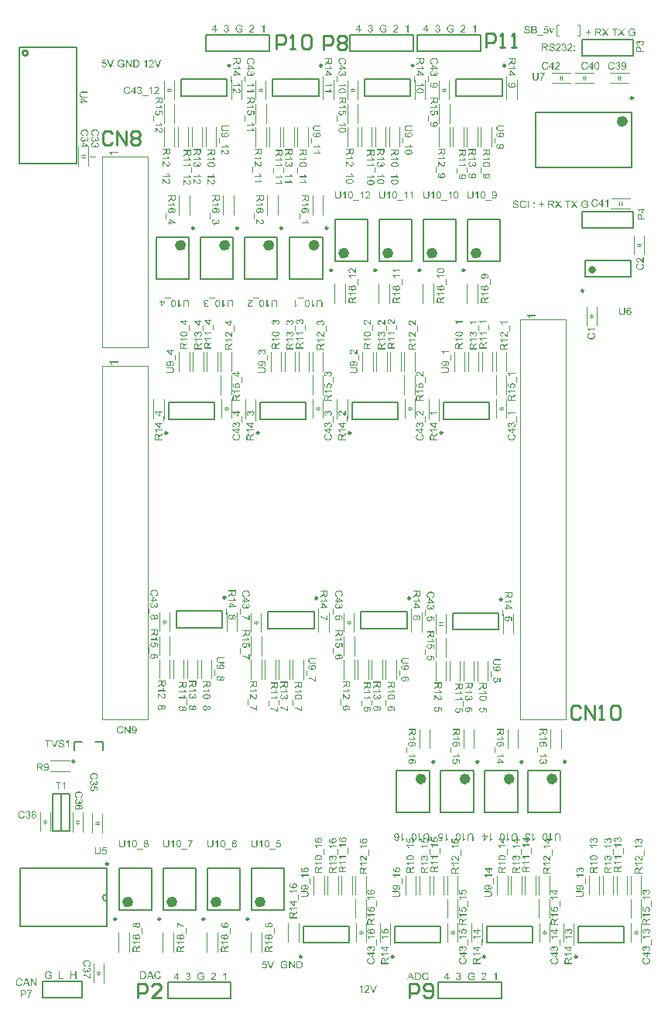
<source format=gto>
G04*
G04 #@! TF.GenerationSoftware,Altium Limited,Altium Designer,19.1.7 (138)*
G04*
G04 Layer_Color=65535*
%FSLAX24Y24*%
%MOIN*%
G70*
G01*
G75*
%ADD10C,0.0098*%
%ADD11C,0.0157*%
%ADD12C,0.0100*%
%ADD13C,0.0236*%
%ADD14C,0.0079*%
%ADD15C,0.0032*%
%ADD16C,0.0039*%
%ADD17C,0.0047*%
G36*
X26593Y42175D02*
X26597D01*
X26606Y42174D01*
X26615Y42172D01*
X26625Y42170D01*
X26637Y42167D01*
X26647Y42164D01*
X26648D01*
X26649Y42163D01*
X26650Y42163D01*
X26652Y42162D01*
X26657Y42159D01*
X26663Y42156D01*
X26670Y42151D01*
X26678Y42146D01*
X26685Y42140D01*
X26691Y42132D01*
X26692Y42131D01*
X26694Y42129D01*
X26697Y42124D01*
X26700Y42118D01*
X26704Y42111D01*
X26708Y42102D01*
X26712Y42092D01*
X26716Y42080D01*
X26677Y42070D01*
Y42070D01*
X26677Y42071D01*
X26676Y42072D01*
X26676Y42074D01*
X26674Y42078D01*
X26673Y42084D01*
X26670Y42090D01*
X26667Y42096D01*
X26663Y42103D01*
X26659Y42108D01*
X26659Y42109D01*
X26657Y42111D01*
X26655Y42113D01*
X26651Y42116D01*
X26647Y42120D01*
X26642Y42123D01*
X26636Y42127D01*
X26629Y42130D01*
X26628Y42131D01*
X26625Y42132D01*
X26621Y42133D01*
X26616Y42135D01*
X26609Y42136D01*
X26602Y42138D01*
X26594Y42139D01*
X26585Y42139D01*
X26580D01*
X26577Y42139D01*
X26575D01*
X26568Y42138D01*
X26560Y42137D01*
X26551Y42136D01*
X26543Y42133D01*
X26534Y42130D01*
X26533Y42130D01*
X26531Y42129D01*
X26527Y42126D01*
X26522Y42124D01*
X26517Y42120D01*
X26511Y42117D01*
X26505Y42112D01*
X26500Y42107D01*
X26500Y42106D01*
X26498Y42105D01*
X26496Y42101D01*
X26493Y42098D01*
X26490Y42093D01*
X26486Y42087D01*
X26483Y42081D01*
X26480Y42075D01*
Y42075D01*
X26479Y42074D01*
X26479Y42072D01*
X26478Y42070D01*
X26477Y42067D01*
X26476Y42064D01*
X26475Y42060D01*
X26474Y42056D01*
X26472Y42046D01*
X26470Y42035D01*
X26468Y42024D01*
X26468Y42011D01*
Y42010D01*
Y42009D01*
Y42007D01*
X26468Y42004D01*
Y42000D01*
X26469Y41996D01*
X26469Y41991D01*
X26470Y41986D01*
X26472Y41974D01*
X26474Y41962D01*
X26478Y41950D01*
X26482Y41939D01*
Y41938D01*
X26483Y41937D01*
X26484Y41936D01*
X26485Y41934D01*
X26488Y41929D01*
X26493Y41923D01*
X26499Y41916D01*
X26507Y41909D01*
X26515Y41902D01*
X26525Y41896D01*
X26526D01*
X26527Y41896D01*
X26528Y41895D01*
X26530Y41894D01*
X26533Y41893D01*
X26536Y41892D01*
X26543Y41889D01*
X26552Y41887D01*
X26563Y41885D01*
X26574Y41883D01*
X26585Y41882D01*
X26590D01*
X26593Y41883D01*
X26595D01*
X26602Y41884D01*
X26611Y41885D01*
X26619Y41887D01*
X26629Y41889D01*
X26639Y41892D01*
X26639D01*
X26640Y41893D01*
X26641Y41893D01*
X26643Y41894D01*
X26648Y41897D01*
X26654Y41899D01*
X26660Y41903D01*
X26667Y41906D01*
X26673Y41911D01*
X26679Y41915D01*
Y41975D01*
X26585D01*
Y42013D01*
X26721D01*
Y41894D01*
X26720Y41894D01*
X26719Y41893D01*
X26717Y41892D01*
X26715Y41890D01*
X26712Y41888D01*
X26709Y41886D01*
X26705Y41883D01*
X26701Y41880D01*
X26691Y41874D01*
X26680Y41868D01*
X26668Y41862D01*
X26656Y41857D01*
X26655D01*
X26655Y41856D01*
X26653Y41856D01*
X26650Y41855D01*
X26647Y41854D01*
X26643Y41853D01*
X26639Y41852D01*
X26635Y41851D01*
X26625Y41849D01*
X26613Y41846D01*
X26601Y41845D01*
X26588Y41844D01*
X26583D01*
X26580Y41845D01*
X26576D01*
X26571Y41845D01*
X26565Y41846D01*
X26559Y41847D01*
X26546Y41850D01*
X26532Y41853D01*
X26517Y41858D01*
X26509Y41861D01*
X26502Y41864D01*
X26502Y41865D01*
X26500Y41865D01*
X26498Y41867D01*
X26496Y41868D01*
X26492Y41870D01*
X26489Y41873D01*
X26480Y41879D01*
X26471Y41887D01*
X26461Y41898D01*
X26452Y41909D01*
X26444Y41923D01*
Y41923D01*
X26443Y41924D01*
X26442Y41926D01*
X26441Y41929D01*
X26439Y41933D01*
X26438Y41937D01*
X26436Y41942D01*
X26434Y41947D01*
X26432Y41953D01*
X26430Y41960D01*
X26429Y41967D01*
X26428Y41975D01*
X26425Y41991D01*
X26424Y42008D01*
Y42008D01*
Y42010D01*
Y42013D01*
X26425Y42016D01*
Y42020D01*
X26425Y42025D01*
X26426Y42030D01*
X26427Y42036D01*
X26428Y42043D01*
X26429Y42050D01*
X26433Y42064D01*
X26437Y42080D01*
X26444Y42095D01*
X26444Y42095D01*
X26445Y42097D01*
X26446Y42099D01*
X26448Y42101D01*
X26449Y42105D01*
X26452Y42109D01*
X26458Y42118D01*
X26466Y42128D01*
X26476Y42137D01*
X26487Y42147D01*
X26493Y42151D01*
X26500Y42155D01*
X26500Y42156D01*
X26502Y42156D01*
X26503Y42157D01*
X26506Y42159D01*
X26510Y42160D01*
X26514Y42162D01*
X26519Y42164D01*
X26524Y42166D01*
X26530Y42167D01*
X26537Y42169D01*
X26544Y42171D01*
X26551Y42172D01*
X26567Y42174D01*
X26576Y42175D01*
X26590D01*
X26593Y42175D01*
D02*
G37*
G36*
X26154Y42018D02*
X26273Y41850D01*
X26221D01*
X26140Y41964D01*
X26140Y41964D01*
X26139Y41965D01*
X26138Y41967D01*
X26136Y41970D01*
X26132Y41976D01*
X26127Y41983D01*
X26127Y41983D01*
X26126Y41981D01*
X26124Y41978D01*
X26121Y41974D01*
X26116Y41967D01*
X26114Y41964D01*
X26112Y41961D01*
X26031Y41850D01*
X25980D01*
X26104Y42015D01*
X25995Y42170D01*
X26045D01*
X26103Y42087D01*
Y42087D01*
X26104Y42087D01*
X26105Y42085D01*
X26107Y42083D01*
X26109Y42079D01*
X26114Y42073D01*
X26118Y42067D01*
X26122Y42060D01*
X26126Y42054D01*
X26129Y42049D01*
X26129Y42050D01*
X26131Y42051D01*
X26133Y42055D01*
X26136Y42060D01*
X26140Y42065D01*
X26144Y42071D01*
X26149Y42078D01*
X26155Y42085D01*
X26218Y42170D01*
X26265D01*
X26154Y42018D01*
D02*
G37*
G36*
X25458D02*
X25578Y41850D01*
X25526D01*
X25445Y41964D01*
X25445Y41964D01*
X25444Y41965D01*
X25443Y41967D01*
X25441Y41970D01*
X25437Y41976D01*
X25432Y41983D01*
X25432Y41983D01*
X25430Y41981D01*
X25428Y41978D01*
X25426Y41974D01*
X25421Y41967D01*
X25419Y41964D01*
X25417Y41961D01*
X25336Y41850D01*
X25285D01*
X25408Y42015D01*
X25299Y42170D01*
X25350D01*
X25408Y42087D01*
Y42087D01*
X25409Y42087D01*
X25410Y42085D01*
X25411Y42083D01*
X25414Y42079D01*
X25418Y42073D01*
X25422Y42067D01*
X25427Y42060D01*
X25430Y42054D01*
X25433Y42049D01*
X25434Y42050D01*
X25435Y42051D01*
X25438Y42055D01*
X25441Y42060D01*
X25445Y42065D01*
X25449Y42071D01*
X25454Y42078D01*
X25459Y42085D01*
X25523Y42170D01*
X25569D01*
X25458Y42018D01*
D02*
G37*
G36*
X24724Y42026D02*
X24811D01*
Y41990D01*
X24724D01*
Y41902D01*
X24687D01*
Y41990D01*
X24600D01*
Y42026D01*
X24687D01*
Y42113D01*
X24724D01*
Y42026D01*
D02*
G37*
G36*
X25969Y42132D02*
X25864D01*
Y41850D01*
X25822D01*
Y42132D01*
X25716D01*
Y42170D01*
X25969D01*
Y42132D01*
D02*
G37*
G36*
X25148Y42169D02*
X25152D01*
X25162Y42169D01*
X25172Y42167D01*
X25183Y42166D01*
X25193Y42164D01*
X25198Y42162D01*
X25202Y42161D01*
X25203D01*
X25203Y42160D01*
X25206Y42159D01*
X25210Y42157D01*
X25215Y42154D01*
X25221Y42150D01*
X25227Y42144D01*
X25232Y42138D01*
X25238Y42130D01*
Y42130D01*
X25238Y42130D01*
X25240Y42127D01*
X25242Y42122D01*
X25245Y42116D01*
X25247Y42109D01*
X25250Y42101D01*
X25251Y42092D01*
X25251Y42082D01*
Y42082D01*
Y42081D01*
Y42079D01*
X25251Y42077D01*
Y42074D01*
X25250Y42070D01*
X25249Y42063D01*
X25246Y42053D01*
X25242Y42044D01*
X25237Y42034D01*
X25233Y42029D01*
X25229Y42025D01*
X25229Y42024D01*
X25228Y42024D01*
X25227Y42022D01*
X25225Y42021D01*
X25223Y42019D01*
X25220Y42017D01*
X25216Y42015D01*
X25213Y42012D01*
X25208Y42010D01*
X25203Y42008D01*
X25197Y42005D01*
X25191Y42002D01*
X25184Y42001D01*
X25178Y41998D01*
X25170Y41997D01*
X25161Y41996D01*
X25162Y41995D01*
X25164Y41994D01*
X25167Y41992D01*
X25171Y41990D01*
X25179Y41985D01*
X25183Y41982D01*
X25187Y41979D01*
X25188Y41978D01*
X25190Y41976D01*
X25194Y41972D01*
X25198Y41968D01*
X25203Y41961D01*
X25209Y41954D01*
X25215Y41946D01*
X25222Y41937D01*
X25277Y41850D01*
X25224D01*
X25182Y41917D01*
Y41917D01*
X25181Y41918D01*
X25180Y41919D01*
X25179Y41921D01*
X25176Y41926D01*
X25171Y41933D01*
X25166Y41940D01*
X25161Y41947D01*
X25156Y41954D01*
X25152Y41960D01*
X25151Y41961D01*
X25150Y41963D01*
X25147Y41965D01*
X25144Y41969D01*
X25137Y41976D01*
X25134Y41979D01*
X25130Y41982D01*
X25129Y41982D01*
X25129Y41983D01*
X25127Y41984D01*
X25124Y41985D01*
X25121Y41986D01*
X25118Y41988D01*
X25111Y41990D01*
X25110D01*
X25109Y41990D01*
X25107D01*
X25105Y41991D01*
X25102Y41991D01*
X25098D01*
X25093Y41992D01*
X25038D01*
Y41850D01*
X24996D01*
Y42170D01*
X25144D01*
X25148Y42169D01*
D02*
G37*
G36*
X23141Y41525D02*
X23144D01*
X23153Y41524D01*
X23163Y41522D01*
X23173Y41520D01*
X23184Y41517D01*
X23194Y41514D01*
X23195D01*
X23196Y41513D01*
X23197Y41512D01*
X23199Y41511D01*
X23204Y41509D01*
X23210Y41505D01*
X23217Y41500D01*
X23223Y41494D01*
X23230Y41487D01*
X23236Y41480D01*
Y41479D01*
X23236Y41479D01*
X23237Y41477D01*
X23238Y41476D01*
X23241Y41471D01*
X23243Y41465D01*
X23247Y41458D01*
X23249Y41449D01*
X23251Y41440D01*
X23252Y41430D01*
X23211Y41426D01*
Y41427D01*
Y41428D01*
X23211Y41429D01*
X23211Y41431D01*
X23209Y41437D01*
X23207Y41443D01*
X23205Y41451D01*
X23200Y41458D01*
X23195Y41465D01*
X23189Y41472D01*
X23188Y41472D01*
X23186Y41474D01*
X23181Y41477D01*
X23175Y41480D01*
X23167Y41482D01*
X23158Y41485D01*
X23146Y41487D01*
X23133Y41487D01*
X23127D01*
X23124Y41487D01*
X23120Y41486D01*
X23112Y41486D01*
X23103Y41484D01*
X23094Y41481D01*
X23085Y41478D01*
X23081Y41475D01*
X23077Y41473D01*
X23077Y41473D01*
X23075Y41471D01*
X23072Y41467D01*
X23069Y41464D01*
X23066Y41459D01*
X23063Y41453D01*
X23061Y41447D01*
X23060Y41439D01*
Y41438D01*
Y41437D01*
X23061Y41433D01*
X23062Y41430D01*
X23063Y41425D01*
X23065Y41420D01*
X23068Y41416D01*
X23072Y41411D01*
X23073Y41411D01*
X23075Y41409D01*
X23077Y41408D01*
X23079Y41407D01*
X23082Y41406D01*
X23085Y41404D01*
X23089Y41402D01*
X23094Y41401D01*
X23099Y41399D01*
X23105Y41396D01*
X23111Y41395D01*
X23119Y41392D01*
X23127Y41390D01*
X23136Y41388D01*
X23137D01*
X23138Y41388D01*
X23141Y41387D01*
X23144Y41386D01*
X23149Y41385D01*
X23154Y41384D01*
X23159Y41382D01*
X23164Y41381D01*
X23176Y41378D01*
X23188Y41375D01*
X23193Y41373D01*
X23198Y41371D01*
X23203Y41370D01*
X23207Y41368D01*
X23207D01*
X23208Y41367D01*
X23210Y41366D01*
X23211Y41365D01*
X23217Y41363D01*
X23223Y41359D01*
X23229Y41354D01*
X23236Y41348D01*
X23243Y41342D01*
X23248Y41335D01*
X23249Y41334D01*
X23251Y41332D01*
X23253Y41328D01*
X23255Y41322D01*
X23258Y41315D01*
X23260Y41308D01*
X23261Y41299D01*
X23262Y41290D01*
Y41289D01*
Y41289D01*
Y41287D01*
Y41285D01*
X23261Y41280D01*
X23260Y41274D01*
X23258Y41267D01*
X23256Y41259D01*
X23252Y41250D01*
X23247Y41242D01*
Y41241D01*
X23247Y41241D01*
X23244Y41238D01*
X23241Y41234D01*
X23236Y41229D01*
X23230Y41224D01*
X23223Y41218D01*
X23215Y41212D01*
X23205Y41207D01*
X23205D01*
X23204Y41206D01*
X23202Y41206D01*
X23200Y41205D01*
X23198Y41204D01*
X23194Y41203D01*
X23187Y41201D01*
X23178Y41199D01*
X23168Y41196D01*
X23156Y41195D01*
X23144Y41194D01*
X23136D01*
X23132Y41195D01*
X23128D01*
X23124Y41195D01*
X23118Y41196D01*
X23107Y41198D01*
X23095Y41200D01*
X23083Y41203D01*
X23071Y41207D01*
X23071D01*
X23070Y41207D01*
X23068Y41208D01*
X23066Y41209D01*
X23061Y41212D01*
X23054Y41216D01*
X23047Y41222D01*
X23039Y41228D01*
X23032Y41236D01*
X23025Y41245D01*
Y41245D01*
X23024Y41246D01*
X23023Y41248D01*
X23022Y41249D01*
X23021Y41252D01*
X23020Y41255D01*
X23016Y41261D01*
X23013Y41270D01*
X23010Y41280D01*
X23009Y41291D01*
X23008Y41303D01*
X23047Y41306D01*
Y41306D01*
Y41305D01*
X23048Y41304D01*
Y41302D01*
X23049Y41298D01*
X23050Y41292D01*
X23052Y41286D01*
X23054Y41279D01*
X23057Y41273D01*
X23060Y41267D01*
X23061Y41266D01*
X23062Y41264D01*
X23065Y41261D01*
X23068Y41258D01*
X23073Y41254D01*
X23078Y41249D01*
X23085Y41245D01*
X23092Y41242D01*
X23093D01*
X23093Y41241D01*
X23095Y41241D01*
X23096Y41240D01*
X23101Y41239D01*
X23107Y41237D01*
X23114Y41235D01*
X23122Y41234D01*
X23132Y41233D01*
X23142Y41232D01*
X23146D01*
X23150Y41233D01*
X23156Y41233D01*
X23162Y41234D01*
X23170Y41235D01*
X23177Y41237D01*
X23184Y41239D01*
X23185Y41240D01*
X23187Y41241D01*
X23191Y41242D01*
X23195Y41244D01*
X23199Y41248D01*
X23204Y41251D01*
X23208Y41255D01*
X23212Y41259D01*
X23212Y41260D01*
X23213Y41261D01*
X23215Y41264D01*
X23217Y41267D01*
X23218Y41271D01*
X23220Y41276D01*
X23221Y41281D01*
X23221Y41286D01*
Y41287D01*
Y41289D01*
X23221Y41292D01*
X23220Y41296D01*
X23219Y41299D01*
X23217Y41304D01*
X23215Y41309D01*
X23212Y41313D01*
X23211Y41313D01*
X23210Y41315D01*
X23208Y41316D01*
X23205Y41319D01*
X23201Y41322D01*
X23196Y41325D01*
X23190Y41328D01*
X23183Y41331D01*
X23183Y41332D01*
X23180Y41332D01*
X23177Y41334D01*
X23174Y41334D01*
X23171Y41335D01*
X23168Y41336D01*
X23164Y41337D01*
X23159Y41339D01*
X23154Y41340D01*
X23148Y41341D01*
X23142Y41343D01*
X23134Y41345D01*
X23126Y41347D01*
X23126D01*
X23125Y41347D01*
X23122Y41348D01*
X23119Y41349D01*
X23116Y41350D01*
X23112Y41351D01*
X23102Y41353D01*
X23092Y41357D01*
X23082Y41360D01*
X23072Y41363D01*
X23068Y41365D01*
X23065Y41367D01*
X23064D01*
X23064Y41367D01*
X23061Y41369D01*
X23057Y41371D01*
X23052Y41375D01*
X23047Y41379D01*
X23041Y41384D01*
X23035Y41390D01*
X23031Y41397D01*
X23030Y41398D01*
X23029Y41400D01*
X23027Y41404D01*
X23025Y41408D01*
X23023Y41414D01*
X23022Y41421D01*
X23020Y41429D01*
X23020Y41437D01*
Y41437D01*
Y41437D01*
Y41439D01*
Y41441D01*
X23021Y41445D01*
X23022Y41451D01*
X23023Y41458D01*
X23025Y41466D01*
X23028Y41474D01*
X23033Y41482D01*
Y41482D01*
X23034Y41483D01*
X23036Y41486D01*
X23039Y41489D01*
X23043Y41494D01*
X23049Y41499D01*
X23056Y41504D01*
X23064Y41510D01*
X23073Y41514D01*
X23074D01*
X23075Y41515D01*
X23076Y41515D01*
X23078Y41516D01*
X23080Y41517D01*
X23083Y41518D01*
X23090Y41520D01*
X23099Y41522D01*
X23109Y41523D01*
X23120Y41525D01*
X23132Y41525D01*
X23138D01*
X23141Y41525D01*
D02*
G37*
G36*
X24116Y41387D02*
X24071D01*
Y41432D01*
X24116D01*
Y41387D01*
D02*
G37*
G36*
X23662Y41521D02*
X23668Y41520D01*
X23676Y41518D01*
X23684Y41516D01*
X23692Y41513D01*
X23701Y41510D01*
X23701D01*
X23702Y41509D01*
X23704Y41508D01*
X23709Y41505D01*
X23713Y41502D01*
X23719Y41497D01*
X23724Y41492D01*
X23730Y41486D01*
X23734Y41479D01*
X23735Y41478D01*
X23736Y41476D01*
X23738Y41472D01*
X23740Y41467D01*
X23743Y41461D01*
X23745Y41454D01*
X23746Y41446D01*
X23746Y41438D01*
Y41437D01*
Y41434D01*
X23746Y41431D01*
X23745Y41425D01*
X23744Y41419D01*
X23741Y41413D01*
X23739Y41407D01*
X23735Y41400D01*
X23734Y41399D01*
X23733Y41397D01*
X23730Y41394D01*
X23727Y41390D01*
X23722Y41386D01*
X23716Y41382D01*
X23710Y41377D01*
X23702Y41373D01*
X23703D01*
X23703Y41373D01*
X23705Y41372D01*
X23707Y41372D01*
X23712Y41370D01*
X23718Y41367D01*
X23726Y41364D01*
X23733Y41359D01*
X23740Y41353D01*
X23746Y41346D01*
X23747Y41345D01*
X23749Y41342D01*
X23752Y41338D01*
X23754Y41332D01*
X23757Y41324D01*
X23760Y41315D01*
X23762Y41305D01*
X23762Y41294D01*
Y41294D01*
Y41292D01*
Y41290D01*
X23762Y41287D01*
X23761Y41284D01*
X23760Y41279D01*
X23759Y41275D01*
X23758Y41270D01*
X23755Y41259D01*
X23752Y41253D01*
X23749Y41247D01*
X23746Y41241D01*
X23741Y41235D01*
X23737Y41229D01*
X23731Y41224D01*
X23731Y41223D01*
X23730Y41222D01*
X23728Y41221D01*
X23726Y41219D01*
X23723Y41217D01*
X23719Y41214D01*
X23715Y41212D01*
X23710Y41209D01*
X23705Y41206D01*
X23699Y41204D01*
X23693Y41201D01*
X23686Y41199D01*
X23679Y41197D01*
X23671Y41196D01*
X23663Y41195D01*
X23654Y41194D01*
X23650D01*
X23647Y41195D01*
X23643Y41195D01*
X23639Y41196D01*
X23635Y41197D01*
X23630Y41198D01*
X23618Y41200D01*
X23607Y41205D01*
X23601Y41208D01*
X23595Y41211D01*
X23590Y41215D01*
X23584Y41219D01*
X23584Y41220D01*
X23583Y41221D01*
X23582Y41222D01*
X23580Y41224D01*
X23578Y41226D01*
X23575Y41230D01*
X23573Y41233D01*
X23570Y41237D01*
X23567Y41242D01*
X23564Y41246D01*
X23559Y41257D01*
X23555Y41270D01*
X23554Y41277D01*
X23553Y41285D01*
X23592Y41290D01*
Y41289D01*
X23593Y41288D01*
X23593Y41286D01*
X23594Y41284D01*
X23594Y41281D01*
X23595Y41278D01*
X23597Y41271D01*
X23600Y41263D01*
X23605Y41255D01*
X23609Y41248D01*
X23615Y41241D01*
X23616Y41241D01*
X23618Y41239D01*
X23621Y41237D01*
X23626Y41234D01*
X23631Y41231D01*
X23638Y41229D01*
X23646Y41227D01*
X23654Y41227D01*
X23657D01*
X23659Y41227D01*
X23664Y41228D01*
X23671Y41229D01*
X23678Y41231D01*
X23686Y41235D01*
X23694Y41239D01*
X23701Y41246D01*
X23702Y41247D01*
X23704Y41249D01*
X23707Y41254D01*
X23711Y41259D01*
X23715Y41266D01*
X23717Y41274D01*
X23720Y41283D01*
X23721Y41293D01*
Y41294D01*
Y41295D01*
Y41296D01*
X23720Y41298D01*
X23720Y41303D01*
X23718Y41309D01*
X23716Y41316D01*
X23713Y41324D01*
X23709Y41331D01*
X23703Y41338D01*
X23702Y41339D01*
X23699Y41341D01*
X23696Y41344D01*
X23691Y41347D01*
X23684Y41350D01*
X23676Y41353D01*
X23667Y41355D01*
X23658Y41356D01*
X23654D01*
X23650Y41355D01*
X23646Y41355D01*
X23642Y41354D01*
X23636Y41353D01*
X23630Y41352D01*
X23635Y41386D01*
X23637D01*
X23639Y41386D01*
X23645D01*
X23650Y41387D01*
X23656Y41388D01*
X23663Y41389D01*
X23671Y41391D01*
X23678Y41395D01*
X23686Y41399D01*
X23686D01*
X23687Y41399D01*
X23689Y41401D01*
X23692Y41404D01*
X23696Y41408D01*
X23700Y41414D01*
X23703Y41421D01*
X23705Y41429D01*
X23706Y41434D01*
Y41439D01*
Y41439D01*
Y41440D01*
Y41443D01*
X23705Y41446D01*
X23704Y41451D01*
X23703Y41457D01*
X23700Y41463D01*
X23697Y41469D01*
X23691Y41474D01*
X23691Y41475D01*
X23689Y41477D01*
X23685Y41479D01*
X23681Y41482D01*
X23676Y41484D01*
X23669Y41486D01*
X23662Y41488D01*
X23654Y41489D01*
X23650D01*
X23646Y41488D01*
X23640Y41487D01*
X23634Y41485D01*
X23628Y41483D01*
X23622Y41479D01*
X23616Y41474D01*
X23615Y41474D01*
X23613Y41472D01*
X23611Y41468D01*
X23607Y41464D01*
X23604Y41458D01*
X23601Y41450D01*
X23598Y41442D01*
X23596Y41431D01*
X23557Y41438D01*
Y41439D01*
X23557Y41440D01*
X23558Y41442D01*
X23558Y41445D01*
X23559Y41448D01*
X23561Y41452D01*
X23563Y41461D01*
X23568Y41471D01*
X23574Y41481D01*
X23581Y41491D01*
X23589Y41499D01*
X23590Y41500D01*
X23591Y41500D01*
X23592Y41501D01*
X23594Y41503D01*
X23596Y41504D01*
X23600Y41506D01*
X23603Y41508D01*
X23607Y41510D01*
X23616Y41514D01*
X23627Y41518D01*
X23639Y41520D01*
X23646Y41521D01*
X23657D01*
X23662Y41521D01*
D02*
G37*
G36*
X24116Y41200D02*
X24071D01*
Y41245D01*
X24116D01*
Y41200D01*
D02*
G37*
G36*
X23915Y41521D02*
X23918Y41520D01*
X23923Y41520D01*
X23928Y41519D01*
X23933Y41518D01*
X23945Y41515D01*
X23957Y41510D01*
X23963Y41507D01*
X23969Y41504D01*
X23975Y41500D01*
X23980Y41495D01*
X23980Y41495D01*
X23981Y41494D01*
X23982Y41492D01*
X23984Y41491D01*
X23986Y41488D01*
X23989Y41485D01*
X23991Y41482D01*
X23994Y41478D01*
X23998Y41469D01*
X24003Y41458D01*
X24005Y41452D01*
X24006Y41446D01*
X24007Y41439D01*
X24007Y41432D01*
Y41431D01*
Y41429D01*
X24007Y41425D01*
X24006Y41420D01*
X24005Y41415D01*
X24003Y41408D01*
X24001Y41401D01*
X23999Y41395D01*
X23998Y41394D01*
X23997Y41391D01*
X23995Y41388D01*
X23993Y41382D01*
X23989Y41377D01*
X23984Y41370D01*
X23979Y41363D01*
X23972Y41355D01*
X23971Y41354D01*
X23969Y41352D01*
X23967Y41349D01*
X23964Y41347D01*
X23962Y41344D01*
X23958Y41340D01*
X23954Y41337D01*
X23950Y41333D01*
X23945Y41328D01*
X23940Y41323D01*
X23934Y41318D01*
X23927Y41312D01*
X23920Y41306D01*
X23912Y41299D01*
X23912Y41299D01*
X23911Y41298D01*
X23909Y41297D01*
X23907Y41295D01*
X23904Y41292D01*
X23901Y41289D01*
X23893Y41283D01*
X23885Y41276D01*
X23878Y41269D01*
X23872Y41263D01*
X23869Y41261D01*
X23867Y41259D01*
X23866Y41258D01*
X23865Y41257D01*
X23863Y41255D01*
X23861Y41252D01*
X23858Y41249D01*
X23855Y41246D01*
X23850Y41238D01*
X24007D01*
Y41200D01*
X23795D01*
Y41200D01*
Y41202D01*
Y41205D01*
X23796Y41209D01*
X23796Y41213D01*
X23797Y41218D01*
X23798Y41222D01*
X23800Y41227D01*
Y41228D01*
X23800Y41228D01*
X23801Y41231D01*
X23803Y41235D01*
X23806Y41241D01*
X23810Y41247D01*
X23814Y41255D01*
X23819Y41262D01*
X23826Y41270D01*
Y41270D01*
X23827Y41271D01*
X23829Y41273D01*
X23833Y41278D01*
X23839Y41284D01*
X23846Y41291D01*
X23855Y41299D01*
X23866Y41308D01*
X23877Y41318D01*
X23878Y41318D01*
X23879Y41320D01*
X23882Y41322D01*
X23885Y41325D01*
X23890Y41328D01*
X23895Y41333D01*
X23900Y41337D01*
X23906Y41342D01*
X23917Y41353D01*
X23929Y41364D01*
X23934Y41370D01*
X23940Y41376D01*
X23944Y41381D01*
X23948Y41386D01*
Y41386D01*
X23949Y41387D01*
X23950Y41388D01*
X23951Y41390D01*
X23954Y41395D01*
X23958Y41401D01*
X23961Y41408D01*
X23964Y41416D01*
X23966Y41425D01*
X23967Y41433D01*
Y41434D01*
Y41434D01*
X23966Y41437D01*
X23966Y41442D01*
X23964Y41447D01*
X23963Y41453D01*
X23959Y41460D01*
X23955Y41466D01*
X23950Y41473D01*
X23949Y41473D01*
X23946Y41475D01*
X23943Y41478D01*
X23938Y41481D01*
X23932Y41484D01*
X23924Y41486D01*
X23916Y41488D01*
X23906Y41489D01*
X23903D01*
X23901Y41488D01*
X23896Y41488D01*
X23889Y41486D01*
X23882Y41485D01*
X23874Y41481D01*
X23867Y41477D01*
X23860Y41472D01*
X23859Y41471D01*
X23857Y41468D01*
X23855Y41465D01*
X23852Y41459D01*
X23849Y41453D01*
X23846Y41444D01*
X23844Y41435D01*
X23843Y41425D01*
X23803Y41429D01*
Y41429D01*
X23803Y41431D01*
Y41433D01*
X23804Y41436D01*
X23805Y41440D01*
X23806Y41444D01*
X23807Y41449D01*
X23808Y41454D01*
X23812Y41465D01*
X23818Y41476D01*
X23821Y41482D01*
X23825Y41487D01*
X23829Y41492D01*
X23834Y41497D01*
X23834Y41498D01*
X23835Y41498D01*
X23837Y41499D01*
X23839Y41501D01*
X23842Y41503D01*
X23845Y41504D01*
X23849Y41507D01*
X23853Y41509D01*
X23858Y41511D01*
X23864Y41514D01*
X23870Y41516D01*
X23876Y41517D01*
X23883Y41519D01*
X23891Y41520D01*
X23898Y41521D01*
X23907Y41521D01*
X23911D01*
X23915Y41521D01*
D02*
G37*
G36*
X23417D02*
X23421Y41520D01*
X23426Y41520D01*
X23431Y41519D01*
X23436Y41518D01*
X23448Y41515D01*
X23460Y41510D01*
X23466Y41507D01*
X23472Y41504D01*
X23478Y41500D01*
X23483Y41495D01*
X23483Y41495D01*
X23484Y41494D01*
X23485Y41492D01*
X23487Y41491D01*
X23489Y41488D01*
X23491Y41485D01*
X23494Y41482D01*
X23496Y41478D01*
X23501Y41469D01*
X23506Y41458D01*
X23508Y41452D01*
X23509Y41446D01*
X23509Y41439D01*
X23510Y41432D01*
Y41431D01*
Y41429D01*
X23509Y41425D01*
X23509Y41420D01*
X23508Y41415D01*
X23506Y41408D01*
X23504Y41401D01*
X23502Y41395D01*
X23501Y41394D01*
X23500Y41391D01*
X23498Y41388D01*
X23496Y41382D01*
X23492Y41377D01*
X23487Y41370D01*
X23482Y41363D01*
X23475Y41355D01*
X23474Y41354D01*
X23472Y41352D01*
X23470Y41349D01*
X23467Y41347D01*
X23465Y41344D01*
X23461Y41340D01*
X23457Y41337D01*
X23453Y41333D01*
X23448Y41328D01*
X23442Y41323D01*
X23436Y41318D01*
X23430Y41312D01*
X23423Y41306D01*
X23415Y41299D01*
X23415Y41299D01*
X23414Y41298D01*
X23412Y41297D01*
X23410Y41295D01*
X23407Y41292D01*
X23404Y41289D01*
X23396Y41283D01*
X23388Y41276D01*
X23381Y41269D01*
X23375Y41263D01*
X23372Y41261D01*
X23369Y41259D01*
X23369Y41258D01*
X23368Y41257D01*
X23366Y41255D01*
X23363Y41252D01*
X23361Y41249D01*
X23358Y41246D01*
X23353Y41238D01*
X23510D01*
Y41200D01*
X23298D01*
Y41200D01*
Y41202D01*
Y41205D01*
X23299Y41209D01*
X23299Y41213D01*
X23300Y41218D01*
X23301Y41222D01*
X23303Y41227D01*
Y41228D01*
X23303Y41228D01*
X23304Y41231D01*
X23306Y41235D01*
X23309Y41241D01*
X23313Y41247D01*
X23317Y41255D01*
X23322Y41262D01*
X23329Y41270D01*
Y41270D01*
X23330Y41271D01*
X23332Y41273D01*
X23336Y41278D01*
X23342Y41284D01*
X23349Y41291D01*
X23358Y41299D01*
X23369Y41308D01*
X23380Y41318D01*
X23381Y41318D01*
X23382Y41320D01*
X23385Y41322D01*
X23388Y41325D01*
X23393Y41328D01*
X23398Y41333D01*
X23403Y41337D01*
X23409Y41342D01*
X23420Y41353D01*
X23432Y41364D01*
X23437Y41370D01*
X23442Y41376D01*
X23447Y41381D01*
X23451Y41386D01*
Y41386D01*
X23452Y41387D01*
X23453Y41388D01*
X23454Y41390D01*
X23457Y41395D01*
X23460Y41401D01*
X23464Y41408D01*
X23467Y41416D01*
X23469Y41425D01*
X23470Y41433D01*
Y41434D01*
Y41434D01*
X23469Y41437D01*
X23469Y41442D01*
X23467Y41447D01*
X23466Y41453D01*
X23462Y41460D01*
X23458Y41466D01*
X23453Y41473D01*
X23452Y41473D01*
X23449Y41475D01*
X23446Y41478D01*
X23441Y41481D01*
X23435Y41484D01*
X23427Y41486D01*
X23418Y41488D01*
X23409Y41489D01*
X23406D01*
X23404Y41488D01*
X23399Y41488D01*
X23392Y41486D01*
X23385Y41485D01*
X23377Y41481D01*
X23370Y41477D01*
X23363Y41472D01*
X23362Y41471D01*
X23360Y41468D01*
X23357Y41465D01*
X23355Y41459D01*
X23351Y41453D01*
X23349Y41444D01*
X23347Y41435D01*
X23346Y41425D01*
X23306Y41429D01*
Y41429D01*
X23306Y41431D01*
Y41433D01*
X23307Y41436D01*
X23308Y41440D01*
X23308Y41444D01*
X23310Y41449D01*
X23311Y41454D01*
X23315Y41465D01*
X23320Y41476D01*
X23324Y41482D01*
X23328Y41487D01*
X23332Y41492D01*
X23337Y41497D01*
X23337Y41498D01*
X23338Y41498D01*
X23339Y41499D01*
X23342Y41501D01*
X23344Y41503D01*
X23348Y41504D01*
X23351Y41507D01*
X23356Y41509D01*
X23361Y41511D01*
X23367Y41514D01*
X23373Y41516D01*
X23379Y41517D01*
X23386Y41519D01*
X23393Y41520D01*
X23401Y41521D01*
X23410Y41521D01*
X23414D01*
X23417Y41521D01*
D02*
G37*
G36*
X22852Y41519D02*
X22856D01*
X22866Y41519D01*
X22876Y41517D01*
X22887Y41516D01*
X22897Y41514D01*
X22902Y41512D01*
X22907Y41511D01*
X22907D01*
X22907Y41510D01*
X22910Y41509D01*
X22914Y41507D01*
X22919Y41504D01*
X22925Y41500D01*
X22931Y41494D01*
X22937Y41488D01*
X22942Y41480D01*
Y41480D01*
X22943Y41480D01*
X22944Y41477D01*
X22946Y41472D01*
X22949Y41466D01*
X22951Y41459D01*
X22954Y41451D01*
X22955Y41442D01*
X22955Y41432D01*
Y41432D01*
Y41431D01*
Y41429D01*
X22955Y41427D01*
Y41424D01*
X22955Y41420D01*
X22953Y41413D01*
X22950Y41403D01*
X22946Y41394D01*
X22941Y41384D01*
X22937Y41379D01*
X22933Y41375D01*
X22933Y41374D01*
X22932Y41374D01*
X22931Y41372D01*
X22929Y41371D01*
X22927Y41369D01*
X22924Y41367D01*
X22920Y41365D01*
X22917Y41362D01*
X22912Y41360D01*
X22907Y41358D01*
X22901Y41355D01*
X22895Y41352D01*
X22889Y41351D01*
X22882Y41348D01*
X22874Y41347D01*
X22865Y41346D01*
X22866Y41345D01*
X22868Y41344D01*
X22871Y41342D01*
X22875Y41340D01*
X22883Y41335D01*
X22887Y41332D01*
X22891Y41329D01*
X22892Y41328D01*
X22894Y41326D01*
X22898Y41322D01*
X22902Y41318D01*
X22907Y41311D01*
X22913Y41304D01*
X22919Y41296D01*
X22926Y41287D01*
X22981Y41200D01*
X22928D01*
X22886Y41267D01*
Y41267D01*
X22885Y41268D01*
X22884Y41269D01*
X22883Y41271D01*
X22880Y41276D01*
X22876Y41283D01*
X22870Y41290D01*
X22865Y41297D01*
X22860Y41304D01*
X22856Y41310D01*
X22855Y41311D01*
X22854Y41313D01*
X22852Y41315D01*
X22848Y41319D01*
X22841Y41326D01*
X22838Y41329D01*
X22834Y41332D01*
X22834Y41332D01*
X22833Y41333D01*
X22831Y41334D01*
X22828Y41335D01*
X22825Y41336D01*
X22822Y41338D01*
X22815Y41340D01*
X22814D01*
X22813Y41340D01*
X22811D01*
X22809Y41341D01*
X22806Y41341D01*
X22802D01*
X22797Y41342D01*
X22743D01*
Y41200D01*
X22700D01*
Y41520D01*
X22848D01*
X22852Y41519D01*
D02*
G37*
G36*
X21584Y34775D02*
X21587D01*
X21596Y34774D01*
X21605Y34772D01*
X21615Y34770D01*
X21626Y34767D01*
X21637Y34764D01*
X21637D01*
X21638Y34763D01*
X21639Y34762D01*
X21641Y34761D01*
X21646Y34759D01*
X21652Y34755D01*
X21659Y34750D01*
X21666Y34744D01*
X21672Y34737D01*
X21678Y34730D01*
Y34729D01*
X21679Y34729D01*
X21680Y34727D01*
X21681Y34726D01*
X21683Y34721D01*
X21686Y34715D01*
X21689Y34708D01*
X21691Y34699D01*
X21693Y34690D01*
X21694Y34680D01*
X21654Y34676D01*
Y34677D01*
Y34678D01*
X21653Y34679D01*
X21653Y34681D01*
X21651Y34687D01*
X21650Y34693D01*
X21647Y34701D01*
X21643Y34708D01*
X21638Y34715D01*
X21631Y34722D01*
X21630Y34722D01*
X21628Y34724D01*
X21623Y34727D01*
X21617Y34730D01*
X21609Y34732D01*
X21600Y34735D01*
X21589Y34737D01*
X21576Y34737D01*
X21569D01*
X21566Y34737D01*
X21563Y34736D01*
X21554Y34736D01*
X21545Y34734D01*
X21536Y34731D01*
X21527Y34728D01*
X21523Y34725D01*
X21520Y34723D01*
X21519Y34723D01*
X21517Y34721D01*
X21514Y34718D01*
X21511Y34714D01*
X21508Y34709D01*
X21505Y34703D01*
X21504Y34697D01*
X21503Y34689D01*
Y34688D01*
Y34687D01*
X21503Y34683D01*
X21504Y34680D01*
X21505Y34675D01*
X21508Y34670D01*
X21511Y34666D01*
X21515Y34661D01*
X21515Y34661D01*
X21517Y34659D01*
X21519Y34658D01*
X21521Y34657D01*
X21524Y34656D01*
X21527Y34654D01*
X21531Y34652D01*
X21536Y34651D01*
X21541Y34649D01*
X21547Y34646D01*
X21553Y34644D01*
X21561Y34642D01*
X21569Y34640D01*
X21578Y34638D01*
X21579D01*
X21581Y34638D01*
X21584Y34637D01*
X21587Y34636D01*
X21591Y34635D01*
X21596Y34634D01*
X21601Y34632D01*
X21607Y34631D01*
X21619Y34628D01*
X21630Y34625D01*
X21636Y34623D01*
X21641Y34621D01*
X21645Y34620D01*
X21649Y34618D01*
X21650D01*
X21651Y34617D01*
X21652Y34616D01*
X21654Y34615D01*
X21659Y34613D01*
X21665Y34609D01*
X21672Y34604D01*
X21679Y34598D01*
X21685Y34592D01*
X21691Y34585D01*
X21691Y34584D01*
X21693Y34582D01*
X21695Y34578D01*
X21698Y34572D01*
X21700Y34565D01*
X21702Y34558D01*
X21704Y34549D01*
X21704Y34540D01*
Y34539D01*
Y34539D01*
Y34537D01*
Y34535D01*
X21703Y34530D01*
X21702Y34524D01*
X21700Y34517D01*
X21698Y34509D01*
X21694Y34500D01*
X21689Y34492D01*
Y34491D01*
X21689Y34491D01*
X21687Y34488D01*
X21683Y34484D01*
X21679Y34479D01*
X21673Y34474D01*
X21665Y34468D01*
X21657Y34462D01*
X21647Y34457D01*
X21647D01*
X21646Y34456D01*
X21644Y34456D01*
X21643Y34455D01*
X21640Y34454D01*
X21637Y34453D01*
X21629Y34451D01*
X21620Y34449D01*
X21610Y34446D01*
X21598Y34445D01*
X21586Y34444D01*
X21578D01*
X21575Y34445D01*
X21571D01*
X21566Y34445D01*
X21560Y34446D01*
X21549Y34448D01*
X21537Y34450D01*
X21525Y34453D01*
X21513Y34457D01*
X21513D01*
X21512Y34457D01*
X21511Y34458D01*
X21509Y34459D01*
X21503Y34462D01*
X21497Y34466D01*
X21489Y34472D01*
X21481Y34478D01*
X21474Y34486D01*
X21467Y34495D01*
Y34495D01*
X21466Y34496D01*
X21466Y34498D01*
X21464Y34499D01*
X21463Y34502D01*
X21462Y34505D01*
X21459Y34511D01*
X21456Y34520D01*
X21453Y34530D01*
X21451Y34541D01*
X21450Y34553D01*
X21490Y34556D01*
Y34556D01*
Y34555D01*
X21490Y34554D01*
Y34552D01*
X21491Y34548D01*
X21493Y34542D01*
X21494Y34536D01*
X21496Y34529D01*
X21499Y34523D01*
X21503Y34517D01*
X21503Y34516D01*
X21505Y34514D01*
X21507Y34511D01*
X21511Y34508D01*
X21515Y34504D01*
X21520Y34499D01*
X21527Y34495D01*
X21535Y34492D01*
X21535D01*
X21535Y34491D01*
X21537Y34491D01*
X21538Y34490D01*
X21543Y34489D01*
X21549Y34487D01*
X21556Y34485D01*
X21565Y34484D01*
X21574Y34483D01*
X21584Y34482D01*
X21588D01*
X21593Y34483D01*
X21598Y34483D01*
X21605Y34484D01*
X21612Y34485D01*
X21620Y34487D01*
X21626Y34489D01*
X21627Y34490D01*
X21630Y34491D01*
X21633Y34492D01*
X21637Y34494D01*
X21641Y34498D01*
X21646Y34501D01*
X21651Y34505D01*
X21654Y34509D01*
X21655Y34510D01*
X21656Y34511D01*
X21657Y34514D01*
X21659Y34517D01*
X21661Y34521D01*
X21662Y34526D01*
X21663Y34531D01*
X21663Y34536D01*
Y34537D01*
Y34539D01*
X21663Y34542D01*
X21663Y34546D01*
X21661Y34549D01*
X21660Y34554D01*
X21657Y34559D01*
X21654Y34563D01*
X21654Y34563D01*
X21652Y34565D01*
X21651Y34566D01*
X21647Y34569D01*
X21644Y34572D01*
X21639Y34575D01*
X21632Y34578D01*
X21626Y34581D01*
X21625Y34582D01*
X21623Y34582D01*
X21619Y34584D01*
X21617Y34584D01*
X21614Y34585D01*
X21610Y34586D01*
X21606Y34587D01*
X21602Y34589D01*
X21596Y34590D01*
X21590Y34591D01*
X21584Y34593D01*
X21577Y34595D01*
X21569Y34597D01*
X21568D01*
X21567Y34597D01*
X21565Y34598D01*
X21562Y34599D01*
X21558Y34600D01*
X21554Y34601D01*
X21545Y34603D01*
X21535Y34607D01*
X21524Y34610D01*
X21515Y34613D01*
X21511Y34615D01*
X21507Y34617D01*
X21506D01*
X21506Y34617D01*
X21503Y34619D01*
X21499Y34621D01*
X21494Y34625D01*
X21489Y34629D01*
X21483Y34634D01*
X21478Y34640D01*
X21473Y34647D01*
X21473Y34648D01*
X21471Y34650D01*
X21469Y34654D01*
X21468Y34658D01*
X21466Y34664D01*
X21464Y34671D01*
X21462Y34679D01*
X21462Y34687D01*
Y34687D01*
Y34687D01*
Y34689D01*
Y34691D01*
X21463Y34695D01*
X21464Y34701D01*
X21465Y34708D01*
X21468Y34716D01*
X21471Y34724D01*
X21475Y34732D01*
Y34732D01*
X21476Y34733D01*
X21478Y34736D01*
X21481Y34739D01*
X21486Y34744D01*
X21491Y34749D01*
X21498Y34754D01*
X21506Y34760D01*
X21516Y34764D01*
X21516D01*
X21517Y34765D01*
X21518Y34765D01*
X21520Y34766D01*
X21523Y34767D01*
X21526Y34768D01*
X21533Y34770D01*
X21541Y34772D01*
X21552Y34773D01*
X21562Y34775D01*
X21574Y34775D01*
X21580D01*
X21584Y34775D01*
D02*
G37*
G36*
X21908D02*
X21912Y34774D01*
X21918Y34774D01*
X21923Y34773D01*
X21929Y34772D01*
X21941Y34769D01*
X21955Y34765D01*
X21962Y34762D01*
X21968Y34759D01*
X21975Y34755D01*
X21981Y34751D01*
X21982Y34750D01*
X21983Y34750D01*
X21985Y34748D01*
X21987Y34746D01*
X21989Y34744D01*
X21992Y34741D01*
X21996Y34737D01*
X21999Y34733D01*
X22003Y34729D01*
X22007Y34723D01*
X22011Y34718D01*
X22015Y34711D01*
X22018Y34705D01*
X22021Y34698D01*
X22024Y34690D01*
X22027Y34682D01*
X21985Y34672D01*
Y34673D01*
X21985Y34674D01*
X21984Y34675D01*
X21983Y34678D01*
X21982Y34681D01*
X21981Y34684D01*
X21977Y34692D01*
X21973Y34700D01*
X21967Y34708D01*
X21960Y34716D01*
X21953Y34723D01*
X21952Y34724D01*
X21949Y34726D01*
X21944Y34728D01*
X21938Y34731D01*
X21930Y34734D01*
X21922Y34737D01*
X21911Y34739D01*
X21900Y34739D01*
X21896D01*
X21894Y34739D01*
X21890D01*
X21887Y34738D01*
X21878Y34737D01*
X21868Y34735D01*
X21858Y34732D01*
X21847Y34727D01*
X21838Y34721D01*
X21837D01*
X21837Y34720D01*
X21833Y34718D01*
X21829Y34714D01*
X21824Y34709D01*
X21818Y34702D01*
X21813Y34694D01*
X21808Y34684D01*
X21803Y34674D01*
Y34673D01*
X21803Y34672D01*
X21802Y34671D01*
X21802Y34669D01*
X21801Y34666D01*
X21800Y34663D01*
X21798Y34655D01*
X21797Y34645D01*
X21795Y34635D01*
X21794Y34624D01*
X21793Y34612D01*
Y34612D01*
Y34610D01*
Y34608D01*
Y34605D01*
X21794Y34602D01*
Y34598D01*
X21794Y34593D01*
X21795Y34588D01*
X21796Y34577D01*
X21798Y34565D01*
X21801Y34553D01*
X21805Y34541D01*
Y34541D01*
X21805Y34540D01*
X21806Y34538D01*
X21807Y34536D01*
X21810Y34530D01*
X21814Y34524D01*
X21819Y34517D01*
X21826Y34509D01*
X21833Y34502D01*
X21842Y34495D01*
X21842D01*
X21843Y34495D01*
X21845Y34494D01*
X21846Y34493D01*
X21849Y34492D01*
X21851Y34491D01*
X21858Y34488D01*
X21866Y34485D01*
X21876Y34483D01*
X21886Y34481D01*
X21896Y34480D01*
X21900D01*
X21902Y34481D01*
X21906D01*
X21909Y34481D01*
X21917Y34483D01*
X21927Y34486D01*
X21936Y34489D01*
X21947Y34494D01*
X21952Y34497D01*
X21956Y34501D01*
X21957Y34501D01*
X21957Y34502D01*
X21959Y34503D01*
X21961Y34505D01*
X21962Y34507D01*
X21965Y34510D01*
X21967Y34512D01*
X21970Y34516D01*
X21973Y34520D01*
X21976Y34525D01*
X21979Y34529D01*
X21981Y34535D01*
X21984Y34541D01*
X21986Y34547D01*
X21988Y34554D01*
X21990Y34562D01*
X22033Y34551D01*
Y34551D01*
X22032Y34549D01*
X22031Y34546D01*
X22030Y34542D01*
X22028Y34538D01*
X22027Y34533D01*
X22024Y34528D01*
X22021Y34522D01*
X22015Y34509D01*
X22007Y34496D01*
X22002Y34489D01*
X21997Y34483D01*
X21991Y34477D01*
X21985Y34472D01*
X21984Y34471D01*
X21983Y34470D01*
X21981Y34469D01*
X21979Y34468D01*
X21975Y34465D01*
X21971Y34463D01*
X21966Y34461D01*
X21961Y34458D01*
X21955Y34456D01*
X21948Y34453D01*
X21942Y34451D01*
X21934Y34449D01*
X21926Y34447D01*
X21918Y34446D01*
X21909Y34445D01*
X21900Y34444D01*
X21895D01*
X21891Y34445D01*
X21887D01*
X21882Y34445D01*
X21876Y34446D01*
X21870Y34447D01*
X21857Y34450D01*
X21843Y34453D01*
X21829Y34458D01*
X21822Y34462D01*
X21816Y34465D01*
X21815Y34466D01*
X21815Y34466D01*
X21813Y34468D01*
X21811Y34469D01*
X21808Y34471D01*
X21805Y34474D01*
X21801Y34477D01*
X21797Y34481D01*
X21794Y34485D01*
X21790Y34489D01*
X21781Y34500D01*
X21773Y34512D01*
X21766Y34526D01*
Y34527D01*
X21766Y34528D01*
X21765Y34530D01*
X21764Y34533D01*
X21763Y34537D01*
X21761Y34541D01*
X21760Y34547D01*
X21758Y34552D01*
X21757Y34558D01*
X21755Y34565D01*
X21753Y34579D01*
X21751Y34596D01*
X21750Y34612D01*
Y34613D01*
Y34614D01*
Y34617D01*
X21750Y34620D01*
Y34625D01*
X21751Y34630D01*
X21751Y34636D01*
X21752Y34642D01*
X21754Y34655D01*
X21758Y34670D01*
X21762Y34685D01*
X21769Y34699D01*
X21769Y34699D01*
X21770Y34701D01*
X21771Y34703D01*
X21772Y34705D01*
X21774Y34708D01*
X21777Y34712D01*
X21783Y34720D01*
X21790Y34730D01*
X21800Y34739D01*
X21810Y34748D01*
X21823Y34756D01*
X21823Y34756D01*
X21825Y34757D01*
X21827Y34758D01*
X21829Y34759D01*
X21833Y34760D01*
X21836Y34762D01*
X21841Y34764D01*
X21846Y34766D01*
X21851Y34767D01*
X21857Y34769D01*
X21870Y34772D01*
X21885Y34774D01*
X21900Y34775D01*
X21905D01*
X21908Y34775D01*
D02*
G37*
G36*
X24565D02*
X24569D01*
X24577Y34774D01*
X24587Y34772D01*
X24597Y34770D01*
X24608Y34767D01*
X24619Y34764D01*
X24619D01*
X24620Y34763D01*
X24622Y34763D01*
X24623Y34762D01*
X24629Y34759D01*
X24635Y34756D01*
X24642Y34751D01*
X24649Y34746D01*
X24656Y34740D01*
X24663Y34732D01*
X24664Y34731D01*
X24666Y34729D01*
X24668Y34724D01*
X24672Y34718D01*
X24676Y34711D01*
X24680Y34702D01*
X24684Y34692D01*
X24687Y34680D01*
X24649Y34670D01*
Y34670D01*
X24648Y34671D01*
X24648Y34672D01*
X24648Y34674D01*
X24646Y34678D01*
X24644Y34684D01*
X24641Y34690D01*
X24638Y34696D01*
X24635Y34703D01*
X24631Y34708D01*
X24630Y34709D01*
X24629Y34711D01*
X24626Y34713D01*
X24623Y34716D01*
X24619Y34720D01*
X24613Y34723D01*
X24607Y34727D01*
X24600Y34730D01*
X24599Y34731D01*
X24597Y34732D01*
X24593Y34733D01*
X24587Y34735D01*
X24581Y34736D01*
X24574Y34738D01*
X24565Y34739D01*
X24556Y34739D01*
X24551D01*
X24549Y34739D01*
X24546D01*
X24539Y34738D01*
X24532Y34737D01*
X24523Y34736D01*
X24514Y34733D01*
X24506Y34730D01*
X24505Y34730D01*
X24502Y34729D01*
X24499Y34726D01*
X24494Y34724D01*
X24489Y34720D01*
X24483Y34717D01*
X24477Y34712D01*
X24472Y34707D01*
X24471Y34706D01*
X24470Y34705D01*
X24467Y34701D01*
X24465Y34698D01*
X24461Y34693D01*
X24458Y34687D01*
X24455Y34681D01*
X24452Y34675D01*
Y34675D01*
X24451Y34674D01*
X24451Y34672D01*
X24450Y34670D01*
X24449Y34667D01*
X24448Y34664D01*
X24447Y34660D01*
X24446Y34656D01*
X24443Y34646D01*
X24441Y34635D01*
X24440Y34624D01*
X24440Y34611D01*
Y34610D01*
Y34609D01*
Y34607D01*
X24440Y34604D01*
Y34600D01*
X24441Y34596D01*
X24441Y34591D01*
X24441Y34586D01*
X24443Y34574D01*
X24446Y34562D01*
X24449Y34550D01*
X24454Y34539D01*
Y34538D01*
X24455Y34537D01*
X24455Y34536D01*
X24457Y34534D01*
X24460Y34529D01*
X24465Y34523D01*
X24471Y34516D01*
X24478Y34509D01*
X24487Y34502D01*
X24497Y34496D01*
X24497D01*
X24498Y34496D01*
X24500Y34495D01*
X24502Y34494D01*
X24504Y34493D01*
X24508Y34492D01*
X24515Y34489D01*
X24524Y34487D01*
X24534Y34485D01*
X24545Y34483D01*
X24557Y34482D01*
X24562D01*
X24564Y34483D01*
X24567D01*
X24574Y34484D01*
X24582Y34485D01*
X24591Y34486D01*
X24601Y34489D01*
X24611Y34492D01*
X24611D01*
X24612Y34493D01*
X24613Y34493D01*
X24615Y34494D01*
X24620Y34497D01*
X24625Y34499D01*
X24632Y34503D01*
X24639Y34506D01*
X24645Y34511D01*
X24651Y34515D01*
Y34575D01*
X24556D01*
Y34613D01*
X24692D01*
Y34494D01*
X24692Y34494D01*
X24691Y34493D01*
X24689Y34492D01*
X24687Y34490D01*
X24684Y34488D01*
X24681Y34486D01*
X24677Y34483D01*
X24672Y34480D01*
X24663Y34474D01*
X24652Y34468D01*
X24640Y34462D01*
X24628Y34457D01*
X24627D01*
X24626Y34456D01*
X24624Y34456D01*
X24622Y34455D01*
X24619Y34454D01*
X24615Y34453D01*
X24611Y34452D01*
X24607Y34451D01*
X24597Y34449D01*
X24585Y34446D01*
X24573Y34445D01*
X24560Y34444D01*
X24555D01*
X24552Y34445D01*
X24548D01*
X24543Y34445D01*
X24537Y34446D01*
X24531Y34447D01*
X24518Y34450D01*
X24503Y34453D01*
X24489Y34458D01*
X24481Y34461D01*
X24474Y34464D01*
X24473Y34465D01*
X24472Y34465D01*
X24470Y34467D01*
X24467Y34468D01*
X24464Y34470D01*
X24461Y34473D01*
X24452Y34479D01*
X24443Y34487D01*
X24433Y34498D01*
X24424Y34509D01*
X24416Y34523D01*
Y34523D01*
X24415Y34524D01*
X24414Y34526D01*
X24412Y34529D01*
X24411Y34533D01*
X24410Y34537D01*
X24408Y34542D01*
X24406Y34547D01*
X24404Y34553D01*
X24402Y34560D01*
X24401Y34567D01*
X24399Y34575D01*
X24397Y34591D01*
X24396Y34608D01*
Y34608D01*
Y34610D01*
Y34613D01*
X24397Y34616D01*
Y34620D01*
X24397Y34625D01*
X24398Y34630D01*
X24398Y34636D01*
X24400Y34643D01*
X24401Y34650D01*
X24404Y34664D01*
X24409Y34680D01*
X24416Y34695D01*
X24416Y34695D01*
X24416Y34697D01*
X24417Y34699D01*
X24419Y34701D01*
X24421Y34705D01*
X24423Y34709D01*
X24430Y34718D01*
X24438Y34728D01*
X24447Y34737D01*
X24459Y34747D01*
X24465Y34751D01*
X24471Y34755D01*
X24472Y34756D01*
X24473Y34756D01*
X24475Y34757D01*
X24478Y34759D01*
X24482Y34760D01*
X24486Y34762D01*
X24490Y34764D01*
X24496Y34766D01*
X24502Y34767D01*
X24508Y34769D01*
X24515Y34771D01*
X24523Y34772D01*
X24539Y34774D01*
X24547Y34775D01*
X24562D01*
X24565Y34775D01*
D02*
G37*
G36*
X24125Y34618D02*
X24245Y34450D01*
X24193D01*
X24112Y34564D01*
X24112Y34564D01*
X24111Y34565D01*
X24110Y34567D01*
X24108Y34570D01*
X24104Y34576D01*
X24099Y34583D01*
X24099Y34583D01*
X24097Y34581D01*
X24095Y34578D01*
X24093Y34574D01*
X24088Y34567D01*
X24086Y34564D01*
X24084Y34561D01*
X24003Y34450D01*
X23952D01*
X24076Y34615D01*
X23967Y34770D01*
X24017D01*
X24075Y34687D01*
Y34687D01*
X24076Y34687D01*
X24077Y34685D01*
X24078Y34683D01*
X24081Y34679D01*
X24085Y34673D01*
X24089Y34667D01*
X24094Y34660D01*
X24097Y34654D01*
X24100Y34649D01*
X24101Y34650D01*
X24102Y34651D01*
X24105Y34655D01*
X24108Y34660D01*
X24112Y34665D01*
X24116Y34671D01*
X24121Y34678D01*
X24126Y34685D01*
X24190Y34770D01*
X24236D01*
X24125Y34618D01*
D02*
G37*
G36*
X23430D02*
X23550Y34450D01*
X23498D01*
X23417Y34564D01*
X23416Y34564D01*
X23415Y34565D01*
X23414Y34567D01*
X23413Y34570D01*
X23408Y34576D01*
X23404Y34583D01*
X23403Y34583D01*
X23402Y34581D01*
X23400Y34578D01*
X23398Y34574D01*
X23393Y34567D01*
X23390Y34564D01*
X23389Y34561D01*
X23308Y34450D01*
X23257D01*
X23380Y34615D01*
X23271Y34770D01*
X23322D01*
X23380Y34687D01*
Y34687D01*
X23381Y34687D01*
X23382Y34685D01*
X23383Y34683D01*
X23386Y34679D01*
X23390Y34673D01*
X23394Y34667D01*
X23398Y34660D01*
X23402Y34654D01*
X23405Y34649D01*
X23406Y34650D01*
X23407Y34651D01*
X23409Y34655D01*
X23413Y34660D01*
X23416Y34665D01*
X23421Y34671D01*
X23426Y34678D01*
X23431Y34685D01*
X23495Y34770D01*
X23541D01*
X23430Y34618D01*
D02*
G37*
G36*
X22384Y34637D02*
X22339D01*
Y34682D01*
X22384D01*
Y34637D01*
D02*
G37*
G36*
X22696Y34626D02*
X22782D01*
Y34590D01*
X22696D01*
Y34502D01*
X22659D01*
Y34590D01*
X22572D01*
Y34626D01*
X22659D01*
Y34713D01*
X22696D01*
Y34626D01*
D02*
G37*
G36*
X23941Y34732D02*
X23836D01*
Y34450D01*
X23793D01*
Y34732D01*
X23688D01*
Y34770D01*
X23941D01*
Y34732D01*
D02*
G37*
G36*
X23120Y34769D02*
X23124D01*
X23134Y34769D01*
X23144Y34767D01*
X23155Y34766D01*
X23165Y34764D01*
X23170Y34762D01*
X23174Y34761D01*
X23175D01*
X23175Y34760D01*
X23178Y34759D01*
X23182Y34757D01*
X23187Y34754D01*
X23193Y34750D01*
X23199Y34744D01*
X23204Y34738D01*
X23210Y34730D01*
Y34730D01*
X23210Y34730D01*
X23212Y34727D01*
X23214Y34722D01*
X23217Y34716D01*
X23219Y34709D01*
X23221Y34701D01*
X23223Y34692D01*
X23223Y34682D01*
Y34682D01*
Y34681D01*
Y34679D01*
X23223Y34677D01*
Y34674D01*
X23222Y34670D01*
X23220Y34663D01*
X23218Y34653D01*
X23214Y34644D01*
X23208Y34634D01*
X23205Y34629D01*
X23201Y34625D01*
X23201Y34624D01*
X23200Y34624D01*
X23199Y34622D01*
X23197Y34621D01*
X23195Y34619D01*
X23192Y34617D01*
X23188Y34615D01*
X23184Y34612D01*
X23180Y34610D01*
X23175Y34608D01*
X23169Y34605D01*
X23163Y34602D01*
X23156Y34601D01*
X23149Y34598D01*
X23141Y34597D01*
X23133Y34596D01*
X23134Y34595D01*
X23136Y34594D01*
X23139Y34592D01*
X23142Y34590D01*
X23151Y34585D01*
X23155Y34582D01*
X23158Y34579D01*
X23159Y34578D01*
X23162Y34576D01*
X23165Y34572D01*
X23170Y34568D01*
X23175Y34561D01*
X23181Y34554D01*
X23187Y34546D01*
X23194Y34537D01*
X23249Y34450D01*
X23196D01*
X23154Y34517D01*
Y34517D01*
X23153Y34518D01*
X23152Y34519D01*
X23151Y34521D01*
X23147Y34526D01*
X23143Y34533D01*
X23138Y34540D01*
X23133Y34547D01*
X23128Y34554D01*
X23123Y34560D01*
X23123Y34561D01*
X23122Y34563D01*
X23119Y34565D01*
X23116Y34569D01*
X23109Y34576D01*
X23105Y34579D01*
X23102Y34582D01*
X23101Y34582D01*
X23100Y34583D01*
X23098Y34584D01*
X23096Y34585D01*
X23093Y34586D01*
X23090Y34588D01*
X23082Y34590D01*
X23082D01*
X23081Y34590D01*
X23079D01*
X23077Y34591D01*
X23073Y34591D01*
X23070D01*
X23065Y34592D01*
X23010D01*
Y34450D01*
X22968D01*
Y34770D01*
X23116D01*
X23120Y34769D01*
D02*
G37*
G36*
X22384Y34450D02*
X22339D01*
Y34495D01*
X22384D01*
Y34450D01*
D02*
G37*
G36*
X22134D02*
X22092D01*
Y34770D01*
X22134D01*
Y34450D01*
D02*
G37*
G36*
X208Y1325D02*
X213Y1324D01*
X218Y1324D01*
X223Y1323D01*
X229Y1322D01*
X241Y1319D01*
X255Y1315D01*
X262Y1312D01*
X269Y1309D01*
X275Y1305D01*
X281Y1301D01*
X282Y1300D01*
X283Y1300D01*
X285Y1298D01*
X287Y1296D01*
X289Y1294D01*
X293Y1291D01*
X296Y1287D01*
X299Y1283D01*
X303Y1279D01*
X307Y1273D01*
X311Y1268D01*
X315Y1261D01*
X318Y1255D01*
X322Y1248D01*
X324Y1240D01*
X327Y1232D01*
X286Y1222D01*
Y1223D01*
X285Y1224D01*
X284Y1225D01*
X283Y1228D01*
X282Y1231D01*
X281Y1234D01*
X277Y1242D01*
X273Y1250D01*
X267Y1258D01*
X260Y1266D01*
X253Y1273D01*
X252Y1274D01*
X249Y1276D01*
X245Y1278D01*
X238Y1281D01*
X231Y1284D01*
X222Y1287D01*
X211Y1289D01*
X200Y1289D01*
X196D01*
X194Y1289D01*
X190D01*
X187Y1288D01*
X178Y1287D01*
X168Y1285D01*
X158Y1282D01*
X147Y1277D01*
X138Y1271D01*
X137D01*
X137Y1270D01*
X134Y1268D01*
X129Y1264D01*
X124Y1259D01*
X118Y1252D01*
X113Y1244D01*
X108Y1234D01*
X103Y1224D01*
Y1223D01*
X103Y1222D01*
X102Y1221D01*
X102Y1219D01*
X101Y1216D01*
X100Y1213D01*
X99Y1205D01*
X97Y1195D01*
X95Y1185D01*
X94Y1174D01*
X93Y1162D01*
Y1162D01*
Y1160D01*
Y1158D01*
Y1155D01*
X94Y1152D01*
Y1148D01*
X94Y1143D01*
X95Y1138D01*
X96Y1127D01*
X99Y1115D01*
X101Y1103D01*
X105Y1091D01*
Y1091D01*
X105Y1090D01*
X106Y1088D01*
X107Y1086D01*
X110Y1080D01*
X114Y1074D01*
X119Y1067D01*
X126Y1059D01*
X133Y1052D01*
X142Y1045D01*
X142D01*
X143Y1045D01*
X145Y1044D01*
X147Y1043D01*
X149Y1042D01*
X152Y1041D01*
X158Y1038D01*
X166Y1035D01*
X176Y1033D01*
X186Y1031D01*
X196Y1030D01*
X200D01*
X202Y1031D01*
X206D01*
X209Y1031D01*
X217Y1033D01*
X227Y1036D01*
X237Y1039D01*
X247Y1044D01*
X252Y1047D01*
X257Y1051D01*
X257Y1051D01*
X257Y1052D01*
X259Y1053D01*
X261Y1055D01*
X263Y1057D01*
X265Y1060D01*
X268Y1062D01*
X270Y1066D01*
X273Y1070D01*
X276Y1075D01*
X279Y1079D01*
X281Y1085D01*
X284Y1091D01*
X286Y1097D01*
X288Y1104D01*
X290Y1112D01*
X333Y1101D01*
Y1101D01*
X332Y1099D01*
X331Y1096D01*
X330Y1092D01*
X329Y1088D01*
X327Y1083D01*
X324Y1078D01*
X322Y1072D01*
X315Y1059D01*
X307Y1046D01*
X302Y1039D01*
X297Y1033D01*
X291Y1027D01*
X285Y1022D01*
X284Y1021D01*
X283Y1020D01*
X281Y1019D01*
X279Y1018D01*
X275Y1015D01*
X271Y1013D01*
X266Y1011D01*
X261Y1008D01*
X255Y1006D01*
X249Y1003D01*
X242Y1001D01*
X234Y999D01*
X226Y997D01*
X218Y996D01*
X209Y995D01*
X200Y994D01*
X195D01*
X191Y995D01*
X187D01*
X182Y995D01*
X177Y996D01*
X170Y997D01*
X157Y1000D01*
X143Y1003D01*
X129Y1008D01*
X123Y1012D01*
X116Y1015D01*
X116Y1016D01*
X115Y1016D01*
X113Y1018D01*
X111Y1019D01*
X108Y1021D01*
X105Y1024D01*
X101Y1027D01*
X98Y1031D01*
X94Y1035D01*
X90Y1039D01*
X81Y1050D01*
X74Y1062D01*
X67Y1076D01*
Y1077D01*
X66Y1078D01*
X65Y1080D01*
X64Y1083D01*
X63Y1087D01*
X62Y1091D01*
X60Y1097D01*
X58Y1102D01*
X57Y1108D01*
X55Y1115D01*
X53Y1129D01*
X51Y1146D01*
X50Y1162D01*
Y1163D01*
Y1164D01*
Y1167D01*
X50Y1170D01*
Y1175D01*
X51Y1180D01*
X51Y1186D01*
X52Y1192D01*
X55Y1205D01*
X58Y1220D01*
X62Y1235D01*
X69Y1249D01*
X69Y1249D01*
X70Y1251D01*
X71Y1253D01*
X73Y1255D01*
X74Y1258D01*
X77Y1262D01*
X83Y1270D01*
X91Y1280D01*
X100Y1289D01*
X111Y1298D01*
X123Y1306D01*
X123Y1306D01*
X125Y1307D01*
X127Y1308D01*
X129Y1309D01*
X133Y1310D01*
X136Y1312D01*
X141Y1314D01*
X146Y1316D01*
X152Y1317D01*
X158Y1319D01*
X171Y1322D01*
X185Y1324D01*
X201Y1325D01*
X205D01*
X208Y1325D01*
D02*
G37*
G36*
X934Y1000D02*
X890D01*
X723Y1251D01*
Y1000D01*
X682D01*
Y1320D01*
X726D01*
X894Y1068D01*
Y1320D01*
X934D01*
Y1000D01*
D02*
G37*
G36*
X649D02*
X601D01*
X563Y1097D01*
X429D01*
X395Y1000D01*
X350D01*
X472Y1320D01*
X518D01*
X649Y1000D01*
D02*
G37*
G36*
X17702Y1575D02*
X17706Y1574D01*
X17711Y1574D01*
X17716Y1573D01*
X17722Y1572D01*
X17734Y1569D01*
X17748Y1565D01*
X17755Y1562D01*
X17762Y1559D01*
X17768Y1555D01*
X17775Y1551D01*
X17775Y1550D01*
X17776Y1550D01*
X17778Y1548D01*
X17780Y1546D01*
X17782Y1544D01*
X17786Y1541D01*
X17789Y1537D01*
X17793Y1533D01*
X17796Y1529D01*
X17800Y1523D01*
X17804Y1517D01*
X17808Y1511D01*
X17811Y1505D01*
X17815Y1498D01*
X17818Y1490D01*
X17820Y1482D01*
X17779Y1472D01*
Y1473D01*
X17778Y1474D01*
X17777Y1475D01*
X17776Y1478D01*
X17775Y1481D01*
X17774Y1484D01*
X17770Y1492D01*
X17766Y1500D01*
X17760Y1508D01*
X17753Y1516D01*
X17746Y1523D01*
X17745Y1524D01*
X17742Y1526D01*
X17738Y1528D01*
X17732Y1531D01*
X17724Y1534D01*
X17715Y1537D01*
X17704Y1539D01*
X17693Y1539D01*
X17689D01*
X17687Y1539D01*
X17684D01*
X17680Y1538D01*
X17671Y1537D01*
X17661Y1535D01*
X17651Y1532D01*
X17641Y1527D01*
X17631Y1521D01*
X17630D01*
X17630Y1520D01*
X17627Y1518D01*
X17623Y1514D01*
X17617Y1509D01*
X17611Y1502D01*
X17606Y1494D01*
X17601Y1484D01*
X17596Y1474D01*
Y1473D01*
X17596Y1472D01*
X17595Y1471D01*
X17595Y1469D01*
X17594Y1466D01*
X17593Y1463D01*
X17592Y1455D01*
X17590Y1445D01*
X17588Y1435D01*
X17587Y1424D01*
X17587Y1412D01*
Y1412D01*
Y1410D01*
Y1408D01*
Y1405D01*
X17587Y1402D01*
Y1398D01*
X17587Y1393D01*
X17588Y1388D01*
X17589Y1377D01*
X17592Y1365D01*
X17594Y1353D01*
X17598Y1341D01*
Y1341D01*
X17599Y1340D01*
X17599Y1338D01*
X17600Y1336D01*
X17603Y1330D01*
X17607Y1324D01*
X17612Y1317D01*
X17619Y1309D01*
X17626Y1302D01*
X17635Y1295D01*
X17636D01*
X17636Y1295D01*
X17638Y1294D01*
X17640Y1293D01*
X17642Y1292D01*
X17645Y1291D01*
X17651Y1288D01*
X17660Y1285D01*
X17669Y1283D01*
X17679Y1281D01*
X17690Y1280D01*
X17693D01*
X17696Y1281D01*
X17699D01*
X17702Y1281D01*
X17710Y1283D01*
X17720Y1286D01*
X17730Y1289D01*
X17740Y1294D01*
X17745Y1297D01*
X17750Y1301D01*
X17750Y1301D01*
X17751Y1302D01*
X17752Y1303D01*
X17754Y1305D01*
X17756Y1307D01*
X17758Y1310D01*
X17761Y1312D01*
X17763Y1316D01*
X17766Y1320D01*
X17769Y1325D01*
X17772Y1329D01*
X17775Y1335D01*
X17777Y1341D01*
X17779Y1347D01*
X17781Y1354D01*
X17783Y1362D01*
X17826Y1351D01*
Y1351D01*
X17825Y1349D01*
X17824Y1346D01*
X17823Y1342D01*
X17822Y1338D01*
X17820Y1333D01*
X17818Y1328D01*
X17815Y1322D01*
X17808Y1309D01*
X17800Y1296D01*
X17795Y1289D01*
X17790Y1283D01*
X17784Y1277D01*
X17778Y1272D01*
X17777Y1271D01*
X17776Y1270D01*
X17774Y1269D01*
X17772Y1268D01*
X17768Y1265D01*
X17764Y1263D01*
X17759Y1261D01*
X17754Y1258D01*
X17748Y1256D01*
X17742Y1253D01*
X17735Y1251D01*
X17727Y1249D01*
X17720Y1247D01*
X17711Y1246D01*
X17702Y1245D01*
X17693Y1244D01*
X17688D01*
X17684Y1245D01*
X17680D01*
X17675Y1245D01*
X17670Y1246D01*
X17663Y1247D01*
X17650Y1250D01*
X17636Y1253D01*
X17622Y1258D01*
X17616Y1262D01*
X17609Y1265D01*
X17609Y1266D01*
X17608Y1266D01*
X17606Y1268D01*
X17604Y1269D01*
X17601Y1271D01*
X17598Y1274D01*
X17594Y1277D01*
X17591Y1281D01*
X17587Y1285D01*
X17583Y1289D01*
X17575Y1300D01*
X17567Y1312D01*
X17560Y1326D01*
Y1327D01*
X17559Y1328D01*
X17558Y1330D01*
X17557Y1333D01*
X17556Y1337D01*
X17555Y1341D01*
X17553Y1347D01*
X17551Y1352D01*
X17550Y1358D01*
X17548Y1365D01*
X17546Y1379D01*
X17544Y1396D01*
X17543Y1412D01*
Y1413D01*
Y1414D01*
Y1417D01*
X17544Y1420D01*
Y1425D01*
X17544Y1430D01*
X17544Y1436D01*
X17545Y1442D01*
X17548Y1455D01*
X17551Y1470D01*
X17556Y1485D01*
X17562Y1499D01*
X17563Y1499D01*
X17563Y1501D01*
X17564Y1503D01*
X17566Y1505D01*
X17568Y1508D01*
X17570Y1512D01*
X17576Y1520D01*
X17584Y1530D01*
X17593Y1539D01*
X17604Y1548D01*
X17616Y1556D01*
X17617Y1556D01*
X17618Y1557D01*
X17620Y1558D01*
X17622Y1559D01*
X17626Y1560D01*
X17629Y1562D01*
X17634Y1564D01*
X17639Y1566D01*
X17645Y1567D01*
X17651Y1569D01*
X17664Y1572D01*
X17678Y1574D01*
X17694Y1575D01*
X17698D01*
X17702Y1575D01*
D02*
G37*
G36*
X17364Y1569D02*
X17374Y1569D01*
X17383Y1568D01*
X17392Y1566D01*
X17400Y1565D01*
X17400D01*
X17401Y1565D01*
X17403D01*
X17405Y1564D01*
X17410Y1562D01*
X17416Y1560D01*
X17423Y1557D01*
X17431Y1553D01*
X17439Y1548D01*
X17447Y1542D01*
X17447Y1542D01*
X17447Y1541D01*
X17449Y1540D01*
X17451Y1538D01*
X17455Y1534D01*
X17461Y1527D01*
X17467Y1519D01*
X17473Y1510D01*
X17479Y1499D01*
X17484Y1487D01*
Y1487D01*
X17485Y1486D01*
X17486Y1484D01*
X17486Y1481D01*
X17488Y1478D01*
X17489Y1475D01*
X17490Y1470D01*
X17491Y1465D01*
X17492Y1460D01*
X17493Y1454D01*
X17496Y1441D01*
X17497Y1427D01*
X17497Y1411D01*
Y1411D01*
Y1410D01*
Y1408D01*
Y1405D01*
X17497Y1402D01*
Y1398D01*
X17496Y1390D01*
X17495Y1379D01*
X17494Y1369D01*
X17491Y1358D01*
X17489Y1347D01*
Y1346D01*
X17488Y1345D01*
X17488Y1344D01*
X17487Y1342D01*
X17485Y1337D01*
X17483Y1330D01*
X17480Y1323D01*
X17476Y1316D01*
X17471Y1308D01*
X17467Y1300D01*
X17466Y1299D01*
X17465Y1297D01*
X17462Y1294D01*
X17458Y1290D01*
X17454Y1285D01*
X17449Y1280D01*
X17444Y1275D01*
X17438Y1271D01*
X17437Y1271D01*
X17435Y1269D01*
X17432Y1268D01*
X17427Y1265D01*
X17422Y1262D01*
X17415Y1260D01*
X17408Y1257D01*
X17399Y1255D01*
X17399D01*
X17397Y1255D01*
X17396Y1254D01*
X17391Y1254D01*
X17385Y1253D01*
X17377Y1252D01*
X17368Y1251D01*
X17359Y1250D01*
X17348Y1250D01*
X17233D01*
Y1570D01*
X17356D01*
X17364Y1569D01*
D02*
G37*
G36*
X17199Y1250D02*
X17151D01*
X17113Y1347D01*
X16979D01*
X16945Y1250D01*
X16900D01*
X17022Y1570D01*
X17068D01*
X17199Y1250D01*
D02*
G37*
G36*
X6166Y1625D02*
X6171Y1624D01*
X6176Y1624D01*
X6181Y1623D01*
X6187Y1622D01*
X6199Y1619D01*
X6213Y1615D01*
X6220Y1612D01*
X6227Y1609D01*
X6233Y1605D01*
X6239Y1601D01*
X6240Y1600D01*
X6241Y1600D01*
X6243Y1598D01*
X6245Y1596D01*
X6247Y1594D01*
X6251Y1591D01*
X6254Y1587D01*
X6257Y1583D01*
X6261Y1579D01*
X6265Y1573D01*
X6269Y1567D01*
X6273Y1561D01*
X6276Y1555D01*
X6280Y1548D01*
X6282Y1540D01*
X6285Y1532D01*
X6244Y1522D01*
Y1523D01*
X6243Y1524D01*
X6242Y1525D01*
X6241Y1528D01*
X6240Y1531D01*
X6239Y1534D01*
X6235Y1542D01*
X6231Y1550D01*
X6225Y1558D01*
X6218Y1566D01*
X6211Y1573D01*
X6210Y1574D01*
X6207Y1576D01*
X6202Y1578D01*
X6196Y1581D01*
X6189Y1584D01*
X6180Y1587D01*
X6169Y1589D01*
X6158Y1589D01*
X6154D01*
X6152Y1589D01*
X6148D01*
X6145Y1588D01*
X6136Y1587D01*
X6126Y1585D01*
X6116Y1582D01*
X6105Y1577D01*
X6096Y1571D01*
X6095D01*
X6095Y1570D01*
X6092Y1568D01*
X6087Y1564D01*
X6082Y1559D01*
X6076Y1552D01*
X6071Y1544D01*
X6066Y1534D01*
X6061Y1524D01*
Y1523D01*
X6061Y1522D01*
X6060Y1521D01*
X6060Y1519D01*
X6059Y1516D01*
X6058Y1513D01*
X6057Y1505D01*
X6055Y1495D01*
X6053Y1485D01*
X6052Y1474D01*
X6051Y1462D01*
Y1462D01*
Y1460D01*
Y1458D01*
Y1455D01*
X6052Y1452D01*
Y1448D01*
X6052Y1443D01*
X6053Y1438D01*
X6054Y1427D01*
X6057Y1415D01*
X6059Y1403D01*
X6063Y1391D01*
Y1391D01*
X6063Y1390D01*
X6064Y1388D01*
X6065Y1386D01*
X6068Y1380D01*
X6072Y1374D01*
X6077Y1367D01*
X6084Y1359D01*
X6091Y1352D01*
X6100Y1345D01*
X6100D01*
X6101Y1345D01*
X6103Y1344D01*
X6105Y1343D01*
X6107Y1342D01*
X6110Y1341D01*
X6116Y1338D01*
X6124Y1335D01*
X6134Y1333D01*
X6144Y1331D01*
X6154Y1330D01*
X6158D01*
X6160Y1331D01*
X6164D01*
X6167Y1331D01*
X6175Y1333D01*
X6185Y1336D01*
X6195Y1339D01*
X6205Y1344D01*
X6210Y1347D01*
X6215Y1351D01*
X6215Y1351D01*
X6215Y1352D01*
X6217Y1353D01*
X6219Y1355D01*
X6221Y1357D01*
X6223Y1360D01*
X6226Y1362D01*
X6228Y1366D01*
X6231Y1370D01*
X6234Y1375D01*
X6237Y1379D01*
X6239Y1385D01*
X6242Y1391D01*
X6244Y1397D01*
X6246Y1404D01*
X6248Y1412D01*
X6291Y1401D01*
Y1401D01*
X6290Y1399D01*
X6289Y1396D01*
X6288Y1392D01*
X6287Y1388D01*
X6285Y1383D01*
X6282Y1378D01*
X6280Y1372D01*
X6273Y1359D01*
X6265Y1346D01*
X6260Y1339D01*
X6255Y1333D01*
X6249Y1327D01*
X6243Y1322D01*
X6242Y1321D01*
X6241Y1320D01*
X6239Y1319D01*
X6237Y1318D01*
X6233Y1315D01*
X6229Y1313D01*
X6224Y1311D01*
X6219Y1308D01*
X6213Y1306D01*
X6207Y1303D01*
X6200Y1301D01*
X6192Y1299D01*
X6184Y1297D01*
X6176Y1296D01*
X6167Y1295D01*
X6158Y1294D01*
X6153D01*
X6149Y1295D01*
X6145D01*
X6140Y1295D01*
X6135Y1296D01*
X6128Y1297D01*
X6115Y1300D01*
X6101Y1303D01*
X6087Y1308D01*
X6081Y1312D01*
X6074Y1315D01*
X6074Y1316D01*
X6073Y1316D01*
X6071Y1318D01*
X6069Y1319D01*
X6066Y1321D01*
X6063Y1324D01*
X6059Y1327D01*
X6056Y1331D01*
X6052Y1335D01*
X6048Y1339D01*
X6039Y1350D01*
X6032Y1362D01*
X6025Y1376D01*
Y1377D01*
X6024Y1378D01*
X6023Y1380D01*
X6022Y1383D01*
X6021Y1387D01*
X6020Y1391D01*
X6018Y1397D01*
X6016Y1402D01*
X6015Y1408D01*
X6013Y1415D01*
X6011Y1429D01*
X6009Y1446D01*
X6008Y1462D01*
Y1463D01*
Y1464D01*
Y1467D01*
X6008Y1470D01*
Y1475D01*
X6009Y1480D01*
X6009Y1486D01*
X6010Y1492D01*
X6013Y1505D01*
X6016Y1520D01*
X6020Y1535D01*
X6027Y1549D01*
X6027Y1549D01*
X6028Y1551D01*
X6029Y1553D01*
X6031Y1555D01*
X6032Y1558D01*
X6035Y1562D01*
X6041Y1570D01*
X6049Y1580D01*
X6058Y1589D01*
X6069Y1598D01*
X6081Y1606D01*
X6081Y1606D01*
X6083Y1607D01*
X6085Y1608D01*
X6087Y1609D01*
X6091Y1610D01*
X6094Y1612D01*
X6099Y1614D01*
X6104Y1616D01*
X6110Y1617D01*
X6116Y1619D01*
X6129Y1622D01*
X6143Y1624D01*
X6159Y1625D01*
X6163D01*
X6166Y1625D01*
D02*
G37*
G36*
X5986Y1300D02*
X5938D01*
X5901Y1397D01*
X5767D01*
X5732Y1300D01*
X5687D01*
X5809Y1620D01*
X5856D01*
X5986Y1300D01*
D02*
G37*
G36*
X5531Y1619D02*
X5540Y1619D01*
X5550Y1618D01*
X5559Y1616D01*
X5567Y1615D01*
X5567D01*
X5568Y1615D01*
X5570D01*
X5571Y1614D01*
X5576Y1612D01*
X5583Y1610D01*
X5590Y1607D01*
X5598Y1603D01*
X5606Y1598D01*
X5613Y1592D01*
X5614Y1592D01*
X5614Y1591D01*
X5616Y1590D01*
X5618Y1588D01*
X5622Y1584D01*
X5628Y1577D01*
X5634Y1569D01*
X5640Y1560D01*
X5646Y1549D01*
X5651Y1537D01*
Y1537D01*
X5652Y1536D01*
X5653Y1534D01*
X5653Y1531D01*
X5655Y1528D01*
X5655Y1525D01*
X5656Y1520D01*
X5658Y1515D01*
X5659Y1510D01*
X5660Y1504D01*
X5662Y1491D01*
X5664Y1477D01*
X5664Y1461D01*
Y1461D01*
Y1460D01*
Y1458D01*
Y1455D01*
X5664Y1452D01*
Y1448D01*
X5663Y1440D01*
X5662Y1429D01*
X5661Y1419D01*
X5658Y1408D01*
X5655Y1397D01*
Y1396D01*
X5655Y1395D01*
X5655Y1394D01*
X5654Y1392D01*
X5652Y1387D01*
X5649Y1380D01*
X5647Y1373D01*
X5643Y1366D01*
X5638Y1358D01*
X5634Y1350D01*
X5633Y1349D01*
X5631Y1347D01*
X5629Y1344D01*
X5625Y1340D01*
X5621Y1335D01*
X5616Y1330D01*
X5611Y1325D01*
X5605Y1321D01*
X5604Y1321D01*
X5602Y1319D01*
X5599Y1318D01*
X5594Y1315D01*
X5588Y1312D01*
X5582Y1310D01*
X5575Y1307D01*
X5566Y1305D01*
X5565D01*
X5564Y1305D01*
X5563Y1304D01*
X5558Y1304D01*
X5552Y1303D01*
X5544Y1302D01*
X5535Y1301D01*
X5526Y1300D01*
X5515Y1300D01*
X5400D01*
Y1620D01*
X5523D01*
X5531Y1619D01*
D02*
G37*
G36*
X19681Y1575D02*
X19685D01*
X19694Y1574D01*
X19704Y1572D01*
X19714Y1570D01*
X19725Y1567D01*
X19735Y1564D01*
X19736D01*
X19737Y1563D01*
X19738Y1563D01*
X19740Y1562D01*
X19745Y1559D01*
X19752Y1556D01*
X19758Y1551D01*
X19766Y1546D01*
X19773Y1540D01*
X19779Y1532D01*
X19780Y1531D01*
X19782Y1529D01*
X19785Y1524D01*
X19789Y1518D01*
X19792Y1511D01*
X19796Y1502D01*
X19801Y1492D01*
X19804Y1480D01*
X19765Y1470D01*
Y1470D01*
X19765Y1471D01*
X19764Y1472D01*
X19764Y1474D01*
X19763Y1478D01*
X19761Y1484D01*
X19758Y1490D01*
X19755Y1496D01*
X19752Y1503D01*
X19747Y1508D01*
X19747Y1509D01*
X19746Y1511D01*
X19743Y1513D01*
X19740Y1516D01*
X19735Y1520D01*
X19730Y1523D01*
X19724Y1527D01*
X19717Y1530D01*
X19716Y1531D01*
X19714Y1532D01*
X19710Y1533D01*
X19704Y1535D01*
X19698Y1536D01*
X19690Y1538D01*
X19682Y1539D01*
X19673Y1539D01*
X19668D01*
X19666Y1539D01*
X19663D01*
X19656Y1538D01*
X19648Y1537D01*
X19639Y1536D01*
X19631Y1533D01*
X19623Y1530D01*
X19622Y1530D01*
X19619Y1529D01*
X19615Y1526D01*
X19611Y1524D01*
X19605Y1520D01*
X19599Y1517D01*
X19594Y1512D01*
X19588Y1507D01*
X19588Y1506D01*
X19586Y1505D01*
X19584Y1501D01*
X19581Y1498D01*
X19578Y1493D01*
X19575Y1487D01*
X19571Y1481D01*
X19568Y1475D01*
Y1475D01*
X19568Y1474D01*
X19567Y1472D01*
X19566Y1470D01*
X19565Y1467D01*
X19564Y1464D01*
X19563Y1460D01*
X19562Y1456D01*
X19560Y1446D01*
X19558Y1435D01*
X19557Y1424D01*
X19556Y1411D01*
Y1410D01*
Y1409D01*
Y1407D01*
X19557Y1404D01*
Y1400D01*
X19557Y1396D01*
X19558Y1391D01*
X19558Y1386D01*
X19560Y1374D01*
X19562Y1362D01*
X19566Y1350D01*
X19570Y1339D01*
Y1338D01*
X19571Y1337D01*
X19572Y1336D01*
X19573Y1334D01*
X19576Y1329D01*
X19582Y1323D01*
X19588Y1316D01*
X19595Y1309D01*
X19604Y1302D01*
X19613Y1296D01*
X19614D01*
X19615Y1296D01*
X19616Y1295D01*
X19619Y1294D01*
X19621Y1293D01*
X19624Y1292D01*
X19631Y1289D01*
X19641Y1287D01*
X19651Y1285D01*
X19662Y1283D01*
X19673Y1282D01*
X19678D01*
X19681Y1283D01*
X19684D01*
X19691Y1284D01*
X19699Y1285D01*
X19708Y1286D01*
X19717Y1289D01*
X19727Y1293D01*
X19728D01*
X19728Y1293D01*
X19729Y1293D01*
X19731Y1294D01*
X19736Y1297D01*
X19742Y1299D01*
X19748Y1303D01*
X19755Y1306D01*
X19762Y1311D01*
X19767Y1315D01*
Y1375D01*
X19673D01*
Y1413D01*
X19809D01*
Y1294D01*
X19808Y1294D01*
X19807Y1293D01*
X19806Y1292D01*
X19803Y1290D01*
X19801Y1288D01*
X19797Y1286D01*
X19793Y1283D01*
X19789Y1280D01*
X19779Y1274D01*
X19768Y1268D01*
X19757Y1262D01*
X19744Y1257D01*
X19744D01*
X19743Y1256D01*
X19741Y1256D01*
X19739Y1255D01*
X19735Y1254D01*
X19732Y1253D01*
X19728Y1252D01*
X19723Y1251D01*
X19713Y1249D01*
X19702Y1246D01*
X19689Y1245D01*
X19676Y1244D01*
X19672D01*
X19668Y1245D01*
X19664D01*
X19659Y1245D01*
X19654Y1246D01*
X19648Y1247D01*
X19634Y1250D01*
X19620Y1253D01*
X19605Y1258D01*
X19598Y1261D01*
X19590Y1264D01*
X19590Y1265D01*
X19588Y1265D01*
X19587Y1267D01*
X19584Y1268D01*
X19581Y1270D01*
X19577Y1273D01*
X19569Y1279D01*
X19559Y1287D01*
X19550Y1298D01*
X19540Y1309D01*
X19532Y1323D01*
Y1323D01*
X19531Y1324D01*
X19530Y1326D01*
X19529Y1329D01*
X19527Y1333D01*
X19526Y1337D01*
X19524Y1342D01*
X19522Y1347D01*
X19521Y1353D01*
X19519Y1360D01*
X19517Y1367D01*
X19516Y1375D01*
X19514Y1391D01*
X19513Y1408D01*
Y1408D01*
Y1410D01*
Y1413D01*
X19513Y1416D01*
Y1420D01*
X19514Y1425D01*
X19515Y1430D01*
X19515Y1436D01*
X19516Y1443D01*
X19517Y1450D01*
X19521Y1464D01*
X19526Y1480D01*
X19532Y1495D01*
X19533Y1495D01*
X19533Y1497D01*
X19534Y1499D01*
X19536Y1501D01*
X19538Y1505D01*
X19540Y1509D01*
X19546Y1517D01*
X19554Y1528D01*
X19564Y1537D01*
X19575Y1547D01*
X19582Y1551D01*
X19588Y1555D01*
X19588Y1556D01*
X19590Y1556D01*
X19592Y1557D01*
X19594Y1559D01*
X19598Y1560D01*
X19602Y1562D01*
X19607Y1564D01*
X19612Y1566D01*
X19619Y1567D01*
X19625Y1569D01*
X19632Y1571D01*
X19639Y1572D01*
X19655Y1574D01*
X19664Y1575D01*
X19679D01*
X19681Y1575D01*
D02*
G37*
G36*
X19120Y1571D02*
X19126Y1570D01*
X19134Y1568D01*
X19142Y1566D01*
X19151Y1563D01*
X19159Y1560D01*
X19159D01*
X19160Y1559D01*
X19163Y1558D01*
X19167Y1555D01*
X19171Y1552D01*
X19177Y1547D01*
X19182Y1542D01*
X19188Y1536D01*
X19193Y1529D01*
X19193Y1528D01*
X19194Y1526D01*
X19196Y1522D01*
X19199Y1517D01*
X19201Y1511D01*
X19203Y1504D01*
X19204Y1496D01*
X19205Y1488D01*
Y1487D01*
Y1484D01*
X19204Y1481D01*
X19203Y1475D01*
X19202Y1469D01*
X19199Y1463D01*
X19197Y1457D01*
X19193Y1450D01*
X19193Y1449D01*
X19191Y1447D01*
X19188Y1444D01*
X19185Y1440D01*
X19180Y1436D01*
X19175Y1432D01*
X19168Y1427D01*
X19160Y1423D01*
X19161D01*
X19162Y1423D01*
X19163Y1422D01*
X19165Y1422D01*
X19170Y1420D01*
X19176Y1417D01*
X19184Y1414D01*
X19191Y1409D01*
X19198Y1403D01*
X19205Y1396D01*
X19205Y1395D01*
X19207Y1392D01*
X19210Y1388D01*
X19212Y1382D01*
X19215Y1374D01*
X19218Y1365D01*
X19220Y1355D01*
X19220Y1344D01*
Y1344D01*
Y1342D01*
Y1340D01*
X19220Y1337D01*
X19219Y1334D01*
X19218Y1329D01*
X19217Y1325D01*
X19217Y1320D01*
X19213Y1309D01*
X19210Y1303D01*
X19207Y1297D01*
X19204Y1291D01*
X19199Y1285D01*
X19195Y1279D01*
X19189Y1274D01*
X19189Y1273D01*
X19188Y1272D01*
X19186Y1271D01*
X19184Y1269D01*
X19181Y1267D01*
X19177Y1264D01*
X19173Y1262D01*
X19168Y1259D01*
X19163Y1256D01*
X19157Y1254D01*
X19151Y1251D01*
X19144Y1249D01*
X19137Y1247D01*
X19129Y1246D01*
X19121Y1245D01*
X19112Y1244D01*
X19108D01*
X19105Y1245D01*
X19102Y1245D01*
X19097Y1246D01*
X19093Y1247D01*
X19088Y1248D01*
X19077Y1250D01*
X19065Y1255D01*
X19059Y1258D01*
X19053Y1261D01*
X19048Y1265D01*
X19042Y1269D01*
X19042Y1270D01*
X19041Y1271D01*
X19040Y1272D01*
X19038Y1274D01*
X19036Y1276D01*
X19034Y1280D01*
X19031Y1283D01*
X19028Y1287D01*
X19025Y1292D01*
X19023Y1296D01*
X19017Y1307D01*
X19013Y1320D01*
X19012Y1327D01*
X19011Y1335D01*
X19050Y1340D01*
Y1339D01*
X19051Y1338D01*
X19051Y1336D01*
X19052Y1334D01*
X19052Y1331D01*
X19053Y1328D01*
X19055Y1321D01*
X19059Y1313D01*
X19063Y1305D01*
X19067Y1298D01*
X19073Y1291D01*
X19074Y1291D01*
X19076Y1289D01*
X19079Y1286D01*
X19084Y1284D01*
X19090Y1281D01*
X19096Y1279D01*
X19104Y1277D01*
X19113Y1277D01*
X19115D01*
X19117Y1277D01*
X19122Y1278D01*
X19129Y1279D01*
X19136Y1281D01*
X19144Y1285D01*
X19152Y1289D01*
X19159Y1296D01*
X19160Y1297D01*
X19163Y1299D01*
X19165Y1304D01*
X19169Y1309D01*
X19173Y1316D01*
X19175Y1324D01*
X19178Y1333D01*
X19179Y1343D01*
Y1344D01*
Y1345D01*
Y1346D01*
X19178Y1348D01*
X19178Y1353D01*
X19176Y1359D01*
X19175Y1366D01*
X19171Y1374D01*
X19167Y1381D01*
X19161Y1388D01*
X19160Y1389D01*
X19157Y1391D01*
X19154Y1394D01*
X19149Y1397D01*
X19142Y1400D01*
X19134Y1403D01*
X19126Y1405D01*
X19116Y1406D01*
X19112D01*
X19108Y1405D01*
X19104Y1405D01*
X19100Y1404D01*
X19094Y1403D01*
X19088Y1402D01*
X19093Y1436D01*
X19095D01*
X19097Y1436D01*
X19103D01*
X19108Y1437D01*
X19114Y1438D01*
X19121Y1439D01*
X19129Y1441D01*
X19136Y1444D01*
X19144Y1449D01*
X19144D01*
X19145Y1449D01*
X19147Y1451D01*
X19151Y1454D01*
X19154Y1458D01*
X19158Y1464D01*
X19161Y1471D01*
X19163Y1479D01*
X19164Y1484D01*
Y1489D01*
Y1489D01*
Y1490D01*
Y1493D01*
X19163Y1496D01*
X19163Y1501D01*
X19161Y1507D01*
X19158Y1513D01*
X19155Y1519D01*
X19150Y1524D01*
X19149Y1525D01*
X19147Y1527D01*
X19144Y1529D01*
X19139Y1532D01*
X19134Y1534D01*
X19127Y1536D01*
X19120Y1538D01*
X19112Y1539D01*
X19108D01*
X19104Y1538D01*
X19098Y1537D01*
X19092Y1535D01*
X19086Y1533D01*
X19080Y1529D01*
X19074Y1524D01*
X19073Y1524D01*
X19071Y1522D01*
X19069Y1518D01*
X19065Y1514D01*
X19062Y1508D01*
X19059Y1500D01*
X19056Y1492D01*
X19054Y1481D01*
X19015Y1488D01*
Y1489D01*
X19016Y1490D01*
X19016Y1492D01*
X19017Y1495D01*
X19017Y1498D01*
X19019Y1502D01*
X19022Y1511D01*
X19026Y1521D01*
X19032Y1531D01*
X19039Y1541D01*
X19047Y1549D01*
X19048Y1550D01*
X19049Y1550D01*
X19050Y1551D01*
X19052Y1553D01*
X19054Y1554D01*
X19058Y1556D01*
X19061Y1558D01*
X19065Y1560D01*
X19074Y1564D01*
X19085Y1568D01*
X19097Y1570D01*
X19104Y1571D01*
X19115D01*
X19120Y1571D01*
D02*
G37*
G36*
X20749Y1250D02*
X20709D01*
Y1500D01*
X20709Y1499D01*
X20707Y1498D01*
X20704Y1495D01*
X20699Y1492D01*
X20694Y1487D01*
X20688Y1483D01*
X20680Y1478D01*
X20672Y1473D01*
X20671D01*
X20671Y1472D01*
X20668Y1470D01*
X20664Y1468D01*
X20658Y1465D01*
X20652Y1462D01*
X20645Y1459D01*
X20638Y1456D01*
X20631Y1453D01*
Y1491D01*
X20631D01*
X20632Y1492D01*
X20634Y1492D01*
X20636Y1493D01*
X20639Y1495D01*
X20642Y1497D01*
X20650Y1501D01*
X20659Y1506D01*
X20669Y1513D01*
X20678Y1520D01*
X20688Y1528D01*
X20688Y1529D01*
X20689Y1529D01*
X20690Y1530D01*
X20692Y1532D01*
X20696Y1536D01*
X20702Y1542D01*
X20707Y1548D01*
X20713Y1556D01*
X20719Y1563D01*
X20723Y1571D01*
X20749D01*
Y1250D01*
D02*
G37*
G36*
X20217Y1571D02*
X20221Y1570D01*
X20226Y1570D01*
X20231Y1569D01*
X20236Y1568D01*
X20248Y1565D01*
X20260Y1560D01*
X20266Y1557D01*
X20272Y1554D01*
X20277Y1550D01*
X20282Y1545D01*
X20283Y1545D01*
X20284Y1544D01*
X20285Y1542D01*
X20287Y1541D01*
X20289Y1538D01*
X20291Y1535D01*
X20293Y1532D01*
X20296Y1528D01*
X20301Y1519D01*
X20306Y1508D01*
X20307Y1502D01*
X20308Y1496D01*
X20309Y1489D01*
X20310Y1482D01*
Y1481D01*
Y1479D01*
X20309Y1475D01*
X20309Y1470D01*
X20308Y1465D01*
X20306Y1458D01*
X20304Y1451D01*
X20301Y1444D01*
X20301Y1444D01*
X20300Y1441D01*
X20298Y1438D01*
X20295Y1432D01*
X20292Y1427D01*
X20287Y1420D01*
X20281Y1413D01*
X20275Y1405D01*
X20274Y1404D01*
X20272Y1402D01*
X20269Y1399D01*
X20267Y1397D01*
X20264Y1394D01*
X20261Y1390D01*
X20257Y1387D01*
X20252Y1383D01*
X20248Y1378D01*
X20242Y1373D01*
X20236Y1368D01*
X20230Y1362D01*
X20222Y1356D01*
X20215Y1349D01*
X20214Y1349D01*
X20214Y1348D01*
X20212Y1347D01*
X20209Y1345D01*
X20207Y1342D01*
X20203Y1339D01*
X20196Y1333D01*
X20188Y1326D01*
X20181Y1319D01*
X20174Y1313D01*
X20172Y1311D01*
X20169Y1309D01*
X20169Y1308D01*
X20167Y1307D01*
X20166Y1305D01*
X20163Y1302D01*
X20161Y1299D01*
X20158Y1296D01*
X20153Y1288D01*
X20310D01*
Y1250D01*
X20098D01*
Y1250D01*
Y1252D01*
Y1255D01*
X20099Y1259D01*
X20099Y1263D01*
X20100Y1268D01*
X20101Y1272D01*
X20103Y1277D01*
Y1278D01*
X20103Y1278D01*
X20104Y1281D01*
X20106Y1285D01*
X20109Y1291D01*
X20112Y1297D01*
X20117Y1305D01*
X20122Y1312D01*
X20129Y1320D01*
Y1320D01*
X20129Y1321D01*
X20132Y1323D01*
X20136Y1328D01*
X20142Y1334D01*
X20149Y1341D01*
X20158Y1349D01*
X20168Y1358D01*
X20180Y1368D01*
X20180Y1368D01*
X20182Y1370D01*
X20185Y1372D01*
X20188Y1375D01*
X20192Y1378D01*
X20197Y1383D01*
X20202Y1387D01*
X20208Y1392D01*
X20220Y1403D01*
X20232Y1414D01*
X20237Y1420D01*
X20242Y1426D01*
X20247Y1431D01*
X20251Y1436D01*
Y1436D01*
X20251Y1437D01*
X20252Y1438D01*
X20253Y1440D01*
X20257Y1445D01*
X20260Y1451D01*
X20263Y1458D01*
X20267Y1466D01*
X20269Y1475D01*
X20269Y1483D01*
Y1484D01*
Y1484D01*
X20269Y1487D01*
X20269Y1492D01*
X20267Y1497D01*
X20265Y1503D01*
X20262Y1510D01*
X20258Y1516D01*
X20252Y1523D01*
X20251Y1523D01*
X20249Y1525D01*
X20246Y1528D01*
X20241Y1531D01*
X20234Y1534D01*
X20227Y1536D01*
X20218Y1538D01*
X20208Y1539D01*
X20206D01*
X20204Y1538D01*
X20198Y1538D01*
X20192Y1536D01*
X20185Y1535D01*
X20177Y1531D01*
X20170Y1527D01*
X20163Y1522D01*
X20162Y1521D01*
X20160Y1518D01*
X20157Y1515D01*
X20154Y1509D01*
X20151Y1503D01*
X20148Y1494D01*
X20147Y1485D01*
X20146Y1475D01*
X20105Y1479D01*
Y1479D01*
X20106Y1481D01*
Y1483D01*
X20106Y1486D01*
X20107Y1490D01*
X20108Y1494D01*
X20110Y1499D01*
X20111Y1504D01*
X20115Y1515D01*
X20120Y1526D01*
X20123Y1532D01*
X20128Y1537D01*
X20132Y1542D01*
X20136Y1547D01*
X20137Y1548D01*
X20138Y1548D01*
X20139Y1549D01*
X20141Y1551D01*
X20144Y1553D01*
X20147Y1554D01*
X20151Y1557D01*
X20156Y1559D01*
X20161Y1561D01*
X20166Y1564D01*
X20172Y1566D01*
X20179Y1567D01*
X20186Y1569D01*
X20193Y1570D01*
X20201Y1571D01*
X20209Y1571D01*
X20214D01*
X20217Y1571D01*
D02*
G37*
G36*
X18678Y1363D02*
X18722D01*
Y1327D01*
X18678D01*
Y1250D01*
X18639D01*
Y1327D01*
X18500D01*
Y1363D01*
X18646Y1570D01*
X18678D01*
Y1363D01*
D02*
G37*
G36*
X8031Y1575D02*
X8035D01*
X8044Y1574D01*
X8054Y1572D01*
X8064Y1570D01*
X8075Y1567D01*
X8085Y1564D01*
X8086D01*
X8087Y1563D01*
X8088Y1563D01*
X8090Y1562D01*
X8095Y1559D01*
X8102Y1556D01*
X8108Y1551D01*
X8116Y1546D01*
X8123Y1540D01*
X8129Y1532D01*
X8130Y1531D01*
X8132Y1529D01*
X8135Y1524D01*
X8139Y1518D01*
X8142Y1511D01*
X8146Y1502D01*
X8151Y1492D01*
X8154Y1480D01*
X8115Y1470D01*
Y1470D01*
X8115Y1471D01*
X8114Y1472D01*
X8114Y1474D01*
X8113Y1478D01*
X8111Y1484D01*
X8108Y1490D01*
X8105Y1496D01*
X8102Y1503D01*
X8097Y1508D01*
X8097Y1509D01*
X8096Y1511D01*
X8093Y1513D01*
X8090Y1516D01*
X8085Y1520D01*
X8080Y1523D01*
X8074Y1527D01*
X8067Y1530D01*
X8066Y1531D01*
X8064Y1532D01*
X8060Y1533D01*
X8054Y1535D01*
X8048Y1536D01*
X8040Y1538D01*
X8032Y1539D01*
X8023Y1539D01*
X8018D01*
X8016Y1539D01*
X8013D01*
X8006Y1538D01*
X7998Y1537D01*
X7989Y1536D01*
X7981Y1533D01*
X7973Y1530D01*
X7972Y1530D01*
X7969Y1529D01*
X7965Y1526D01*
X7961Y1524D01*
X7955Y1520D01*
X7949Y1517D01*
X7944Y1512D01*
X7938Y1507D01*
X7938Y1506D01*
X7936Y1505D01*
X7934Y1501D01*
X7931Y1498D01*
X7928Y1493D01*
X7925Y1487D01*
X7921Y1481D01*
X7918Y1475D01*
Y1475D01*
X7918Y1474D01*
X7917Y1472D01*
X7916Y1470D01*
X7915Y1467D01*
X7914Y1464D01*
X7913Y1460D01*
X7912Y1456D01*
X7910Y1446D01*
X7908Y1435D01*
X7907Y1424D01*
X7906Y1411D01*
Y1410D01*
Y1409D01*
Y1407D01*
X7907Y1404D01*
Y1400D01*
X7907Y1396D01*
X7908Y1391D01*
X7908Y1386D01*
X7910Y1374D01*
X7912Y1362D01*
X7916Y1350D01*
X7920Y1339D01*
Y1338D01*
X7921Y1337D01*
X7922Y1336D01*
X7923Y1334D01*
X7926Y1329D01*
X7932Y1323D01*
X7938Y1316D01*
X7945Y1309D01*
X7954Y1302D01*
X7963Y1296D01*
X7964D01*
X7965Y1296D01*
X7966Y1295D01*
X7969Y1294D01*
X7971Y1293D01*
X7974Y1292D01*
X7981Y1289D01*
X7991Y1287D01*
X8001Y1285D01*
X8012Y1283D01*
X8023Y1282D01*
X8028D01*
X8031Y1283D01*
X8034D01*
X8041Y1284D01*
X8049Y1285D01*
X8058Y1286D01*
X8067Y1289D01*
X8077Y1293D01*
X8078D01*
X8078Y1293D01*
X8079Y1293D01*
X8081Y1294D01*
X8086Y1297D01*
X8092Y1299D01*
X8098Y1303D01*
X8105Y1306D01*
X8112Y1311D01*
X8117Y1315D01*
Y1375D01*
X8023D01*
Y1413D01*
X8159D01*
Y1294D01*
X8158Y1294D01*
X8157Y1293D01*
X8156Y1292D01*
X8153Y1290D01*
X8151Y1288D01*
X8147Y1286D01*
X8143Y1283D01*
X8139Y1280D01*
X8129Y1274D01*
X8118Y1268D01*
X8107Y1262D01*
X8094Y1257D01*
X8094D01*
X8093Y1256D01*
X8091Y1256D01*
X8089Y1255D01*
X8085Y1254D01*
X8082Y1253D01*
X8078Y1252D01*
X8073Y1251D01*
X8063Y1249D01*
X8052Y1246D01*
X8039Y1245D01*
X8026Y1244D01*
X8022D01*
X8018Y1245D01*
X8014D01*
X8009Y1245D01*
X8004Y1246D01*
X7998Y1247D01*
X7984Y1250D01*
X7970Y1253D01*
X7955Y1258D01*
X7948Y1261D01*
X7940Y1264D01*
X7940Y1265D01*
X7938Y1265D01*
X7937Y1267D01*
X7934Y1268D01*
X7931Y1270D01*
X7927Y1273D01*
X7919Y1279D01*
X7909Y1287D01*
X7900Y1298D01*
X7890Y1309D01*
X7882Y1323D01*
Y1323D01*
X7881Y1324D01*
X7880Y1326D01*
X7879Y1329D01*
X7877Y1333D01*
X7876Y1337D01*
X7874Y1342D01*
X7872Y1347D01*
X7871Y1353D01*
X7869Y1360D01*
X7867Y1367D01*
X7866Y1375D01*
X7864Y1391D01*
X7863Y1408D01*
Y1408D01*
Y1410D01*
Y1413D01*
X7863Y1416D01*
Y1420D01*
X7864Y1425D01*
X7865Y1430D01*
X7865Y1436D01*
X7866Y1443D01*
X7867Y1450D01*
X7871Y1464D01*
X7876Y1480D01*
X7882Y1495D01*
X7883Y1495D01*
X7883Y1497D01*
X7884Y1499D01*
X7886Y1501D01*
X7888Y1505D01*
X7890Y1509D01*
X7896Y1517D01*
X7904Y1528D01*
X7914Y1537D01*
X7925Y1547D01*
X7932Y1551D01*
X7938Y1555D01*
X7938Y1556D01*
X7940Y1556D01*
X7942Y1557D01*
X7944Y1559D01*
X7948Y1560D01*
X7952Y1562D01*
X7957Y1564D01*
X7962Y1566D01*
X7969Y1567D01*
X7975Y1569D01*
X7982Y1571D01*
X7989Y1572D01*
X8005Y1574D01*
X8014Y1575D01*
X8029D01*
X8031Y1575D01*
D02*
G37*
G36*
X7470Y1571D02*
X7476Y1570D01*
X7484Y1568D01*
X7492Y1566D01*
X7501Y1563D01*
X7509Y1560D01*
X7509D01*
X7510Y1559D01*
X7513Y1558D01*
X7517Y1555D01*
X7521Y1552D01*
X7527Y1547D01*
X7532Y1542D01*
X7538Y1536D01*
X7543Y1529D01*
X7543Y1528D01*
X7544Y1526D01*
X7546Y1522D01*
X7549Y1517D01*
X7551Y1511D01*
X7553Y1504D01*
X7554Y1496D01*
X7555Y1488D01*
Y1487D01*
Y1484D01*
X7554Y1481D01*
X7553Y1475D01*
X7552Y1469D01*
X7549Y1463D01*
X7547Y1457D01*
X7543Y1450D01*
X7543Y1449D01*
X7541Y1447D01*
X7538Y1444D01*
X7535Y1440D01*
X7530Y1436D01*
X7525Y1432D01*
X7518Y1427D01*
X7510Y1423D01*
X7511D01*
X7512Y1423D01*
X7513Y1422D01*
X7515Y1422D01*
X7520Y1420D01*
X7526Y1417D01*
X7534Y1414D01*
X7541Y1409D01*
X7548Y1403D01*
X7555Y1396D01*
X7555Y1395D01*
X7557Y1392D01*
X7560Y1388D01*
X7562Y1382D01*
X7565Y1374D01*
X7568Y1365D01*
X7570Y1355D01*
X7570Y1344D01*
Y1344D01*
Y1342D01*
Y1340D01*
X7570Y1337D01*
X7569Y1334D01*
X7568Y1329D01*
X7567Y1325D01*
X7567Y1320D01*
X7563Y1309D01*
X7560Y1303D01*
X7557Y1297D01*
X7554Y1291D01*
X7549Y1285D01*
X7545Y1279D01*
X7539Y1274D01*
X7539Y1273D01*
X7538Y1272D01*
X7536Y1271D01*
X7534Y1269D01*
X7531Y1267D01*
X7527Y1264D01*
X7523Y1262D01*
X7518Y1259D01*
X7513Y1256D01*
X7507Y1254D01*
X7501Y1251D01*
X7494Y1249D01*
X7487Y1247D01*
X7479Y1246D01*
X7471Y1245D01*
X7462Y1244D01*
X7458D01*
X7455Y1245D01*
X7452Y1245D01*
X7447Y1246D01*
X7443Y1247D01*
X7438Y1248D01*
X7427Y1250D01*
X7415Y1255D01*
X7409Y1258D01*
X7403Y1261D01*
X7398Y1265D01*
X7392Y1269D01*
X7392Y1270D01*
X7391Y1271D01*
X7390Y1272D01*
X7388Y1274D01*
X7386Y1276D01*
X7384Y1280D01*
X7381Y1283D01*
X7378Y1287D01*
X7375Y1292D01*
X7373Y1296D01*
X7367Y1307D01*
X7363Y1320D01*
X7362Y1327D01*
X7361Y1335D01*
X7400Y1340D01*
Y1339D01*
X7401Y1338D01*
X7401Y1336D01*
X7402Y1334D01*
X7402Y1331D01*
X7403Y1328D01*
X7405Y1321D01*
X7409Y1313D01*
X7413Y1305D01*
X7417Y1298D01*
X7423Y1291D01*
X7424Y1291D01*
X7426Y1289D01*
X7429Y1286D01*
X7434Y1284D01*
X7440Y1281D01*
X7446Y1279D01*
X7454Y1277D01*
X7463Y1277D01*
X7465D01*
X7467Y1277D01*
X7472Y1278D01*
X7479Y1279D01*
X7486Y1281D01*
X7494Y1285D01*
X7502Y1289D01*
X7509Y1296D01*
X7510Y1297D01*
X7513Y1299D01*
X7515Y1304D01*
X7519Y1309D01*
X7523Y1316D01*
X7525Y1324D01*
X7528Y1333D01*
X7529Y1343D01*
Y1344D01*
Y1345D01*
Y1346D01*
X7528Y1348D01*
X7528Y1353D01*
X7526Y1359D01*
X7525Y1366D01*
X7521Y1374D01*
X7517Y1381D01*
X7511Y1388D01*
X7510Y1389D01*
X7507Y1391D01*
X7504Y1394D01*
X7499Y1397D01*
X7492Y1400D01*
X7484Y1403D01*
X7476Y1405D01*
X7466Y1406D01*
X7462D01*
X7458Y1405D01*
X7454Y1405D01*
X7450Y1404D01*
X7444Y1403D01*
X7438Y1402D01*
X7443Y1436D01*
X7445D01*
X7447Y1436D01*
X7453D01*
X7458Y1437D01*
X7464Y1438D01*
X7471Y1439D01*
X7479Y1441D01*
X7486Y1444D01*
X7494Y1449D01*
X7494D01*
X7495Y1449D01*
X7497Y1451D01*
X7501Y1454D01*
X7504Y1458D01*
X7508Y1464D01*
X7511Y1471D01*
X7513Y1479D01*
X7514Y1484D01*
Y1489D01*
Y1489D01*
Y1490D01*
Y1493D01*
X7513Y1496D01*
X7513Y1501D01*
X7511Y1507D01*
X7508Y1513D01*
X7505Y1519D01*
X7500Y1524D01*
X7499Y1525D01*
X7497Y1527D01*
X7494Y1529D01*
X7489Y1532D01*
X7484Y1534D01*
X7477Y1536D01*
X7470Y1538D01*
X7462Y1539D01*
X7458D01*
X7454Y1538D01*
X7448Y1537D01*
X7442Y1535D01*
X7436Y1533D01*
X7430Y1529D01*
X7424Y1524D01*
X7423Y1524D01*
X7421Y1522D01*
X7419Y1518D01*
X7415Y1514D01*
X7412Y1508D01*
X7409Y1500D01*
X7406Y1492D01*
X7404Y1481D01*
X7365Y1488D01*
Y1489D01*
X7366Y1490D01*
X7366Y1492D01*
X7367Y1495D01*
X7367Y1498D01*
X7369Y1502D01*
X7372Y1511D01*
X7376Y1521D01*
X7382Y1531D01*
X7389Y1541D01*
X7397Y1549D01*
X7398Y1550D01*
X7399Y1550D01*
X7400Y1551D01*
X7402Y1553D01*
X7404Y1554D01*
X7408Y1556D01*
X7411Y1558D01*
X7415Y1560D01*
X7424Y1564D01*
X7435Y1568D01*
X7447Y1570D01*
X7454Y1571D01*
X7465D01*
X7470Y1571D01*
D02*
G37*
G36*
X9099Y1250D02*
X9059D01*
Y1500D01*
X9059Y1499D01*
X9057Y1498D01*
X9054Y1495D01*
X9049Y1492D01*
X9044Y1487D01*
X9038Y1483D01*
X9030Y1478D01*
X9022Y1473D01*
X9021D01*
X9021Y1472D01*
X9018Y1470D01*
X9014Y1468D01*
X9008Y1465D01*
X9002Y1462D01*
X8995Y1459D01*
X8988Y1456D01*
X8981Y1453D01*
Y1491D01*
X8981D01*
X8982Y1492D01*
X8984Y1492D01*
X8986Y1493D01*
X8989Y1495D01*
X8992Y1497D01*
X9000Y1501D01*
X9009Y1506D01*
X9019Y1513D01*
X9028Y1520D01*
X9038Y1528D01*
X9038Y1529D01*
X9039Y1529D01*
X9040Y1530D01*
X9042Y1532D01*
X9046Y1536D01*
X9052Y1542D01*
X9057Y1548D01*
X9063Y1556D01*
X9069Y1563D01*
X9073Y1571D01*
X9099D01*
Y1250D01*
D02*
G37*
G36*
X8567Y1571D02*
X8571Y1570D01*
X8576Y1570D01*
X8581Y1569D01*
X8586Y1568D01*
X8598Y1565D01*
X8610Y1560D01*
X8616Y1557D01*
X8622Y1554D01*
X8627Y1550D01*
X8632Y1545D01*
X8633Y1545D01*
X8634Y1544D01*
X8635Y1542D01*
X8637Y1541D01*
X8639Y1538D01*
X8641Y1535D01*
X8643Y1532D01*
X8646Y1528D01*
X8651Y1519D01*
X8655Y1508D01*
X8657Y1502D01*
X8658Y1496D01*
X8659Y1489D01*
X8660Y1482D01*
Y1481D01*
Y1479D01*
X8659Y1475D01*
X8659Y1470D01*
X8658Y1465D01*
X8656Y1458D01*
X8654Y1451D01*
X8651Y1444D01*
X8651Y1444D01*
X8650Y1441D01*
X8648Y1438D01*
X8645Y1432D01*
X8642Y1427D01*
X8637Y1420D01*
X8631Y1413D01*
X8625Y1405D01*
X8624Y1404D01*
X8622Y1402D01*
X8619Y1399D01*
X8617Y1397D01*
X8614Y1394D01*
X8611Y1390D01*
X8607Y1387D01*
X8602Y1383D01*
X8598Y1378D01*
X8592Y1373D01*
X8586Y1368D01*
X8580Y1362D01*
X8572Y1356D01*
X8565Y1349D01*
X8564Y1349D01*
X8564Y1348D01*
X8562Y1347D01*
X8559Y1345D01*
X8557Y1342D01*
X8553Y1339D01*
X8546Y1333D01*
X8538Y1326D01*
X8531Y1319D01*
X8524Y1313D01*
X8522Y1311D01*
X8519Y1309D01*
X8519Y1308D01*
X8517Y1307D01*
X8516Y1305D01*
X8513Y1302D01*
X8511Y1299D01*
X8508Y1296D01*
X8503Y1288D01*
X8660D01*
Y1250D01*
X8448D01*
Y1250D01*
Y1252D01*
Y1255D01*
X8449Y1259D01*
X8449Y1263D01*
X8450Y1268D01*
X8451Y1272D01*
X8453Y1277D01*
Y1278D01*
X8453Y1278D01*
X8454Y1281D01*
X8456Y1285D01*
X8459Y1291D01*
X8462Y1297D01*
X8467Y1305D01*
X8472Y1312D01*
X8479Y1320D01*
Y1320D01*
X8479Y1321D01*
X8482Y1323D01*
X8486Y1328D01*
X8492Y1334D01*
X8499Y1341D01*
X8508Y1349D01*
X8518Y1358D01*
X8530Y1368D01*
X8530Y1368D01*
X8532Y1370D01*
X8535Y1372D01*
X8538Y1375D01*
X8542Y1378D01*
X8547Y1383D01*
X8552Y1387D01*
X8558Y1392D01*
X8570Y1403D01*
X8582Y1414D01*
X8587Y1420D01*
X8592Y1426D01*
X8597Y1431D01*
X8601Y1436D01*
Y1436D01*
X8601Y1437D01*
X8602Y1438D01*
X8603Y1440D01*
X8607Y1445D01*
X8610Y1451D01*
X8613Y1458D01*
X8617Y1466D01*
X8619Y1475D01*
X8619Y1483D01*
Y1484D01*
Y1484D01*
X8619Y1487D01*
X8619Y1492D01*
X8617Y1497D01*
X8615Y1503D01*
X8612Y1510D01*
X8608Y1516D01*
X8602Y1523D01*
X8601Y1523D01*
X8599Y1525D01*
X8596Y1528D01*
X8591Y1531D01*
X8584Y1534D01*
X8577Y1536D01*
X8568Y1538D01*
X8558Y1539D01*
X8556D01*
X8554Y1538D01*
X8548Y1538D01*
X8542Y1536D01*
X8535Y1535D01*
X8527Y1531D01*
X8520Y1527D01*
X8513Y1522D01*
X8512Y1521D01*
X8510Y1518D01*
X8507Y1515D01*
X8504Y1509D01*
X8501Y1503D01*
X8498Y1494D01*
X8497Y1485D01*
X8496Y1475D01*
X8455Y1479D01*
Y1479D01*
X8456Y1481D01*
Y1483D01*
X8456Y1486D01*
X8457Y1490D01*
X8458Y1494D01*
X8460Y1499D01*
X8461Y1504D01*
X8465Y1515D01*
X8470Y1526D01*
X8473Y1532D01*
X8478Y1537D01*
X8482Y1542D01*
X8486Y1547D01*
X8487Y1548D01*
X8488Y1548D01*
X8489Y1549D01*
X8491Y1551D01*
X8494Y1553D01*
X8497Y1554D01*
X8501Y1557D01*
X8506Y1559D01*
X8511Y1561D01*
X8516Y1564D01*
X8522Y1566D01*
X8529Y1567D01*
X8536Y1569D01*
X8543Y1570D01*
X8551Y1571D01*
X8559Y1571D01*
X8564D01*
X8567Y1571D01*
D02*
G37*
G36*
X7028Y1363D02*
X7072D01*
Y1327D01*
X7028D01*
Y1250D01*
X6989D01*
Y1327D01*
X6850D01*
Y1363D01*
X6996Y1570D01*
X7028D01*
Y1363D01*
D02*
G37*
G36*
X18781Y42325D02*
X18785D01*
X18794Y42324D01*
X18804Y42322D01*
X18814Y42320D01*
X18825Y42317D01*
X18835Y42314D01*
X18836D01*
X18837Y42313D01*
X18838Y42313D01*
X18840Y42312D01*
X18845Y42309D01*
X18852Y42306D01*
X18858Y42301D01*
X18866Y42296D01*
X18873Y42290D01*
X18879Y42282D01*
X18880Y42281D01*
X18882Y42279D01*
X18885Y42274D01*
X18889Y42268D01*
X18892Y42261D01*
X18896Y42252D01*
X18901Y42242D01*
X18904Y42230D01*
X18865Y42220D01*
Y42220D01*
X18865Y42221D01*
X18864Y42222D01*
X18864Y42224D01*
X18863Y42228D01*
X18861Y42234D01*
X18858Y42240D01*
X18855Y42246D01*
X18852Y42253D01*
X18847Y42258D01*
X18847Y42259D01*
X18846Y42261D01*
X18843Y42263D01*
X18840Y42266D01*
X18835Y42270D01*
X18830Y42274D01*
X18824Y42277D01*
X18817Y42280D01*
X18816Y42281D01*
X18814Y42282D01*
X18810Y42283D01*
X18804Y42285D01*
X18798Y42286D01*
X18790Y42288D01*
X18782Y42289D01*
X18773Y42289D01*
X18768D01*
X18766Y42289D01*
X18763D01*
X18756Y42288D01*
X18748Y42287D01*
X18739Y42286D01*
X18731Y42283D01*
X18723Y42280D01*
X18722Y42280D01*
X18719Y42279D01*
X18715Y42276D01*
X18711Y42274D01*
X18705Y42270D01*
X18699Y42267D01*
X18694Y42262D01*
X18688Y42257D01*
X18688Y42256D01*
X18686Y42255D01*
X18684Y42251D01*
X18681Y42248D01*
X18678Y42243D01*
X18675Y42237D01*
X18671Y42231D01*
X18668Y42225D01*
Y42225D01*
X18668Y42224D01*
X18667Y42222D01*
X18666Y42220D01*
X18665Y42217D01*
X18664Y42214D01*
X18663Y42210D01*
X18662Y42206D01*
X18660Y42196D01*
X18658Y42185D01*
X18657Y42174D01*
X18656Y42161D01*
Y42160D01*
Y42159D01*
Y42157D01*
X18657Y42154D01*
Y42150D01*
X18657Y42146D01*
X18658Y42141D01*
X18658Y42136D01*
X18660Y42124D01*
X18662Y42112D01*
X18666Y42100D01*
X18670Y42089D01*
Y42088D01*
X18671Y42087D01*
X18672Y42086D01*
X18673Y42084D01*
X18676Y42079D01*
X18682Y42073D01*
X18688Y42066D01*
X18695Y42059D01*
X18704Y42052D01*
X18713Y42046D01*
X18714D01*
X18715Y42046D01*
X18716Y42045D01*
X18719Y42044D01*
X18721Y42043D01*
X18724Y42042D01*
X18731Y42039D01*
X18741Y42037D01*
X18751Y42035D01*
X18762Y42033D01*
X18773Y42032D01*
X18778D01*
X18781Y42033D01*
X18784D01*
X18791Y42034D01*
X18799Y42035D01*
X18808Y42036D01*
X18817Y42039D01*
X18827Y42042D01*
X18828D01*
X18828Y42043D01*
X18829Y42043D01*
X18831Y42044D01*
X18836Y42047D01*
X18842Y42049D01*
X18848Y42053D01*
X18855Y42056D01*
X18862Y42061D01*
X18867Y42065D01*
Y42125D01*
X18773D01*
Y42163D01*
X18909D01*
Y42044D01*
X18908Y42044D01*
X18907Y42043D01*
X18906Y42042D01*
X18903Y42040D01*
X18901Y42038D01*
X18897Y42036D01*
X18893Y42033D01*
X18889Y42030D01*
X18879Y42024D01*
X18868Y42018D01*
X18857Y42012D01*
X18844Y42007D01*
X18844D01*
X18843Y42006D01*
X18841Y42006D01*
X18839Y42005D01*
X18835Y42004D01*
X18832Y42003D01*
X18828Y42002D01*
X18823Y42001D01*
X18813Y41999D01*
X18802Y41996D01*
X18789Y41995D01*
X18776Y41994D01*
X18772D01*
X18768Y41995D01*
X18764D01*
X18759Y41995D01*
X18754Y41996D01*
X18748Y41997D01*
X18734Y42000D01*
X18720Y42003D01*
X18705Y42008D01*
X18698Y42011D01*
X18690Y42014D01*
X18690Y42015D01*
X18688Y42015D01*
X18687Y42017D01*
X18684Y42018D01*
X18681Y42020D01*
X18677Y42023D01*
X18669Y42029D01*
X18659Y42037D01*
X18650Y42048D01*
X18640Y42059D01*
X18632Y42073D01*
Y42073D01*
X18631Y42074D01*
X18630Y42076D01*
X18629Y42079D01*
X18627Y42083D01*
X18626Y42087D01*
X18624Y42092D01*
X18622Y42097D01*
X18621Y42103D01*
X18619Y42110D01*
X18617Y42117D01*
X18616Y42125D01*
X18614Y42141D01*
X18613Y42158D01*
Y42158D01*
Y42160D01*
Y42163D01*
X18613Y42166D01*
Y42170D01*
X18614Y42175D01*
X18615Y42180D01*
X18615Y42186D01*
X18616Y42193D01*
X18617Y42200D01*
X18621Y42214D01*
X18626Y42230D01*
X18632Y42245D01*
X18633Y42245D01*
X18633Y42247D01*
X18634Y42249D01*
X18636Y42251D01*
X18638Y42255D01*
X18640Y42259D01*
X18646Y42267D01*
X18654Y42278D01*
X18664Y42287D01*
X18675Y42297D01*
X18682Y42301D01*
X18688Y42305D01*
X18688Y42306D01*
X18690Y42306D01*
X18692Y42307D01*
X18694Y42309D01*
X18698Y42310D01*
X18702Y42312D01*
X18707Y42314D01*
X18713Y42316D01*
X18719Y42317D01*
X18725Y42319D01*
X18732Y42321D01*
X18739Y42322D01*
X18755Y42324D01*
X18764Y42325D01*
X18779D01*
X18781Y42325D01*
D02*
G37*
G36*
X18220Y42321D02*
X18226Y42320D01*
X18234Y42318D01*
X18242Y42316D01*
X18250Y42313D01*
X18259Y42310D01*
X18259D01*
X18260Y42309D01*
X18263Y42308D01*
X18267Y42305D01*
X18271Y42302D01*
X18277Y42297D01*
X18282Y42292D01*
X18288Y42286D01*
X18293Y42279D01*
X18293Y42278D01*
X18294Y42276D01*
X18296Y42272D01*
X18299Y42267D01*
X18301Y42261D01*
X18303Y42254D01*
X18304Y42246D01*
X18305Y42238D01*
Y42237D01*
Y42234D01*
X18304Y42231D01*
X18303Y42225D01*
X18302Y42219D01*
X18299Y42213D01*
X18297Y42207D01*
X18293Y42200D01*
X18293Y42199D01*
X18291Y42197D01*
X18288Y42194D01*
X18285Y42190D01*
X18280Y42186D01*
X18275Y42182D01*
X18268Y42177D01*
X18260Y42173D01*
X18261D01*
X18262Y42173D01*
X18263Y42172D01*
X18265Y42172D01*
X18270Y42170D01*
X18276Y42167D01*
X18284Y42164D01*
X18291Y42159D01*
X18298Y42153D01*
X18305Y42146D01*
X18305Y42145D01*
X18307Y42142D01*
X18310Y42138D01*
X18312Y42132D01*
X18315Y42124D01*
X18318Y42116D01*
X18320Y42105D01*
X18320Y42094D01*
Y42094D01*
Y42092D01*
Y42090D01*
X18320Y42087D01*
X18319Y42084D01*
X18318Y42079D01*
X18317Y42075D01*
X18317Y42070D01*
X18313Y42059D01*
X18310Y42053D01*
X18307Y42047D01*
X18304Y42041D01*
X18299Y42035D01*
X18295Y42029D01*
X18289Y42024D01*
X18289Y42023D01*
X18288Y42022D01*
X18286Y42021D01*
X18284Y42019D01*
X18281Y42017D01*
X18277Y42014D01*
X18273Y42012D01*
X18268Y42009D01*
X18263Y42006D01*
X18257Y42004D01*
X18251Y42001D01*
X18244Y41999D01*
X18237Y41997D01*
X18229Y41996D01*
X18221Y41995D01*
X18212Y41994D01*
X18208D01*
X18205Y41995D01*
X18202Y41995D01*
X18197Y41996D01*
X18193Y41997D01*
X18188Y41998D01*
X18177Y42000D01*
X18165Y42005D01*
X18159Y42008D01*
X18153Y42011D01*
X18148Y42015D01*
X18142Y42019D01*
X18142Y42020D01*
X18141Y42021D01*
X18140Y42022D01*
X18138Y42024D01*
X18136Y42026D01*
X18134Y42030D01*
X18131Y42033D01*
X18128Y42037D01*
X18125Y42042D01*
X18123Y42046D01*
X18117Y42057D01*
X18113Y42070D01*
X18112Y42077D01*
X18111Y42085D01*
X18150Y42090D01*
Y42089D01*
X18151Y42088D01*
X18151Y42086D01*
X18152Y42084D01*
X18152Y42081D01*
X18153Y42078D01*
X18155Y42071D01*
X18159Y42063D01*
X18163Y42055D01*
X18167Y42048D01*
X18173Y42041D01*
X18174Y42041D01*
X18176Y42039D01*
X18179Y42036D01*
X18184Y42034D01*
X18190Y42031D01*
X18196Y42029D01*
X18204Y42027D01*
X18213Y42027D01*
X18215D01*
X18217Y42027D01*
X18222Y42028D01*
X18229Y42029D01*
X18236Y42031D01*
X18244Y42035D01*
X18252Y42039D01*
X18259Y42046D01*
X18260Y42047D01*
X18263Y42049D01*
X18265Y42054D01*
X18269Y42059D01*
X18273Y42066D01*
X18275Y42074D01*
X18278Y42083D01*
X18279Y42093D01*
Y42094D01*
Y42095D01*
Y42096D01*
X18278Y42098D01*
X18278Y42103D01*
X18276Y42109D01*
X18275Y42116D01*
X18271Y42124D01*
X18267Y42131D01*
X18261Y42138D01*
X18260Y42139D01*
X18257Y42141D01*
X18254Y42144D01*
X18249Y42147D01*
X18242Y42150D01*
X18234Y42153D01*
X18226Y42155D01*
X18216Y42156D01*
X18212D01*
X18208Y42155D01*
X18204Y42155D01*
X18200Y42154D01*
X18194Y42153D01*
X18188Y42152D01*
X18193Y42186D01*
X18195D01*
X18197Y42186D01*
X18203D01*
X18208Y42187D01*
X18214Y42188D01*
X18221Y42189D01*
X18229Y42191D01*
X18236Y42194D01*
X18244Y42199D01*
X18244D01*
X18245Y42199D01*
X18247Y42201D01*
X18250Y42204D01*
X18254Y42208D01*
X18258Y42214D01*
X18261Y42221D01*
X18263Y42229D01*
X18264Y42234D01*
Y42239D01*
Y42239D01*
Y42240D01*
Y42243D01*
X18263Y42246D01*
X18263Y42251D01*
X18261Y42257D01*
X18258Y42263D01*
X18255Y42269D01*
X18250Y42274D01*
X18249Y42275D01*
X18247Y42277D01*
X18244Y42279D01*
X18239Y42282D01*
X18234Y42284D01*
X18227Y42286D01*
X18220Y42288D01*
X18212Y42289D01*
X18208D01*
X18204Y42288D01*
X18198Y42287D01*
X18192Y42285D01*
X18186Y42283D01*
X18180Y42279D01*
X18174Y42274D01*
X18173Y42274D01*
X18171Y42272D01*
X18169Y42268D01*
X18165Y42264D01*
X18162Y42258D01*
X18159Y42250D01*
X18156Y42242D01*
X18154Y42231D01*
X18115Y42238D01*
Y42239D01*
X18116Y42240D01*
X18116Y42242D01*
X18117Y42245D01*
X18117Y42248D01*
X18119Y42252D01*
X18122Y42261D01*
X18126Y42271D01*
X18132Y42281D01*
X18139Y42291D01*
X18147Y42299D01*
X18148Y42300D01*
X18149Y42300D01*
X18150Y42301D01*
X18152Y42303D01*
X18154Y42304D01*
X18158Y42306D01*
X18161Y42308D01*
X18165Y42310D01*
X18174Y42314D01*
X18185Y42318D01*
X18197Y42320D01*
X18204Y42321D01*
X18215D01*
X18220Y42321D01*
D02*
G37*
G36*
X19849Y42000D02*
X19809D01*
Y42250D01*
X19809Y42249D01*
X19807Y42248D01*
X19804Y42245D01*
X19799Y42242D01*
X19794Y42237D01*
X19788Y42233D01*
X19780Y42228D01*
X19772Y42223D01*
X19771D01*
X19771Y42222D01*
X19768Y42220D01*
X19764Y42218D01*
X19758Y42215D01*
X19752Y42212D01*
X19745Y42209D01*
X19738Y42206D01*
X19731Y42203D01*
Y42241D01*
X19731D01*
X19732Y42242D01*
X19734Y42242D01*
X19736Y42243D01*
X19739Y42245D01*
X19742Y42247D01*
X19750Y42251D01*
X19759Y42256D01*
X19769Y42263D01*
X19778Y42270D01*
X19788Y42278D01*
X19788Y42279D01*
X19789Y42279D01*
X19790Y42280D01*
X19792Y42282D01*
X19796Y42286D01*
X19802Y42292D01*
X19807Y42298D01*
X19813Y42306D01*
X19819Y42313D01*
X19823Y42321D01*
X19849D01*
Y42000D01*
D02*
G37*
G36*
X19317Y42321D02*
X19321Y42320D01*
X19326Y42320D01*
X19331Y42319D01*
X19336Y42318D01*
X19348Y42315D01*
X19360Y42310D01*
X19366Y42307D01*
X19372Y42304D01*
X19377Y42300D01*
X19382Y42295D01*
X19383Y42295D01*
X19384Y42294D01*
X19385Y42292D01*
X19387Y42291D01*
X19389Y42288D01*
X19391Y42285D01*
X19393Y42282D01*
X19396Y42278D01*
X19401Y42269D01*
X19405Y42258D01*
X19407Y42252D01*
X19408Y42246D01*
X19409Y42239D01*
X19410Y42232D01*
Y42231D01*
Y42229D01*
X19409Y42225D01*
X19409Y42220D01*
X19408Y42215D01*
X19406Y42208D01*
X19404Y42201D01*
X19401Y42194D01*
X19401Y42194D01*
X19400Y42191D01*
X19398Y42188D01*
X19395Y42182D01*
X19392Y42177D01*
X19387Y42170D01*
X19381Y42163D01*
X19375Y42155D01*
X19374Y42154D01*
X19372Y42152D01*
X19369Y42149D01*
X19367Y42147D01*
X19364Y42144D01*
X19361Y42140D01*
X19357Y42137D01*
X19352Y42133D01*
X19348Y42128D01*
X19342Y42123D01*
X19336Y42118D01*
X19330Y42112D01*
X19322Y42106D01*
X19315Y42099D01*
X19314Y42099D01*
X19314Y42098D01*
X19312Y42097D01*
X19309Y42095D01*
X19307Y42092D01*
X19303Y42089D01*
X19296Y42083D01*
X19288Y42076D01*
X19281Y42069D01*
X19274Y42063D01*
X19272Y42061D01*
X19269Y42059D01*
X19269Y42058D01*
X19267Y42057D01*
X19266Y42055D01*
X19263Y42052D01*
X19261Y42049D01*
X19258Y42046D01*
X19253Y42038D01*
X19410D01*
Y42000D01*
X19198D01*
Y42000D01*
Y42002D01*
Y42005D01*
X19199Y42009D01*
X19199Y42013D01*
X19200Y42018D01*
X19201Y42022D01*
X19203Y42027D01*
Y42028D01*
X19203Y42028D01*
X19204Y42031D01*
X19206Y42035D01*
X19209Y42041D01*
X19212Y42047D01*
X19217Y42055D01*
X19222Y42062D01*
X19229Y42070D01*
Y42070D01*
X19229Y42071D01*
X19232Y42073D01*
X19236Y42078D01*
X19242Y42084D01*
X19249Y42091D01*
X19258Y42099D01*
X19268Y42108D01*
X19280Y42118D01*
X19280Y42118D01*
X19282Y42120D01*
X19285Y42122D01*
X19288Y42125D01*
X19292Y42128D01*
X19297Y42133D01*
X19302Y42137D01*
X19308Y42142D01*
X19320Y42153D01*
X19332Y42164D01*
X19337Y42170D01*
X19342Y42176D01*
X19347Y42181D01*
X19351Y42186D01*
Y42186D01*
X19351Y42187D01*
X19352Y42188D01*
X19353Y42190D01*
X19357Y42195D01*
X19360Y42201D01*
X19363Y42208D01*
X19367Y42216D01*
X19369Y42225D01*
X19369Y42233D01*
Y42234D01*
Y42234D01*
X19369Y42237D01*
X19369Y42242D01*
X19367Y42247D01*
X19365Y42253D01*
X19362Y42260D01*
X19358Y42266D01*
X19352Y42273D01*
X19351Y42274D01*
X19349Y42275D01*
X19346Y42278D01*
X19341Y42281D01*
X19334Y42284D01*
X19327Y42286D01*
X19318Y42288D01*
X19308Y42289D01*
X19306D01*
X19304Y42288D01*
X19298Y42288D01*
X19292Y42286D01*
X19285Y42285D01*
X19277Y42281D01*
X19270Y42277D01*
X19263Y42272D01*
X19262Y42271D01*
X19260Y42268D01*
X19257Y42265D01*
X19254Y42259D01*
X19251Y42253D01*
X19248Y42244D01*
X19247Y42235D01*
X19246Y42225D01*
X19205Y42229D01*
Y42229D01*
X19206Y42231D01*
Y42233D01*
X19206Y42236D01*
X19207Y42240D01*
X19208Y42244D01*
X19210Y42249D01*
X19211Y42254D01*
X19215Y42265D01*
X19220Y42276D01*
X19223Y42282D01*
X19228Y42287D01*
X19232Y42292D01*
X19236Y42297D01*
X19237Y42298D01*
X19238Y42298D01*
X19239Y42299D01*
X19241Y42301D01*
X19244Y42303D01*
X19247Y42304D01*
X19251Y42307D01*
X19256Y42309D01*
X19261Y42311D01*
X19266Y42314D01*
X19272Y42316D01*
X19279Y42317D01*
X19286Y42319D01*
X19293Y42320D01*
X19301Y42321D01*
X19309Y42321D01*
X19314D01*
X19317Y42321D01*
D02*
G37*
G36*
X17778Y42113D02*
X17822D01*
Y42077D01*
X17778D01*
Y42000D01*
X17739D01*
Y42077D01*
X17600D01*
Y42113D01*
X17746Y42320D01*
X17778D01*
Y42113D01*
D02*
G37*
G36*
X15881Y42325D02*
X15885D01*
X15894Y42324D01*
X15904Y42322D01*
X15914Y42320D01*
X15925Y42317D01*
X15935Y42314D01*
X15936D01*
X15937Y42313D01*
X15938Y42313D01*
X15940Y42312D01*
X15945Y42309D01*
X15952Y42306D01*
X15958Y42301D01*
X15966Y42296D01*
X15973Y42290D01*
X15979Y42282D01*
X15980Y42281D01*
X15982Y42279D01*
X15985Y42274D01*
X15989Y42268D01*
X15992Y42261D01*
X15996Y42252D01*
X16001Y42242D01*
X16004Y42230D01*
X15965Y42220D01*
Y42220D01*
X15965Y42221D01*
X15964Y42222D01*
X15964Y42224D01*
X15963Y42228D01*
X15961Y42234D01*
X15958Y42240D01*
X15955Y42246D01*
X15952Y42253D01*
X15947Y42258D01*
X15947Y42259D01*
X15946Y42261D01*
X15943Y42263D01*
X15940Y42266D01*
X15935Y42270D01*
X15930Y42274D01*
X15924Y42277D01*
X15917Y42280D01*
X15916Y42281D01*
X15914Y42282D01*
X15910Y42283D01*
X15904Y42285D01*
X15898Y42286D01*
X15890Y42288D01*
X15882Y42289D01*
X15873Y42289D01*
X15868D01*
X15866Y42289D01*
X15863D01*
X15856Y42288D01*
X15848Y42287D01*
X15839Y42286D01*
X15831Y42283D01*
X15823Y42280D01*
X15822Y42280D01*
X15819Y42279D01*
X15815Y42276D01*
X15811Y42274D01*
X15805Y42270D01*
X15799Y42267D01*
X15794Y42262D01*
X15788Y42257D01*
X15788Y42256D01*
X15786Y42255D01*
X15784Y42251D01*
X15781Y42248D01*
X15778Y42243D01*
X15775Y42237D01*
X15771Y42231D01*
X15768Y42225D01*
Y42225D01*
X15768Y42224D01*
X15767Y42222D01*
X15766Y42220D01*
X15765Y42217D01*
X15764Y42214D01*
X15763Y42210D01*
X15762Y42206D01*
X15760Y42196D01*
X15758Y42185D01*
X15757Y42174D01*
X15756Y42161D01*
Y42160D01*
Y42159D01*
Y42157D01*
X15757Y42154D01*
Y42150D01*
X15757Y42146D01*
X15758Y42141D01*
X15758Y42136D01*
X15760Y42124D01*
X15762Y42112D01*
X15766Y42100D01*
X15770Y42089D01*
Y42088D01*
X15771Y42087D01*
X15772Y42086D01*
X15773Y42084D01*
X15776Y42079D01*
X15782Y42073D01*
X15788Y42066D01*
X15795Y42059D01*
X15804Y42052D01*
X15813Y42046D01*
X15814D01*
X15815Y42046D01*
X15816Y42045D01*
X15819Y42044D01*
X15821Y42043D01*
X15824Y42042D01*
X15831Y42039D01*
X15841Y42037D01*
X15851Y42035D01*
X15862Y42033D01*
X15873Y42032D01*
X15878D01*
X15881Y42033D01*
X15884D01*
X15891Y42034D01*
X15899Y42035D01*
X15908Y42036D01*
X15917Y42039D01*
X15927Y42042D01*
X15928D01*
X15928Y42043D01*
X15929Y42043D01*
X15931Y42044D01*
X15936Y42047D01*
X15942Y42049D01*
X15948Y42053D01*
X15955Y42056D01*
X15962Y42061D01*
X15967Y42065D01*
Y42125D01*
X15873D01*
Y42163D01*
X16009D01*
Y42044D01*
X16008Y42044D01*
X16007Y42043D01*
X16006Y42042D01*
X16003Y42040D01*
X16001Y42038D01*
X15997Y42036D01*
X15993Y42033D01*
X15989Y42030D01*
X15979Y42024D01*
X15968Y42018D01*
X15957Y42012D01*
X15944Y42007D01*
X15944D01*
X15943Y42006D01*
X15941Y42006D01*
X15939Y42005D01*
X15935Y42004D01*
X15932Y42003D01*
X15928Y42002D01*
X15923Y42001D01*
X15913Y41999D01*
X15902Y41996D01*
X15889Y41995D01*
X15876Y41994D01*
X15872D01*
X15868Y41995D01*
X15864D01*
X15859Y41995D01*
X15854Y41996D01*
X15848Y41997D01*
X15834Y42000D01*
X15820Y42003D01*
X15805Y42008D01*
X15798Y42011D01*
X15790Y42014D01*
X15790Y42015D01*
X15788Y42015D01*
X15787Y42017D01*
X15784Y42018D01*
X15781Y42020D01*
X15777Y42023D01*
X15769Y42029D01*
X15759Y42037D01*
X15750Y42048D01*
X15740Y42059D01*
X15732Y42073D01*
Y42073D01*
X15731Y42074D01*
X15730Y42076D01*
X15729Y42079D01*
X15727Y42083D01*
X15726Y42087D01*
X15724Y42092D01*
X15722Y42097D01*
X15721Y42103D01*
X15719Y42110D01*
X15717Y42117D01*
X15716Y42125D01*
X15714Y42141D01*
X15713Y42158D01*
Y42158D01*
Y42160D01*
Y42163D01*
X15713Y42166D01*
Y42170D01*
X15714Y42175D01*
X15715Y42180D01*
X15715Y42186D01*
X15716Y42193D01*
X15717Y42200D01*
X15721Y42214D01*
X15726Y42230D01*
X15732Y42245D01*
X15733Y42245D01*
X15733Y42247D01*
X15734Y42249D01*
X15736Y42251D01*
X15738Y42255D01*
X15740Y42259D01*
X15746Y42267D01*
X15754Y42278D01*
X15764Y42287D01*
X15775Y42297D01*
X15782Y42301D01*
X15788Y42305D01*
X15788Y42306D01*
X15790Y42306D01*
X15792Y42307D01*
X15794Y42309D01*
X15798Y42310D01*
X15802Y42312D01*
X15807Y42314D01*
X15812Y42316D01*
X15819Y42317D01*
X15825Y42319D01*
X15832Y42321D01*
X15839Y42322D01*
X15855Y42324D01*
X15864Y42325D01*
X15879D01*
X15881Y42325D01*
D02*
G37*
G36*
X15320Y42321D02*
X15326Y42320D01*
X15334Y42318D01*
X15342Y42316D01*
X15351Y42313D01*
X15359Y42310D01*
X15359D01*
X15360Y42309D01*
X15363Y42308D01*
X15367Y42305D01*
X15371Y42302D01*
X15377Y42297D01*
X15382Y42292D01*
X15388Y42286D01*
X15393Y42279D01*
X15393Y42278D01*
X15394Y42276D01*
X15396Y42272D01*
X15399Y42267D01*
X15401Y42261D01*
X15403Y42254D01*
X15404Y42246D01*
X15405Y42238D01*
Y42237D01*
Y42234D01*
X15404Y42231D01*
X15403Y42225D01*
X15402Y42219D01*
X15399Y42213D01*
X15397Y42207D01*
X15393Y42200D01*
X15393Y42199D01*
X15391Y42197D01*
X15388Y42194D01*
X15385Y42190D01*
X15380Y42186D01*
X15375Y42182D01*
X15368Y42177D01*
X15360Y42173D01*
X15361D01*
X15362Y42173D01*
X15363Y42172D01*
X15365Y42172D01*
X15370Y42170D01*
X15376Y42167D01*
X15384Y42164D01*
X15391Y42159D01*
X15398Y42153D01*
X15405Y42146D01*
X15405Y42145D01*
X15407Y42142D01*
X15410Y42138D01*
X15412Y42132D01*
X15415Y42124D01*
X15418Y42116D01*
X15420Y42105D01*
X15420Y42094D01*
Y42094D01*
Y42092D01*
Y42090D01*
X15420Y42087D01*
X15419Y42084D01*
X15418Y42079D01*
X15417Y42075D01*
X15417Y42070D01*
X15413Y42059D01*
X15410Y42053D01*
X15407Y42047D01*
X15404Y42041D01*
X15399Y42035D01*
X15395Y42029D01*
X15389Y42024D01*
X15389Y42023D01*
X15388Y42022D01*
X15386Y42021D01*
X15384Y42019D01*
X15381Y42017D01*
X15377Y42014D01*
X15373Y42012D01*
X15368Y42009D01*
X15363Y42006D01*
X15357Y42004D01*
X15351Y42001D01*
X15344Y41999D01*
X15337Y41997D01*
X15329Y41996D01*
X15321Y41995D01*
X15312Y41994D01*
X15308D01*
X15305Y41995D01*
X15302Y41995D01*
X15297Y41996D01*
X15293Y41997D01*
X15288Y41998D01*
X15277Y42000D01*
X15265Y42005D01*
X15259Y42008D01*
X15253Y42011D01*
X15248Y42015D01*
X15242Y42019D01*
X15242Y42020D01*
X15241Y42021D01*
X15240Y42022D01*
X15238Y42024D01*
X15236Y42026D01*
X15234Y42030D01*
X15231Y42033D01*
X15228Y42037D01*
X15225Y42042D01*
X15223Y42046D01*
X15217Y42057D01*
X15213Y42070D01*
X15212Y42077D01*
X15211Y42085D01*
X15250Y42090D01*
Y42089D01*
X15251Y42088D01*
X15251Y42086D01*
X15252Y42084D01*
X15252Y42081D01*
X15253Y42078D01*
X15255Y42071D01*
X15259Y42063D01*
X15263Y42055D01*
X15267Y42048D01*
X15273Y42041D01*
X15274Y42041D01*
X15276Y42039D01*
X15279Y42036D01*
X15284Y42034D01*
X15290Y42031D01*
X15296Y42029D01*
X15304Y42027D01*
X15313Y42027D01*
X15315D01*
X15317Y42027D01*
X15322Y42028D01*
X15329Y42029D01*
X15336Y42031D01*
X15344Y42035D01*
X15352Y42039D01*
X15359Y42046D01*
X15360Y42047D01*
X15363Y42049D01*
X15365Y42054D01*
X15369Y42059D01*
X15373Y42066D01*
X15375Y42074D01*
X15378Y42083D01*
X15379Y42093D01*
Y42094D01*
Y42095D01*
Y42096D01*
X15378Y42098D01*
X15378Y42103D01*
X15376Y42109D01*
X15375Y42116D01*
X15371Y42124D01*
X15367Y42131D01*
X15361Y42138D01*
X15360Y42139D01*
X15357Y42141D01*
X15354Y42144D01*
X15349Y42147D01*
X15342Y42150D01*
X15334Y42153D01*
X15326Y42155D01*
X15316Y42156D01*
X15312D01*
X15308Y42155D01*
X15304Y42155D01*
X15300Y42154D01*
X15294Y42153D01*
X15288Y42152D01*
X15293Y42186D01*
X15295D01*
X15297Y42186D01*
X15303D01*
X15308Y42187D01*
X15314Y42188D01*
X15321Y42189D01*
X15329Y42191D01*
X15336Y42194D01*
X15344Y42199D01*
X15344D01*
X15345Y42199D01*
X15347Y42201D01*
X15351Y42204D01*
X15354Y42208D01*
X15358Y42214D01*
X15361Y42221D01*
X15363Y42229D01*
X15364Y42234D01*
Y42239D01*
Y42239D01*
Y42240D01*
Y42243D01*
X15363Y42246D01*
X15363Y42251D01*
X15361Y42257D01*
X15358Y42263D01*
X15355Y42269D01*
X15350Y42274D01*
X15349Y42275D01*
X15347Y42277D01*
X15344Y42279D01*
X15339Y42282D01*
X15334Y42284D01*
X15327Y42286D01*
X15320Y42288D01*
X15312Y42289D01*
X15308D01*
X15304Y42288D01*
X15298Y42287D01*
X15292Y42285D01*
X15286Y42283D01*
X15280Y42279D01*
X15274Y42274D01*
X15273Y42274D01*
X15271Y42272D01*
X15269Y42268D01*
X15265Y42264D01*
X15262Y42258D01*
X15259Y42250D01*
X15256Y42242D01*
X15254Y42231D01*
X15215Y42238D01*
Y42239D01*
X15216Y42240D01*
X15216Y42242D01*
X15217Y42245D01*
X15217Y42248D01*
X15219Y42252D01*
X15222Y42261D01*
X15226Y42271D01*
X15232Y42281D01*
X15239Y42291D01*
X15247Y42299D01*
X15248Y42300D01*
X15249Y42300D01*
X15250Y42301D01*
X15252Y42303D01*
X15254Y42304D01*
X15258Y42306D01*
X15261Y42308D01*
X15265Y42310D01*
X15274Y42314D01*
X15285Y42318D01*
X15297Y42320D01*
X15304Y42321D01*
X15315D01*
X15320Y42321D01*
D02*
G37*
G36*
X16949Y42000D02*
X16909D01*
Y42250D01*
X16909Y42249D01*
X16907Y42248D01*
X16904Y42245D01*
X16899Y42242D01*
X16894Y42237D01*
X16888Y42233D01*
X16880Y42228D01*
X16872Y42223D01*
X16871D01*
X16871Y42222D01*
X16868Y42220D01*
X16864Y42218D01*
X16858Y42215D01*
X16852Y42212D01*
X16845Y42209D01*
X16838Y42206D01*
X16831Y42203D01*
Y42241D01*
X16831D01*
X16832Y42242D01*
X16834Y42242D01*
X16836Y42243D01*
X16839Y42245D01*
X16842Y42247D01*
X16850Y42251D01*
X16859Y42256D01*
X16869Y42263D01*
X16878Y42270D01*
X16888Y42278D01*
X16888Y42279D01*
X16889Y42279D01*
X16890Y42280D01*
X16892Y42282D01*
X16896Y42286D01*
X16902Y42292D01*
X16907Y42298D01*
X16913Y42306D01*
X16919Y42313D01*
X16923Y42321D01*
X16949D01*
Y42000D01*
D02*
G37*
G36*
X16417Y42321D02*
X16421Y42320D01*
X16426Y42320D01*
X16431Y42319D01*
X16436Y42318D01*
X16448Y42315D01*
X16460Y42310D01*
X16466Y42307D01*
X16472Y42304D01*
X16477Y42300D01*
X16482Y42295D01*
X16483Y42295D01*
X16484Y42294D01*
X16485Y42292D01*
X16487Y42291D01*
X16489Y42288D01*
X16491Y42285D01*
X16493Y42282D01*
X16496Y42278D01*
X16501Y42269D01*
X16506Y42258D01*
X16507Y42252D01*
X16508Y42246D01*
X16509Y42239D01*
X16510Y42232D01*
Y42231D01*
Y42229D01*
X16509Y42225D01*
X16509Y42220D01*
X16508Y42215D01*
X16506Y42208D01*
X16504Y42201D01*
X16501Y42194D01*
X16501Y42194D01*
X16500Y42191D01*
X16498Y42188D01*
X16495Y42182D01*
X16492Y42177D01*
X16487Y42170D01*
X16481Y42163D01*
X16475Y42155D01*
X16474Y42154D01*
X16472Y42152D01*
X16469Y42149D01*
X16467Y42147D01*
X16464Y42144D01*
X16461Y42140D01*
X16457Y42137D01*
X16452Y42133D01*
X16448Y42128D01*
X16442Y42123D01*
X16436Y42118D01*
X16430Y42112D01*
X16422Y42106D01*
X16415Y42099D01*
X16414Y42099D01*
X16414Y42098D01*
X16412Y42097D01*
X16409Y42095D01*
X16407Y42092D01*
X16403Y42089D01*
X16396Y42083D01*
X16388Y42076D01*
X16381Y42069D01*
X16374Y42063D01*
X16372Y42061D01*
X16369Y42059D01*
X16369Y42058D01*
X16367Y42057D01*
X16366Y42055D01*
X16363Y42052D01*
X16361Y42049D01*
X16358Y42046D01*
X16353Y42038D01*
X16510D01*
Y42000D01*
X16298D01*
Y42000D01*
Y42002D01*
Y42005D01*
X16299Y42009D01*
X16299Y42013D01*
X16300Y42018D01*
X16301Y42022D01*
X16303Y42027D01*
Y42028D01*
X16303Y42028D01*
X16304Y42031D01*
X16306Y42035D01*
X16309Y42041D01*
X16312Y42047D01*
X16317Y42055D01*
X16322Y42062D01*
X16329Y42070D01*
Y42070D01*
X16329Y42071D01*
X16332Y42073D01*
X16336Y42078D01*
X16342Y42084D01*
X16349Y42091D01*
X16358Y42099D01*
X16368Y42108D01*
X16380Y42118D01*
X16380Y42118D01*
X16382Y42120D01*
X16385Y42122D01*
X16388Y42125D01*
X16392Y42128D01*
X16397Y42133D01*
X16402Y42137D01*
X16408Y42142D01*
X16420Y42153D01*
X16432Y42164D01*
X16437Y42170D01*
X16442Y42176D01*
X16447Y42181D01*
X16451Y42186D01*
Y42186D01*
X16451Y42187D01*
X16452Y42188D01*
X16453Y42190D01*
X16457Y42195D01*
X16460Y42201D01*
X16463Y42208D01*
X16467Y42216D01*
X16469Y42225D01*
X16469Y42233D01*
Y42234D01*
Y42234D01*
X16469Y42237D01*
X16469Y42242D01*
X16467Y42247D01*
X16465Y42253D01*
X16462Y42260D01*
X16458Y42266D01*
X16452Y42273D01*
X16451Y42274D01*
X16449Y42275D01*
X16446Y42278D01*
X16441Y42281D01*
X16434Y42284D01*
X16427Y42286D01*
X16418Y42288D01*
X16408Y42289D01*
X16406D01*
X16404Y42288D01*
X16398Y42288D01*
X16392Y42286D01*
X16385Y42285D01*
X16377Y42281D01*
X16370Y42277D01*
X16363Y42272D01*
X16362Y42271D01*
X16360Y42268D01*
X16357Y42265D01*
X16354Y42259D01*
X16351Y42253D01*
X16348Y42244D01*
X16347Y42235D01*
X16346Y42225D01*
X16305Y42229D01*
Y42229D01*
X16306Y42231D01*
Y42233D01*
X16306Y42236D01*
X16307Y42240D01*
X16308Y42244D01*
X16310Y42249D01*
X16311Y42254D01*
X16315Y42265D01*
X16320Y42276D01*
X16323Y42282D01*
X16328Y42287D01*
X16332Y42292D01*
X16336Y42297D01*
X16337Y42298D01*
X16338Y42298D01*
X16339Y42299D01*
X16341Y42301D01*
X16344Y42303D01*
X16347Y42304D01*
X16351Y42307D01*
X16356Y42309D01*
X16361Y42311D01*
X16366Y42314D01*
X16372Y42316D01*
X16379Y42317D01*
X16386Y42319D01*
X16393Y42320D01*
X16401Y42321D01*
X16409Y42321D01*
X16414D01*
X16417Y42321D01*
D02*
G37*
G36*
X14878Y42113D02*
X14922D01*
Y42077D01*
X14878D01*
Y42000D01*
X14839D01*
Y42077D01*
X14700D01*
Y42113D01*
X14846Y42320D01*
X14878D01*
Y42113D01*
D02*
G37*
G36*
X9681Y42325D02*
X9685D01*
X9694Y42324D01*
X9704Y42322D01*
X9714Y42320D01*
X9725Y42317D01*
X9735Y42314D01*
X9736D01*
X9737Y42313D01*
X9738Y42313D01*
X9740Y42312D01*
X9745Y42309D01*
X9752Y42306D01*
X9758Y42301D01*
X9766Y42296D01*
X9773Y42290D01*
X9779Y42282D01*
X9780Y42281D01*
X9782Y42279D01*
X9785Y42274D01*
X9789Y42268D01*
X9792Y42261D01*
X9796Y42252D01*
X9801Y42242D01*
X9804Y42230D01*
X9765Y42220D01*
Y42220D01*
X9765Y42221D01*
X9764Y42222D01*
X9764Y42224D01*
X9763Y42228D01*
X9761Y42234D01*
X9758Y42240D01*
X9755Y42246D01*
X9752Y42253D01*
X9747Y42258D01*
X9747Y42259D01*
X9746Y42261D01*
X9743Y42263D01*
X9740Y42266D01*
X9735Y42270D01*
X9730Y42274D01*
X9724Y42277D01*
X9717Y42280D01*
X9716Y42281D01*
X9714Y42282D01*
X9710Y42283D01*
X9704Y42285D01*
X9697Y42286D01*
X9690Y42288D01*
X9682Y42289D01*
X9673Y42289D01*
X9668D01*
X9666Y42289D01*
X9663D01*
X9656Y42288D01*
X9648Y42287D01*
X9639Y42286D01*
X9631Y42283D01*
X9623Y42280D01*
X9622Y42280D01*
X9619Y42279D01*
X9615Y42276D01*
X9611Y42274D01*
X9605Y42270D01*
X9599Y42267D01*
X9594Y42262D01*
X9588Y42257D01*
X9588Y42256D01*
X9586Y42255D01*
X9584Y42251D01*
X9581Y42248D01*
X9578Y42243D01*
X9575Y42237D01*
X9571Y42231D01*
X9568Y42225D01*
Y42225D01*
X9568Y42224D01*
X9567Y42222D01*
X9566Y42220D01*
X9565Y42217D01*
X9564Y42214D01*
X9563Y42210D01*
X9562Y42206D01*
X9560Y42196D01*
X9558Y42185D01*
X9557Y42174D01*
X9556Y42161D01*
Y42160D01*
Y42159D01*
Y42157D01*
X9557Y42154D01*
Y42150D01*
X9557Y42146D01*
X9558Y42141D01*
X9558Y42136D01*
X9560Y42124D01*
X9562Y42112D01*
X9566Y42100D01*
X9570Y42089D01*
Y42088D01*
X9571Y42087D01*
X9572Y42086D01*
X9573Y42084D01*
X9576Y42079D01*
X9582Y42073D01*
X9588Y42066D01*
X9595Y42059D01*
X9604Y42052D01*
X9613Y42046D01*
X9614D01*
X9615Y42046D01*
X9616Y42045D01*
X9618Y42044D01*
X9621Y42043D01*
X9624Y42042D01*
X9631Y42039D01*
X9641Y42037D01*
X9651Y42035D01*
X9662Y42033D01*
X9673Y42032D01*
X9678D01*
X9681Y42033D01*
X9684D01*
X9691Y42034D01*
X9699Y42035D01*
X9708Y42036D01*
X9717Y42039D01*
X9727Y42042D01*
X9728D01*
X9728Y42043D01*
X9729Y42043D01*
X9731Y42044D01*
X9736Y42047D01*
X9742Y42049D01*
X9748Y42053D01*
X9755Y42056D01*
X9762Y42061D01*
X9767Y42065D01*
Y42125D01*
X9673D01*
Y42163D01*
X9809D01*
Y42044D01*
X9808Y42044D01*
X9807Y42043D01*
X9806Y42042D01*
X9803Y42040D01*
X9801Y42038D01*
X9797Y42036D01*
X9793Y42033D01*
X9789Y42030D01*
X9779Y42024D01*
X9768Y42018D01*
X9757Y42012D01*
X9744Y42007D01*
X9744D01*
X9743Y42006D01*
X9741Y42006D01*
X9739Y42005D01*
X9735Y42004D01*
X9732Y42003D01*
X9728Y42002D01*
X9723Y42001D01*
X9713Y41999D01*
X9702Y41996D01*
X9689Y41995D01*
X9676Y41994D01*
X9672D01*
X9668Y41995D01*
X9664D01*
X9659Y41995D01*
X9654Y41996D01*
X9648Y41997D01*
X9634Y42000D01*
X9620Y42003D01*
X9605Y42008D01*
X9598Y42011D01*
X9590Y42014D01*
X9590Y42015D01*
X9588Y42015D01*
X9587Y42017D01*
X9584Y42018D01*
X9581Y42020D01*
X9577Y42023D01*
X9569Y42029D01*
X9559Y42037D01*
X9550Y42048D01*
X9540Y42059D01*
X9532Y42073D01*
Y42073D01*
X9531Y42074D01*
X9530Y42076D01*
X9529Y42079D01*
X9527Y42083D01*
X9526Y42087D01*
X9524Y42092D01*
X9522Y42097D01*
X9521Y42103D01*
X9519Y42110D01*
X9517Y42117D01*
X9516Y42125D01*
X9514Y42141D01*
X9513Y42158D01*
Y42158D01*
Y42160D01*
Y42163D01*
X9513Y42166D01*
Y42170D01*
X9514Y42175D01*
X9515Y42180D01*
X9515Y42186D01*
X9516Y42193D01*
X9517Y42200D01*
X9521Y42214D01*
X9526Y42230D01*
X9532Y42245D01*
X9533Y42245D01*
X9533Y42247D01*
X9534Y42249D01*
X9536Y42251D01*
X9538Y42255D01*
X9540Y42259D01*
X9546Y42267D01*
X9554Y42278D01*
X9564Y42287D01*
X9575Y42297D01*
X9582Y42301D01*
X9588Y42305D01*
X9588Y42306D01*
X9590Y42306D01*
X9592Y42307D01*
X9594Y42309D01*
X9598Y42310D01*
X9602Y42312D01*
X9607Y42314D01*
X9613Y42316D01*
X9618Y42317D01*
X9625Y42319D01*
X9632Y42321D01*
X9639Y42322D01*
X9655Y42324D01*
X9664Y42325D01*
X9679D01*
X9681Y42325D01*
D02*
G37*
G36*
X9120Y42321D02*
X9126Y42320D01*
X9134Y42318D01*
X9142Y42316D01*
X9151Y42313D01*
X9159Y42310D01*
X9159D01*
X9160Y42309D01*
X9163Y42308D01*
X9167Y42305D01*
X9171Y42302D01*
X9177Y42297D01*
X9182Y42292D01*
X9188Y42286D01*
X9193Y42279D01*
X9193Y42278D01*
X9194Y42276D01*
X9196Y42272D01*
X9199Y42267D01*
X9201Y42261D01*
X9203Y42254D01*
X9204Y42246D01*
X9205Y42238D01*
Y42237D01*
Y42234D01*
X9204Y42231D01*
X9203Y42225D01*
X9202Y42219D01*
X9199Y42213D01*
X9197Y42207D01*
X9193Y42200D01*
X9193Y42199D01*
X9191Y42197D01*
X9188Y42194D01*
X9185Y42190D01*
X9180Y42186D01*
X9175Y42182D01*
X9168Y42177D01*
X9160Y42173D01*
X9161D01*
X9162Y42173D01*
X9163Y42172D01*
X9165Y42172D01*
X9170Y42170D01*
X9176Y42167D01*
X9184Y42164D01*
X9191Y42159D01*
X9198Y42153D01*
X9205Y42146D01*
X9205Y42145D01*
X9207Y42142D01*
X9210Y42138D01*
X9212Y42132D01*
X9215Y42124D01*
X9218Y42116D01*
X9220Y42105D01*
X9220Y42094D01*
Y42094D01*
Y42092D01*
Y42090D01*
X9220Y42087D01*
X9219Y42084D01*
X9218Y42079D01*
X9217Y42075D01*
X9217Y42070D01*
X9213Y42059D01*
X9210Y42053D01*
X9207Y42047D01*
X9204Y42041D01*
X9199Y42035D01*
X9195Y42029D01*
X9189Y42024D01*
X9189Y42023D01*
X9188Y42022D01*
X9186Y42021D01*
X9184Y42019D01*
X9181Y42017D01*
X9177Y42014D01*
X9173Y42012D01*
X9168Y42009D01*
X9163Y42006D01*
X9157Y42004D01*
X9151Y42001D01*
X9144Y41999D01*
X9137Y41997D01*
X9129Y41996D01*
X9121Y41995D01*
X9112Y41994D01*
X9108D01*
X9105Y41995D01*
X9102Y41995D01*
X9097Y41996D01*
X9093Y41997D01*
X9088Y41998D01*
X9077Y42000D01*
X9065Y42005D01*
X9059Y42008D01*
X9053Y42011D01*
X9048Y42015D01*
X9042Y42019D01*
X9042Y42020D01*
X9041Y42021D01*
X9040Y42022D01*
X9038Y42024D01*
X9036Y42026D01*
X9034Y42030D01*
X9031Y42033D01*
X9028Y42037D01*
X9025Y42042D01*
X9023Y42046D01*
X9017Y42057D01*
X9013Y42070D01*
X9012Y42077D01*
X9011Y42085D01*
X9050Y42090D01*
Y42089D01*
X9051Y42088D01*
X9051Y42086D01*
X9052Y42084D01*
X9052Y42081D01*
X9053Y42078D01*
X9055Y42071D01*
X9059Y42063D01*
X9063Y42055D01*
X9067Y42048D01*
X9073Y42041D01*
X9074Y42041D01*
X9076Y42039D01*
X9079Y42036D01*
X9084Y42034D01*
X9090Y42031D01*
X9096Y42029D01*
X9104Y42027D01*
X9113Y42027D01*
X9115D01*
X9117Y42027D01*
X9122Y42028D01*
X9129Y42029D01*
X9136Y42031D01*
X9144Y42035D01*
X9152Y42039D01*
X9159Y42046D01*
X9160Y42047D01*
X9163Y42049D01*
X9165Y42054D01*
X9169Y42059D01*
X9173Y42066D01*
X9175Y42074D01*
X9178Y42083D01*
X9179Y42093D01*
Y42094D01*
Y42095D01*
Y42096D01*
X9178Y42098D01*
X9178Y42103D01*
X9176Y42109D01*
X9175Y42116D01*
X9171Y42124D01*
X9167Y42131D01*
X9161Y42138D01*
X9160Y42139D01*
X9157Y42141D01*
X9154Y42144D01*
X9149Y42147D01*
X9142Y42150D01*
X9134Y42153D01*
X9126Y42155D01*
X9116Y42156D01*
X9112D01*
X9108Y42155D01*
X9104Y42155D01*
X9100Y42154D01*
X9094Y42153D01*
X9088Y42152D01*
X9093Y42186D01*
X9095D01*
X9097Y42186D01*
X9103D01*
X9108Y42187D01*
X9114Y42188D01*
X9121Y42189D01*
X9129Y42191D01*
X9136Y42194D01*
X9144Y42199D01*
X9144D01*
X9145Y42199D01*
X9147Y42201D01*
X9151Y42204D01*
X9154Y42208D01*
X9158Y42214D01*
X9161Y42221D01*
X9163Y42229D01*
X9164Y42234D01*
Y42239D01*
Y42239D01*
Y42240D01*
Y42243D01*
X9163Y42246D01*
X9163Y42251D01*
X9161Y42257D01*
X9158Y42263D01*
X9155Y42269D01*
X9150Y42274D01*
X9149Y42275D01*
X9147Y42277D01*
X9144Y42279D01*
X9139Y42282D01*
X9134Y42284D01*
X9127Y42286D01*
X9120Y42288D01*
X9112Y42289D01*
X9108D01*
X9104Y42288D01*
X9098Y42287D01*
X9092Y42285D01*
X9086Y42283D01*
X9080Y42279D01*
X9074Y42274D01*
X9073Y42274D01*
X9071Y42272D01*
X9069Y42268D01*
X9065Y42264D01*
X9062Y42258D01*
X9059Y42250D01*
X9056Y42242D01*
X9054Y42231D01*
X9015Y42238D01*
Y42239D01*
X9016Y42240D01*
X9016Y42242D01*
X9017Y42245D01*
X9017Y42248D01*
X9019Y42252D01*
X9022Y42261D01*
X9026Y42271D01*
X9032Y42281D01*
X9039Y42291D01*
X9047Y42299D01*
X9048Y42300D01*
X9049Y42300D01*
X9050Y42301D01*
X9052Y42303D01*
X9054Y42304D01*
X9058Y42306D01*
X9061Y42308D01*
X9065Y42310D01*
X9074Y42314D01*
X9085Y42318D01*
X9097Y42320D01*
X9104Y42321D01*
X9115D01*
X9120Y42321D01*
D02*
G37*
G36*
X10749Y42000D02*
X10709D01*
Y42250D01*
X10709Y42249D01*
X10707Y42248D01*
X10704Y42245D01*
X10699Y42242D01*
X10694Y42237D01*
X10688Y42233D01*
X10680Y42228D01*
X10672Y42223D01*
X10671D01*
X10671Y42222D01*
X10668Y42220D01*
X10664Y42218D01*
X10658Y42215D01*
X10652Y42212D01*
X10645Y42209D01*
X10638Y42206D01*
X10631Y42203D01*
Y42241D01*
X10631D01*
X10632Y42242D01*
X10634Y42242D01*
X10636Y42243D01*
X10639Y42245D01*
X10642Y42247D01*
X10650Y42251D01*
X10659Y42256D01*
X10669Y42263D01*
X10678Y42270D01*
X10688Y42278D01*
X10688Y42279D01*
X10689Y42279D01*
X10690Y42280D01*
X10692Y42282D01*
X10696Y42286D01*
X10702Y42292D01*
X10707Y42298D01*
X10713Y42306D01*
X10719Y42313D01*
X10723Y42321D01*
X10749D01*
Y42000D01*
D02*
G37*
G36*
X10217Y42321D02*
X10221Y42320D01*
X10226Y42320D01*
X10231Y42319D01*
X10236Y42318D01*
X10248Y42315D01*
X10260Y42310D01*
X10266Y42307D01*
X10272Y42304D01*
X10277Y42300D01*
X10282Y42295D01*
X10283Y42295D01*
X10284Y42294D01*
X10285Y42292D01*
X10287Y42291D01*
X10289Y42288D01*
X10291Y42285D01*
X10293Y42282D01*
X10296Y42278D01*
X10301Y42269D01*
X10306Y42258D01*
X10307Y42252D01*
X10308Y42246D01*
X10309Y42239D01*
X10310Y42232D01*
Y42231D01*
Y42229D01*
X10309Y42225D01*
X10309Y42220D01*
X10308Y42215D01*
X10306Y42208D01*
X10304Y42201D01*
X10301Y42194D01*
X10301Y42194D01*
X10300Y42191D01*
X10298Y42188D01*
X10295Y42182D01*
X10292Y42177D01*
X10287Y42170D01*
X10281Y42163D01*
X10275Y42155D01*
X10274Y42154D01*
X10272Y42152D01*
X10269Y42149D01*
X10267Y42147D01*
X10264Y42144D01*
X10261Y42140D01*
X10257Y42137D01*
X10252Y42133D01*
X10248Y42128D01*
X10242Y42123D01*
X10236Y42118D01*
X10230Y42112D01*
X10222Y42106D01*
X10215Y42099D01*
X10214Y42099D01*
X10214Y42098D01*
X10212Y42097D01*
X10209Y42095D01*
X10207Y42092D01*
X10203Y42089D01*
X10196Y42083D01*
X10188Y42076D01*
X10181Y42069D01*
X10174Y42063D01*
X10172Y42061D01*
X10169Y42059D01*
X10169Y42058D01*
X10167Y42057D01*
X10166Y42055D01*
X10163Y42052D01*
X10161Y42049D01*
X10158Y42046D01*
X10153Y42038D01*
X10310D01*
Y42000D01*
X10098D01*
Y42000D01*
Y42002D01*
Y42005D01*
X10099Y42009D01*
X10099Y42013D01*
X10100Y42018D01*
X10101Y42022D01*
X10103Y42027D01*
Y42028D01*
X10103Y42028D01*
X10104Y42031D01*
X10106Y42035D01*
X10109Y42041D01*
X10112Y42047D01*
X10117Y42055D01*
X10122Y42062D01*
X10129Y42070D01*
Y42070D01*
X10129Y42071D01*
X10132Y42073D01*
X10136Y42078D01*
X10142Y42084D01*
X10149Y42091D01*
X10158Y42099D01*
X10168Y42108D01*
X10180Y42118D01*
X10180Y42118D01*
X10182Y42120D01*
X10185Y42122D01*
X10188Y42125D01*
X10192Y42128D01*
X10197Y42133D01*
X10202Y42137D01*
X10208Y42142D01*
X10220Y42153D01*
X10232Y42164D01*
X10237Y42170D01*
X10242Y42176D01*
X10247Y42181D01*
X10251Y42186D01*
Y42186D01*
X10251Y42187D01*
X10252Y42188D01*
X10253Y42190D01*
X10257Y42195D01*
X10260Y42201D01*
X10263Y42208D01*
X10267Y42216D01*
X10269Y42225D01*
X10269Y42233D01*
Y42234D01*
Y42234D01*
X10269Y42237D01*
X10269Y42242D01*
X10267Y42247D01*
X10265Y42253D01*
X10262Y42260D01*
X10258Y42266D01*
X10252Y42273D01*
X10251Y42274D01*
X10249Y42275D01*
X10246Y42278D01*
X10241Y42281D01*
X10234Y42284D01*
X10227Y42286D01*
X10218Y42288D01*
X10208Y42289D01*
X10206D01*
X10204Y42288D01*
X10198Y42288D01*
X10192Y42286D01*
X10185Y42285D01*
X10177Y42281D01*
X10170Y42277D01*
X10163Y42272D01*
X10162Y42271D01*
X10160Y42268D01*
X10157Y42265D01*
X10154Y42259D01*
X10151Y42253D01*
X10148Y42244D01*
X10147Y42235D01*
X10146Y42225D01*
X10105Y42229D01*
Y42229D01*
X10106Y42231D01*
Y42233D01*
X10106Y42236D01*
X10107Y42240D01*
X10108Y42244D01*
X10110Y42249D01*
X10111Y42254D01*
X10115Y42265D01*
X10120Y42276D01*
X10123Y42282D01*
X10128Y42287D01*
X10132Y42292D01*
X10136Y42297D01*
X10137Y42298D01*
X10138Y42298D01*
X10139Y42299D01*
X10141Y42301D01*
X10144Y42303D01*
X10147Y42304D01*
X10151Y42307D01*
X10156Y42309D01*
X10161Y42311D01*
X10166Y42314D01*
X10172Y42316D01*
X10179Y42317D01*
X10186Y42319D01*
X10193Y42320D01*
X10201Y42321D01*
X10209Y42321D01*
X10214D01*
X10217Y42321D01*
D02*
G37*
G36*
X8678Y42113D02*
X8722D01*
Y42077D01*
X8678D01*
Y42000D01*
X8639D01*
Y42077D01*
X8500D01*
Y42113D01*
X8646Y42320D01*
X8678D01*
Y42113D01*
D02*
G37*
G36*
X15468Y700D02*
X15424D01*
X15300Y1020D01*
X15346D01*
X15429Y787D01*
Y787D01*
X15430Y786D01*
X15430Y785D01*
X15431Y783D01*
X15432Y780D01*
X15433Y777D01*
X15435Y770D01*
X15438Y762D01*
X15440Y754D01*
X15446Y735D01*
Y736D01*
X15446Y737D01*
X15447Y738D01*
X15447Y740D01*
X15449Y745D01*
X15451Y752D01*
X15453Y760D01*
X15456Y768D01*
X15459Y778D01*
X15463Y787D01*
X15550Y1020D01*
X15593D01*
X15468Y700D01*
D02*
G37*
G36*
X15182Y1021D02*
X15186Y1020D01*
X15190Y1020D01*
X15196Y1019D01*
X15201Y1018D01*
X15213Y1015D01*
X15225Y1010D01*
X15231Y1007D01*
X15237Y1004D01*
X15242Y1000D01*
X15247Y995D01*
X15248Y995D01*
X15249Y994D01*
X15250Y992D01*
X15251Y991D01*
X15254Y988D01*
X15256Y985D01*
X15258Y982D01*
X15261Y978D01*
X15266Y969D01*
X15270Y958D01*
X15272Y952D01*
X15273Y946D01*
X15274Y939D01*
X15275Y932D01*
Y931D01*
Y929D01*
X15274Y925D01*
X15274Y920D01*
X15273Y915D01*
X15271Y908D01*
X15269Y901D01*
X15266Y895D01*
X15266Y894D01*
X15265Y891D01*
X15263Y888D01*
X15260Y882D01*
X15257Y877D01*
X15252Y870D01*
X15246Y863D01*
X15240Y855D01*
X15239Y854D01*
X15237Y852D01*
X15234Y849D01*
X15232Y847D01*
X15229Y844D01*
X15226Y840D01*
X15222Y837D01*
X15217Y833D01*
X15213Y828D01*
X15207Y823D01*
X15201Y818D01*
X15195Y812D01*
X15187Y806D01*
X15180Y799D01*
X15179Y799D01*
X15178Y798D01*
X15177Y797D01*
X15174Y795D01*
X15172Y792D01*
X15168Y789D01*
X15161Y783D01*
X15153Y776D01*
X15146Y769D01*
X15139Y763D01*
X15136Y761D01*
X15134Y759D01*
X15134Y758D01*
X15132Y757D01*
X15130Y755D01*
X15128Y752D01*
X15126Y749D01*
X15123Y746D01*
X15117Y738D01*
X15275D01*
Y700D01*
X15063D01*
Y700D01*
Y702D01*
Y705D01*
X15063Y709D01*
X15064Y713D01*
X15065Y718D01*
X15066Y722D01*
X15068Y727D01*
Y728D01*
X15068Y728D01*
X15069Y731D01*
X15071Y735D01*
X15074Y741D01*
X15077Y747D01*
X15082Y755D01*
X15087Y762D01*
X15093Y770D01*
Y770D01*
X15094Y771D01*
X15097Y773D01*
X15101Y778D01*
X15107Y784D01*
X15114Y791D01*
X15123Y799D01*
X15133Y808D01*
X15145Y818D01*
X15145Y818D01*
X15147Y820D01*
X15150Y822D01*
X15153Y825D01*
X15157Y828D01*
X15162Y833D01*
X15167Y837D01*
X15173Y842D01*
X15185Y853D01*
X15196Y864D01*
X15202Y870D01*
X15207Y876D01*
X15212Y881D01*
X15215Y886D01*
Y886D01*
X15216Y887D01*
X15217Y888D01*
X15218Y890D01*
X15221Y895D01*
X15225Y901D01*
X15228Y908D01*
X15232Y916D01*
X15233Y925D01*
X15234Y933D01*
Y934D01*
Y934D01*
X15234Y937D01*
X15233Y942D01*
X15232Y947D01*
X15230Y953D01*
X15227Y960D01*
X15223Y966D01*
X15217Y973D01*
X15216Y974D01*
X15214Y975D01*
X15211Y978D01*
X15206Y981D01*
X15199Y984D01*
X15192Y986D01*
X15183Y988D01*
X15173Y989D01*
X15171D01*
X15169Y988D01*
X15163Y988D01*
X15157Y986D01*
X15150Y985D01*
X15142Y981D01*
X15135Y977D01*
X15128Y972D01*
X15127Y971D01*
X15125Y968D01*
X15122Y965D01*
X15119Y959D01*
X15116Y953D01*
X15113Y944D01*
X15111Y935D01*
X15111Y925D01*
X15070Y929D01*
Y929D01*
X15071Y931D01*
Y933D01*
X15071Y936D01*
X15072Y940D01*
X15073Y944D01*
X15075Y949D01*
X15076Y954D01*
X15080Y965D01*
X15085Y976D01*
X15088Y982D01*
X15093Y987D01*
X15097Y992D01*
X15101Y997D01*
X15102Y998D01*
X15103Y998D01*
X15104Y999D01*
X15106Y1001D01*
X15109Y1003D01*
X15112Y1004D01*
X15116Y1007D01*
X15121Y1009D01*
X15126Y1011D01*
X15131Y1014D01*
X15137Y1016D01*
X15144Y1017D01*
X15151Y1019D01*
X15158Y1020D01*
X15166Y1021D01*
X15174Y1021D01*
X15179D01*
X15182Y1021D01*
D02*
G37*
G36*
X14968Y700D02*
X14929D01*
Y950D01*
X14928Y949D01*
X14926Y948D01*
X14923Y945D01*
X14918Y942D01*
X14913Y937D01*
X14907Y933D01*
X14899Y928D01*
X14891Y923D01*
X14891D01*
X14890Y922D01*
X14887Y920D01*
X14883Y918D01*
X14877Y915D01*
X14871Y912D01*
X14864Y909D01*
X14857Y906D01*
X14850Y903D01*
Y941D01*
X14850D01*
X14851Y942D01*
X14853Y942D01*
X14856Y943D01*
X14858Y945D01*
X14862Y947D01*
X14869Y951D01*
X14879Y956D01*
X14888Y963D01*
X14898Y970D01*
X14907Y978D01*
X14908Y979D01*
X14908Y979D01*
X14910Y980D01*
X14911Y982D01*
X14916Y986D01*
X14921Y992D01*
X14927Y998D01*
X14933Y1006D01*
X14938Y1013D01*
X14942Y1021D01*
X14968D01*
Y700D01*
D02*
G37*
G36*
X11619Y2075D02*
X11623D01*
X11631Y2074D01*
X11641Y2072D01*
X11651Y2070D01*
X11662Y2067D01*
X11673Y2064D01*
X11673D01*
X11674Y2063D01*
X11676Y2063D01*
X11677Y2062D01*
X11683Y2059D01*
X11689Y2056D01*
X11696Y2051D01*
X11703Y2046D01*
X11710Y2040D01*
X11717Y2032D01*
X11718Y2031D01*
X11720Y2029D01*
X11722Y2024D01*
X11726Y2018D01*
X11730Y2011D01*
X11734Y2002D01*
X11738Y1992D01*
X11741Y1980D01*
X11703Y1970D01*
Y1970D01*
X11702Y1971D01*
X11702Y1972D01*
X11702Y1974D01*
X11700Y1978D01*
X11698Y1984D01*
X11696Y1990D01*
X11692Y1996D01*
X11689Y2003D01*
X11685Y2008D01*
X11684Y2009D01*
X11683Y2011D01*
X11680Y2013D01*
X11677Y2016D01*
X11673Y2020D01*
X11667Y2024D01*
X11661Y2027D01*
X11654Y2030D01*
X11653Y2031D01*
X11651Y2032D01*
X11647Y2033D01*
X11641Y2035D01*
X11635Y2036D01*
X11628Y2038D01*
X11619Y2039D01*
X11610Y2039D01*
X11605D01*
X11603Y2039D01*
X11600D01*
X11593Y2038D01*
X11586Y2037D01*
X11577Y2036D01*
X11568Y2033D01*
X11560Y2030D01*
X11559Y2030D01*
X11556Y2029D01*
X11553Y2026D01*
X11548Y2024D01*
X11543Y2020D01*
X11537Y2017D01*
X11531Y2012D01*
X11526Y2007D01*
X11525Y2006D01*
X11524Y2005D01*
X11521Y2001D01*
X11519Y1998D01*
X11515Y1993D01*
X11512Y1987D01*
X11509Y1981D01*
X11506Y1975D01*
Y1975D01*
X11505Y1974D01*
X11505Y1972D01*
X11504Y1970D01*
X11503Y1967D01*
X11502Y1964D01*
X11501Y1960D01*
X11500Y1956D01*
X11497Y1946D01*
X11495Y1935D01*
X11494Y1924D01*
X11494Y1911D01*
Y1910D01*
Y1909D01*
Y1907D01*
X11494Y1904D01*
Y1900D01*
X11495Y1896D01*
X11495Y1891D01*
X11495Y1886D01*
X11497Y1874D01*
X11500Y1862D01*
X11503Y1850D01*
X11508Y1839D01*
Y1838D01*
X11509Y1837D01*
X11509Y1836D01*
X11511Y1834D01*
X11514Y1829D01*
X11519Y1823D01*
X11525Y1816D01*
X11532Y1809D01*
X11541Y1802D01*
X11551Y1796D01*
X11551D01*
X11552Y1796D01*
X11554Y1795D01*
X11556Y1794D01*
X11558Y1793D01*
X11562Y1792D01*
X11569Y1789D01*
X11578Y1787D01*
X11588Y1785D01*
X11599Y1783D01*
X11611Y1782D01*
X11616D01*
X11618Y1783D01*
X11621D01*
X11628Y1784D01*
X11636Y1785D01*
X11645Y1787D01*
X11655Y1789D01*
X11665Y1793D01*
X11665D01*
X11666Y1793D01*
X11667Y1793D01*
X11669Y1794D01*
X11674Y1797D01*
X11679Y1799D01*
X11686Y1803D01*
X11693Y1806D01*
X11699Y1811D01*
X11705Y1815D01*
Y1875D01*
X11610D01*
Y1913D01*
X11746D01*
Y1794D01*
X11746Y1794D01*
X11745Y1793D01*
X11743Y1792D01*
X11741Y1790D01*
X11738Y1788D01*
X11735Y1786D01*
X11731Y1783D01*
X11726Y1780D01*
X11717Y1774D01*
X11706Y1768D01*
X11694Y1762D01*
X11682Y1757D01*
X11681D01*
X11680Y1756D01*
X11678Y1756D01*
X11676Y1755D01*
X11673Y1754D01*
X11669Y1753D01*
X11665Y1752D01*
X11661Y1751D01*
X11651Y1749D01*
X11639Y1746D01*
X11627Y1745D01*
X11614Y1744D01*
X11609D01*
X11606Y1745D01*
X11602D01*
X11597Y1745D01*
X11591Y1746D01*
X11585Y1747D01*
X11572Y1750D01*
X11557Y1753D01*
X11543Y1758D01*
X11535Y1761D01*
X11528Y1764D01*
X11527Y1765D01*
X11526Y1765D01*
X11524Y1767D01*
X11521Y1768D01*
X11518Y1770D01*
X11515Y1773D01*
X11506Y1779D01*
X11497Y1787D01*
X11487Y1798D01*
X11478Y1809D01*
X11470Y1823D01*
Y1823D01*
X11469Y1824D01*
X11468Y1826D01*
X11466Y1829D01*
X11465Y1833D01*
X11464Y1837D01*
X11462Y1842D01*
X11460Y1847D01*
X11458Y1853D01*
X11456Y1860D01*
X11455Y1867D01*
X11453Y1875D01*
X11451Y1891D01*
X11450Y1908D01*
Y1908D01*
Y1910D01*
Y1913D01*
X11451Y1916D01*
Y1920D01*
X11451Y1925D01*
X11452Y1930D01*
X11452Y1936D01*
X11454Y1943D01*
X11455Y1950D01*
X11458Y1964D01*
X11463Y1980D01*
X11470Y1995D01*
X11470Y1995D01*
X11471Y1997D01*
X11471Y1999D01*
X11473Y2001D01*
X11475Y2005D01*
X11477Y2009D01*
X11484Y2017D01*
X11492Y2028D01*
X11501Y2037D01*
X11513Y2047D01*
X11519Y2051D01*
X11525Y2055D01*
X11526Y2056D01*
X11527Y2056D01*
X11529Y2057D01*
X11532Y2059D01*
X11536Y2060D01*
X11540Y2062D01*
X11544Y2064D01*
X11550Y2066D01*
X11556Y2067D01*
X11562Y2069D01*
X11569Y2071D01*
X11577Y2072D01*
X11593Y2074D01*
X11601Y2075D01*
X11616D01*
X11619Y2075D01*
D02*
G37*
G36*
X12060Y1750D02*
X12016D01*
X11849Y2001D01*
Y1750D01*
X11808D01*
Y2070D01*
X11852D01*
X12019Y1818D01*
Y2070D01*
X12060D01*
Y1750D01*
D02*
G37*
G36*
X11050D02*
X11005D01*
X10881Y2070D01*
X10928D01*
X11011Y1837D01*
Y1837D01*
X11011Y1836D01*
X11012Y1835D01*
X11013Y1833D01*
X11013Y1830D01*
X11014Y1827D01*
X11016Y1820D01*
X11019Y1812D01*
X11022Y1804D01*
X11027Y1785D01*
Y1786D01*
X11028Y1787D01*
X11028Y1788D01*
X11029Y1790D01*
X11030Y1795D01*
X11033Y1802D01*
X11035Y1810D01*
X11038Y1818D01*
X11041Y1828D01*
X11045Y1837D01*
X11131Y2070D01*
X11174D01*
X11050Y1750D01*
D02*
G37*
G36*
X10847Y2028D02*
X10719D01*
X10702Y1942D01*
X10702Y1942D01*
X10703Y1943D01*
X10705Y1944D01*
X10707Y1945D01*
X10710Y1946D01*
X10713Y1948D01*
X10720Y1952D01*
X10729Y1956D01*
X10740Y1959D01*
X10751Y1961D01*
X10756Y1962D01*
X10766D01*
X10769Y1962D01*
X10773Y1961D01*
X10777Y1961D01*
X10782Y1960D01*
X10787Y1958D01*
X10798Y1955D01*
X10804Y1953D01*
X10810Y1950D01*
X10816Y1946D01*
X10822Y1943D01*
X10827Y1938D01*
X10833Y1933D01*
X10833Y1932D01*
X10834Y1932D01*
X10836Y1930D01*
X10838Y1928D01*
X10840Y1925D01*
X10842Y1921D01*
X10845Y1917D01*
X10848Y1913D01*
X10850Y1908D01*
X10853Y1902D01*
X10855Y1896D01*
X10857Y1889D01*
X10859Y1882D01*
X10861Y1874D01*
X10862Y1866D01*
X10862Y1858D01*
Y1858D01*
Y1856D01*
Y1854D01*
X10862Y1851D01*
X10861Y1847D01*
X10861Y1843D01*
X10860Y1838D01*
X10859Y1833D01*
X10856Y1821D01*
X10851Y1808D01*
X10849Y1802D01*
X10845Y1796D01*
X10841Y1789D01*
X10837Y1783D01*
X10836Y1783D01*
X10835Y1781D01*
X10833Y1780D01*
X10831Y1777D01*
X10828Y1774D01*
X10824Y1771D01*
X10820Y1768D01*
X10814Y1764D01*
X10809Y1760D01*
X10802Y1757D01*
X10796Y1754D01*
X10788Y1750D01*
X10780Y1748D01*
X10772Y1746D01*
X10762Y1745D01*
X10753Y1744D01*
X10748D01*
X10745Y1745D01*
X10741Y1745D01*
X10737Y1746D01*
X10732Y1746D01*
X10727Y1748D01*
X10716Y1750D01*
X10704Y1755D01*
X10698Y1757D01*
X10692Y1761D01*
X10687Y1764D01*
X10681Y1768D01*
X10680Y1769D01*
X10680Y1769D01*
X10679Y1771D01*
X10677Y1773D01*
X10674Y1775D01*
X10672Y1778D01*
X10669Y1782D01*
X10667Y1786D01*
X10664Y1790D01*
X10662Y1795D01*
X10656Y1806D01*
X10652Y1819D01*
X10651Y1826D01*
X10650Y1834D01*
X10691Y1837D01*
Y1836D01*
Y1835D01*
X10692Y1834D01*
X10692Y1832D01*
X10693Y1827D01*
X10695Y1820D01*
X10698Y1813D01*
X10702Y1805D01*
X10706Y1798D01*
X10712Y1792D01*
X10713Y1791D01*
X10715Y1789D01*
X10718Y1787D01*
X10723Y1784D01*
X10729Y1781D01*
X10736Y1779D01*
X10744Y1777D01*
X10753Y1777D01*
X10755D01*
X10757Y1777D01*
X10763Y1778D01*
X10769Y1780D01*
X10777Y1782D01*
X10785Y1786D01*
X10793Y1791D01*
X10797Y1794D01*
X10801Y1798D01*
X10801Y1799D01*
X10802Y1799D01*
X10802Y1800D01*
X10804Y1802D01*
X10807Y1807D01*
X10811Y1813D01*
X10814Y1821D01*
X10817Y1831D01*
X10820Y1842D01*
X10820Y1848D01*
Y1855D01*
Y1855D01*
Y1856D01*
Y1858D01*
X10820Y1860D01*
Y1863D01*
X10820Y1866D01*
X10818Y1874D01*
X10816Y1883D01*
X10813Y1891D01*
X10808Y1900D01*
X10802Y1908D01*
Y1908D01*
X10801Y1908D01*
X10798Y1911D01*
X10794Y1914D01*
X10789Y1918D01*
X10781Y1921D01*
X10773Y1924D01*
X10763Y1926D01*
X10758Y1927D01*
X10749D01*
X10745Y1927D01*
X10741Y1926D01*
X10735Y1925D01*
X10729Y1924D01*
X10723Y1921D01*
X10717Y1919D01*
X10717Y1918D01*
X10715Y1917D01*
X10712Y1915D01*
X10709Y1913D01*
X10705Y1909D01*
X10701Y1905D01*
X10697Y1901D01*
X10694Y1896D01*
X10657Y1901D01*
X10688Y2066D01*
X10847D01*
Y2028D01*
D02*
G37*
G36*
X12262Y2069D02*
X12272Y2069D01*
X12281Y2068D01*
X12290Y2066D01*
X12298Y2065D01*
X12298D01*
X12299Y2065D01*
X12301D01*
X12303Y2064D01*
X12308Y2062D01*
X12314Y2060D01*
X12322Y2057D01*
X12329Y2053D01*
X12337Y2048D01*
X12345Y2042D01*
X12345Y2042D01*
X12346Y2041D01*
X12347Y2040D01*
X12349Y2038D01*
X12353Y2034D01*
X12359Y2027D01*
X12365Y2019D01*
X12371Y2010D01*
X12377Y1999D01*
X12383Y1987D01*
Y1987D01*
X12383Y1986D01*
X12384Y1984D01*
X12384Y1981D01*
X12386Y1978D01*
X12387Y1975D01*
X12388Y1970D01*
X12389Y1965D01*
X12390Y1960D01*
X12391Y1954D01*
X12394Y1941D01*
X12395Y1927D01*
X12395Y1911D01*
Y1911D01*
Y1910D01*
Y1908D01*
Y1905D01*
X12395Y1902D01*
Y1898D01*
X12395Y1890D01*
X12393Y1879D01*
X12392Y1869D01*
X12389Y1858D01*
X12387Y1847D01*
Y1846D01*
X12386Y1845D01*
X12386Y1844D01*
X12385Y1842D01*
X12383Y1837D01*
X12381Y1830D01*
X12378Y1823D01*
X12374Y1816D01*
X12370Y1808D01*
X12365Y1800D01*
X12364Y1799D01*
X12363Y1797D01*
X12360Y1794D01*
X12356Y1790D01*
X12352Y1785D01*
X12347Y1780D01*
X12342Y1775D01*
X12336Y1771D01*
X12335Y1771D01*
X12333Y1769D01*
X12330Y1768D01*
X12325Y1765D01*
X12320Y1762D01*
X12313Y1760D01*
X12306Y1757D01*
X12297Y1755D01*
X12297D01*
X12295Y1755D01*
X12294Y1754D01*
X12289Y1754D01*
X12283Y1753D01*
X12275Y1752D01*
X12267Y1751D01*
X12257Y1750D01*
X12246Y1750D01*
X12131D01*
Y2070D01*
X12254D01*
X12262Y2069D01*
D02*
G37*
G36*
X4595Y40825D02*
X4598D01*
X4607Y40824D01*
X4617Y40822D01*
X4627Y40820D01*
X4638Y40817D01*
X4649Y40814D01*
X4649D01*
X4650Y40813D01*
X4651Y40813D01*
X4653Y40812D01*
X4658Y40809D01*
X4665Y40806D01*
X4672Y40801D01*
X4679Y40796D01*
X4686Y40790D01*
X4692Y40782D01*
X4693Y40781D01*
X4695Y40779D01*
X4698Y40774D01*
X4702Y40768D01*
X4705Y40761D01*
X4710Y40752D01*
X4714Y40742D01*
X4717Y40730D01*
X4679Y40720D01*
Y40720D01*
X4678Y40721D01*
X4678Y40722D01*
X4677Y40724D01*
X4676Y40728D01*
X4674Y40734D01*
X4671Y40740D01*
X4668Y40746D01*
X4665Y40753D01*
X4661Y40758D01*
X4660Y40759D01*
X4659Y40761D01*
X4656Y40763D01*
X4653Y40766D01*
X4649Y40770D01*
X4643Y40774D01*
X4637Y40777D01*
X4630Y40780D01*
X4629Y40781D01*
X4627Y40782D01*
X4623Y40783D01*
X4617Y40785D01*
X4611Y40786D01*
X4603Y40788D01*
X4595Y40789D01*
X4586Y40789D01*
X4581D01*
X4579Y40789D01*
X4576D01*
X4569Y40788D01*
X4561Y40787D01*
X4552Y40786D01*
X4544Y40783D01*
X4536Y40780D01*
X4535Y40780D01*
X4532Y40779D01*
X4528Y40776D01*
X4524Y40774D01*
X4518Y40770D01*
X4512Y40767D01*
X4507Y40762D01*
X4502Y40757D01*
X4501Y40756D01*
X4499Y40755D01*
X4497Y40751D01*
X4494Y40748D01*
X4491Y40743D01*
X4488Y40737D01*
X4485Y40731D01*
X4481Y40725D01*
Y40725D01*
X4481Y40724D01*
X4480Y40722D01*
X4480Y40720D01*
X4479Y40717D01*
X4478Y40714D01*
X4476Y40710D01*
X4475Y40706D01*
X4473Y40696D01*
X4471Y40685D01*
X4470Y40674D01*
X4469Y40661D01*
Y40660D01*
Y40659D01*
Y40657D01*
X4470Y40654D01*
Y40650D01*
X4470Y40646D01*
X4471Y40641D01*
X4471Y40636D01*
X4473Y40624D01*
X4475Y40612D01*
X4479Y40600D01*
X4484Y40589D01*
Y40588D01*
X4485Y40587D01*
X4485Y40586D01*
X4486Y40584D01*
X4490Y40579D01*
X4495Y40573D01*
X4501Y40566D01*
X4508Y40559D01*
X4517Y40552D01*
X4527Y40546D01*
X4527D01*
X4528Y40546D01*
X4529Y40545D01*
X4532Y40544D01*
X4534Y40543D01*
X4537Y40542D01*
X4545Y40539D01*
X4554Y40537D01*
X4564Y40535D01*
X4575Y40533D01*
X4587Y40532D01*
X4591D01*
X4594Y40533D01*
X4597D01*
X4604Y40534D01*
X4612Y40535D01*
X4621Y40536D01*
X4631Y40539D01*
X4640Y40542D01*
X4641D01*
X4642Y40543D01*
X4643Y40543D01*
X4644Y40544D01*
X4650Y40547D01*
X4655Y40549D01*
X4662Y40553D01*
X4668Y40556D01*
X4675Y40561D01*
X4680Y40565D01*
Y40625D01*
X4586D01*
Y40663D01*
X4722D01*
Y40544D01*
X4722Y40544D01*
X4721Y40543D01*
X4719Y40542D01*
X4717Y40540D01*
X4714Y40538D01*
X4710Y40536D01*
X4706Y40533D01*
X4702Y40530D01*
X4692Y40524D01*
X4681Y40518D01*
X4670Y40512D01*
X4657Y40507D01*
X4657D01*
X4656Y40506D01*
X4654Y40506D01*
X4652Y40505D01*
X4649Y40504D01*
X4645Y40503D01*
X4641Y40502D01*
X4637Y40501D01*
X4626Y40499D01*
X4615Y40496D01*
X4602Y40495D01*
X4589Y40494D01*
X4585D01*
X4582Y40495D01*
X4577D01*
X4572Y40495D01*
X4567Y40496D01*
X4561Y40497D01*
X4547Y40500D01*
X4533Y40503D01*
X4518Y40508D01*
X4511Y40511D01*
X4504Y40514D01*
X4503Y40515D01*
X4502Y40515D01*
X4500Y40517D01*
X4497Y40518D01*
X4494Y40520D01*
X4491Y40523D01*
X4482Y40529D01*
X4473Y40537D01*
X4463Y40548D01*
X4454Y40559D01*
X4445Y40573D01*
Y40573D01*
X4444Y40574D01*
X4443Y40576D01*
X4442Y40579D01*
X4441Y40583D01*
X4439Y40587D01*
X4437Y40592D01*
X4436Y40597D01*
X4434Y40603D01*
X4432Y40610D01*
X4431Y40617D01*
X4429Y40625D01*
X4427Y40641D01*
X4426Y40658D01*
Y40658D01*
Y40660D01*
Y40663D01*
X4426Y40666D01*
Y40670D01*
X4427Y40675D01*
X4428Y40680D01*
X4428Y40686D01*
X4430Y40693D01*
X4431Y40700D01*
X4434Y40714D01*
X4439Y40730D01*
X4445Y40745D01*
X4446Y40745D01*
X4446Y40747D01*
X4447Y40749D01*
X4449Y40751D01*
X4451Y40755D01*
X4453Y40759D01*
X4460Y40767D01*
X4467Y40778D01*
X4477Y40787D01*
X4488Y40797D01*
X4495Y40801D01*
X4501Y40805D01*
X4502Y40806D01*
X4503Y40806D01*
X4505Y40807D01*
X4508Y40809D01*
X4511Y40810D01*
X4516Y40812D01*
X4520Y40814D01*
X4526Y40816D01*
X4532Y40817D01*
X4538Y40819D01*
X4545Y40821D01*
X4552Y40822D01*
X4569Y40824D01*
X4577Y40825D01*
X4592D01*
X4595Y40825D01*
D02*
G37*
G36*
X5036Y40500D02*
X4992D01*
X4825Y40751D01*
Y40500D01*
X4784D01*
Y40820D01*
X4827D01*
X4995Y40568D01*
Y40820D01*
X5036D01*
Y40500D01*
D02*
G37*
G36*
X6186D02*
X6141D01*
X6018Y40820D01*
X6064D01*
X6147Y40587D01*
Y40587D01*
X6147Y40586D01*
X6148Y40585D01*
X6149Y40583D01*
X6149Y40580D01*
X6150Y40577D01*
X6152Y40570D01*
X6155Y40562D01*
X6158Y40554D01*
X6163Y40535D01*
Y40536D01*
X6164Y40536D01*
X6164Y40538D01*
X6165Y40540D01*
X6166Y40545D01*
X6169Y40552D01*
X6171Y40560D01*
X6174Y40568D01*
X6177Y40578D01*
X6181Y40587D01*
X6267Y40820D01*
X6310D01*
X6186Y40500D01*
D02*
G37*
G36*
X4150D02*
X4105D01*
X3981Y40820D01*
X4028D01*
X4111Y40587D01*
Y40587D01*
X4111Y40586D01*
X4112Y40585D01*
X4113Y40583D01*
X4113Y40580D01*
X4114Y40577D01*
X4116Y40570D01*
X4119Y40562D01*
X4122Y40554D01*
X4127Y40535D01*
Y40536D01*
X4128Y40536D01*
X4128Y40538D01*
X4129Y40540D01*
X4130Y40545D01*
X4133Y40552D01*
X4135Y40560D01*
X4138Y40568D01*
X4141Y40578D01*
X4145Y40587D01*
X4231Y40820D01*
X4274D01*
X4150Y40500D01*
D02*
G37*
G36*
X3947Y40778D02*
X3819D01*
X3802Y40692D01*
X3802Y40692D01*
X3803Y40693D01*
X3805Y40694D01*
X3807Y40695D01*
X3810Y40696D01*
X3813Y40698D01*
X3820Y40702D01*
X3829Y40706D01*
X3840Y40709D01*
X3851Y40711D01*
X3856Y40712D01*
X3866D01*
X3869Y40712D01*
X3873Y40711D01*
X3877Y40711D01*
X3882Y40710D01*
X3887Y40708D01*
X3898Y40705D01*
X3904Y40703D01*
X3910Y40700D01*
X3916Y40696D01*
X3922Y40693D01*
X3927Y40688D01*
X3933Y40683D01*
X3933Y40682D01*
X3934Y40682D01*
X3936Y40680D01*
X3938Y40678D01*
X3940Y40675D01*
X3942Y40671D01*
X3945Y40667D01*
X3948Y40663D01*
X3950Y40658D01*
X3953Y40652D01*
X3955Y40646D01*
X3957Y40639D01*
X3959Y40632D01*
X3961Y40624D01*
X3962Y40616D01*
X3962Y40608D01*
Y40608D01*
Y40606D01*
Y40604D01*
X3962Y40601D01*
X3961Y40597D01*
X3961Y40593D01*
X3960Y40588D01*
X3959Y40583D01*
X3956Y40571D01*
X3951Y40558D01*
X3949Y40552D01*
X3945Y40546D01*
X3941Y40539D01*
X3937Y40533D01*
X3936Y40533D01*
X3935Y40531D01*
X3933Y40530D01*
X3931Y40527D01*
X3928Y40524D01*
X3924Y40521D01*
X3920Y40518D01*
X3914Y40514D01*
X3909Y40510D01*
X3902Y40507D01*
X3896Y40504D01*
X3888Y40500D01*
X3880Y40498D01*
X3872Y40496D01*
X3862Y40495D01*
X3853Y40494D01*
X3848D01*
X3845Y40495D01*
X3841Y40495D01*
X3837Y40496D01*
X3832Y40496D01*
X3827Y40498D01*
X3816Y40500D01*
X3804Y40505D01*
X3798Y40507D01*
X3792Y40511D01*
X3787Y40514D01*
X3781Y40518D01*
X3780Y40519D01*
X3780Y40519D01*
X3779Y40521D01*
X3777Y40523D01*
X3774Y40525D01*
X3772Y40528D01*
X3769Y40532D01*
X3767Y40536D01*
X3764Y40540D01*
X3762Y40545D01*
X3756Y40556D01*
X3752Y40569D01*
X3751Y40576D01*
X3750Y40584D01*
X3791Y40587D01*
Y40586D01*
Y40585D01*
X3792Y40584D01*
X3792Y40582D01*
X3793Y40577D01*
X3795Y40570D01*
X3798Y40563D01*
X3802Y40555D01*
X3806Y40548D01*
X3812Y40542D01*
X3813Y40541D01*
X3815Y40539D01*
X3818Y40537D01*
X3823Y40534D01*
X3829Y40531D01*
X3836Y40529D01*
X3844Y40527D01*
X3853Y40527D01*
X3855D01*
X3857Y40527D01*
X3863Y40528D01*
X3869Y40530D01*
X3877Y40532D01*
X3885Y40536D01*
X3893Y40541D01*
X3897Y40544D01*
X3901Y40548D01*
X3901Y40549D01*
X3902Y40549D01*
X3902Y40550D01*
X3904Y40552D01*
X3907Y40557D01*
X3911Y40563D01*
X3914Y40571D01*
X3917Y40581D01*
X3920Y40592D01*
X3920Y40598D01*
Y40605D01*
Y40605D01*
Y40606D01*
Y40608D01*
X3920Y40610D01*
Y40613D01*
X3920Y40616D01*
X3918Y40624D01*
X3916Y40633D01*
X3913Y40641D01*
X3908Y40650D01*
X3902Y40658D01*
Y40658D01*
X3901Y40658D01*
X3898Y40661D01*
X3894Y40664D01*
X3889Y40668D01*
X3881Y40671D01*
X3873Y40674D01*
X3863Y40676D01*
X3858Y40677D01*
X3849D01*
X3845Y40677D01*
X3841Y40676D01*
X3835Y40675D01*
X3829Y40674D01*
X3823Y40671D01*
X3817Y40669D01*
X3817Y40668D01*
X3815Y40667D01*
X3812Y40665D01*
X3809Y40663D01*
X3805Y40659D01*
X3801Y40655D01*
X3797Y40651D01*
X3794Y40646D01*
X3757Y40651D01*
X3788Y40816D01*
X3947D01*
Y40778D01*
D02*
G37*
G36*
X5900Y40821D02*
X5903Y40820D01*
X5908Y40820D01*
X5913Y40819D01*
X5918Y40818D01*
X5930Y40815D01*
X5942Y40810D01*
X5948Y40807D01*
X5954Y40804D01*
X5960Y40800D01*
X5965Y40795D01*
X5965Y40795D01*
X5966Y40794D01*
X5967Y40792D01*
X5969Y40791D01*
X5971Y40788D01*
X5974Y40785D01*
X5976Y40782D01*
X5979Y40778D01*
X5983Y40769D01*
X5988Y40758D01*
X5990Y40752D01*
X5991Y40746D01*
X5992Y40739D01*
X5992Y40732D01*
Y40731D01*
Y40729D01*
X5992Y40725D01*
X5991Y40720D01*
X5990Y40715D01*
X5988Y40708D01*
X5987Y40701D01*
X5984Y40694D01*
X5983Y40694D01*
X5982Y40691D01*
X5981Y40688D01*
X5978Y40682D01*
X5974Y40677D01*
X5969Y40670D01*
X5964Y40663D01*
X5957Y40655D01*
X5957Y40654D01*
X5954Y40652D01*
X5952Y40649D01*
X5950Y40647D01*
X5947Y40644D01*
X5943Y40640D01*
X5939Y40637D01*
X5935Y40633D01*
X5930Y40628D01*
X5925Y40623D01*
X5919Y40618D01*
X5912Y40612D01*
X5905Y40606D01*
X5897Y40599D01*
X5897Y40599D01*
X5896Y40598D01*
X5894Y40597D01*
X5892Y40595D01*
X5889Y40592D01*
X5886Y40589D01*
X5878Y40583D01*
X5871Y40576D01*
X5863Y40569D01*
X5857Y40563D01*
X5854Y40561D01*
X5852Y40559D01*
X5851Y40558D01*
X5850Y40557D01*
X5848Y40555D01*
X5846Y40552D01*
X5843Y40549D01*
X5841Y40546D01*
X5835Y40538D01*
X5993D01*
Y40500D01*
X5780D01*
Y40500D01*
Y40502D01*
Y40505D01*
X5781Y40509D01*
X5781Y40513D01*
X5782Y40518D01*
X5783Y40522D01*
X5785Y40527D01*
Y40528D01*
X5786Y40528D01*
X5786Y40531D01*
X5788Y40535D01*
X5791Y40541D01*
X5795Y40547D01*
X5799Y40555D01*
X5805Y40562D01*
X5811Y40570D01*
Y40570D01*
X5812Y40571D01*
X5814Y40573D01*
X5818Y40578D01*
X5824Y40584D01*
X5831Y40591D01*
X5840Y40599D01*
X5851Y40608D01*
X5862Y40618D01*
X5863Y40618D01*
X5865Y40620D01*
X5867Y40622D01*
X5871Y40625D01*
X5875Y40628D01*
X5880Y40633D01*
X5885Y40637D01*
X5891Y40642D01*
X5902Y40653D01*
X5914Y40664D01*
X5920Y40670D01*
X5925Y40676D01*
X5929Y40681D01*
X5933Y40686D01*
Y40686D01*
X5934Y40687D01*
X5935Y40688D01*
X5936Y40690D01*
X5939Y40695D01*
X5943Y40701D01*
X5946Y40708D01*
X5949Y40716D01*
X5951Y40725D01*
X5952Y40733D01*
Y40734D01*
Y40734D01*
X5951Y40737D01*
X5951Y40742D01*
X5950Y40747D01*
X5948Y40753D01*
X5944Y40760D01*
X5940Y40766D01*
X5935Y40773D01*
X5934Y40774D01*
X5932Y40775D01*
X5928Y40778D01*
X5923Y40781D01*
X5917Y40784D01*
X5909Y40786D01*
X5901Y40788D01*
X5891Y40789D01*
X5888D01*
X5886Y40788D01*
X5881Y40788D01*
X5874Y40786D01*
X5867Y40785D01*
X5859Y40781D01*
X5852Y40777D01*
X5845Y40772D01*
X5844Y40771D01*
X5842Y40768D01*
X5840Y40765D01*
X5837Y40759D01*
X5834Y40753D01*
X5831Y40744D01*
X5829Y40735D01*
X5828Y40725D01*
X5788Y40729D01*
Y40729D01*
X5788Y40731D01*
Y40733D01*
X5789Y40736D01*
X5790Y40740D01*
X5791Y40744D01*
X5792Y40749D01*
X5793Y40754D01*
X5797Y40765D01*
X5803Y40776D01*
X5806Y40782D01*
X5810Y40787D01*
X5814Y40792D01*
X5819Y40797D01*
X5819Y40798D01*
X5820Y40798D01*
X5822Y40799D01*
X5824Y40801D01*
X5827Y40803D01*
X5830Y40804D01*
X5834Y40807D01*
X5838Y40809D01*
X5843Y40811D01*
X5849Y40814D01*
X5855Y40816D01*
X5861Y40817D01*
X5868Y40819D01*
X5876Y40820D01*
X5884Y40821D01*
X5892Y40821D01*
X5896D01*
X5900Y40821D01*
D02*
G37*
G36*
X5685Y40500D02*
X5646D01*
Y40750D01*
X5646Y40749D01*
X5643Y40748D01*
X5641Y40745D01*
X5636Y40742D01*
X5631Y40737D01*
X5624Y40733D01*
X5617Y40728D01*
X5609Y40723D01*
X5608D01*
X5608Y40722D01*
X5605Y40720D01*
X5600Y40718D01*
X5595Y40715D01*
X5588Y40712D01*
X5581Y40709D01*
X5574Y40706D01*
X5568Y40703D01*
Y40741D01*
X5568D01*
X5569Y40742D01*
X5571Y40742D01*
X5573Y40743D01*
X5576Y40745D01*
X5579Y40747D01*
X5587Y40751D01*
X5596Y40756D01*
X5605Y40763D01*
X5615Y40770D01*
X5625Y40778D01*
X5625Y40779D01*
X5626Y40779D01*
X5627Y40780D01*
X5629Y40782D01*
X5633Y40786D01*
X5639Y40792D01*
X5644Y40798D01*
X5650Y40806D01*
X5655Y40813D01*
X5660Y40821D01*
X5685D01*
Y40500D01*
D02*
G37*
G36*
X5238Y40819D02*
X5247Y40819D01*
X5257Y40818D01*
X5266Y40816D01*
X5274Y40815D01*
X5274D01*
X5275Y40815D01*
X5276D01*
X5278Y40814D01*
X5283Y40812D01*
X5290Y40810D01*
X5297Y40807D01*
X5305Y40803D01*
X5313Y40798D01*
X5320Y40792D01*
X5321Y40792D01*
X5321Y40791D01*
X5323Y40790D01*
X5325Y40788D01*
X5329Y40784D01*
X5335Y40777D01*
X5341Y40769D01*
X5347Y40760D01*
X5353Y40749D01*
X5358Y40737D01*
Y40737D01*
X5359Y40736D01*
X5360Y40734D01*
X5360Y40731D01*
X5361Y40728D01*
X5362Y40725D01*
X5363Y40720D01*
X5365Y40715D01*
X5366Y40710D01*
X5367Y40704D01*
X5369Y40691D01*
X5371Y40677D01*
X5371Y40661D01*
Y40661D01*
Y40660D01*
Y40658D01*
Y40655D01*
X5371Y40652D01*
Y40648D01*
X5370Y40640D01*
X5369Y40629D01*
X5367Y40619D01*
X5365Y40608D01*
X5362Y40597D01*
Y40596D01*
X5362Y40595D01*
X5361Y40594D01*
X5361Y40592D01*
X5359Y40587D01*
X5356Y40580D01*
X5354Y40573D01*
X5350Y40566D01*
X5345Y40558D01*
X5341Y40550D01*
X5340Y40549D01*
X5338Y40547D01*
X5336Y40544D01*
X5332Y40540D01*
X5328Y40535D01*
X5323Y40530D01*
X5318Y40525D01*
X5312Y40521D01*
X5311Y40521D01*
X5309Y40519D01*
X5306Y40518D01*
X5301Y40515D01*
X5295Y40512D01*
X5289Y40510D01*
X5282Y40507D01*
X5273Y40505D01*
X5272D01*
X5271Y40505D01*
X5270Y40504D01*
X5265Y40504D01*
X5258Y40503D01*
X5251Y40502D01*
X5242Y40501D01*
X5233Y40500D01*
X5222Y40500D01*
X5107D01*
Y40820D01*
X5230D01*
X5238Y40819D01*
D02*
G37*
G36*
X1469Y1625D02*
X1472D01*
X1481Y1624D01*
X1491Y1622D01*
X1501Y1620D01*
X1512Y1617D01*
X1523Y1614D01*
X1523D01*
X1524Y1613D01*
X1525Y1613D01*
X1527Y1612D01*
X1532Y1609D01*
X1539Y1606D01*
X1546Y1601D01*
X1553Y1596D01*
X1560Y1590D01*
X1567Y1582D01*
X1567Y1581D01*
X1569Y1579D01*
X1572Y1574D01*
X1576Y1568D01*
X1580Y1561D01*
X1584Y1552D01*
X1588Y1542D01*
X1591Y1530D01*
X1553Y1520D01*
Y1520D01*
X1552Y1521D01*
X1552Y1522D01*
X1551Y1524D01*
X1550Y1528D01*
X1548Y1534D01*
X1545Y1540D01*
X1542Y1546D01*
X1539Y1553D01*
X1535Y1558D01*
X1534Y1559D01*
X1533Y1561D01*
X1530Y1563D01*
X1527Y1566D01*
X1523Y1570D01*
X1517Y1574D01*
X1511Y1577D01*
X1504Y1580D01*
X1503Y1581D01*
X1501Y1582D01*
X1497Y1583D01*
X1491Y1585D01*
X1485Y1586D01*
X1477Y1588D01*
X1469Y1589D01*
X1460Y1589D01*
X1455D01*
X1453Y1589D01*
X1450D01*
X1443Y1588D01*
X1435Y1587D01*
X1427Y1586D01*
X1418Y1583D01*
X1410Y1580D01*
X1409Y1580D01*
X1406Y1579D01*
X1403Y1576D01*
X1398Y1574D01*
X1392Y1570D01*
X1386Y1567D01*
X1381Y1562D01*
X1376Y1557D01*
X1375Y1556D01*
X1373Y1555D01*
X1371Y1551D01*
X1368Y1548D01*
X1365Y1543D01*
X1362Y1537D01*
X1359Y1531D01*
X1355Y1525D01*
Y1525D01*
X1355Y1524D01*
X1355Y1522D01*
X1354Y1520D01*
X1353Y1517D01*
X1352Y1514D01*
X1350Y1510D01*
X1349Y1506D01*
X1347Y1496D01*
X1345Y1485D01*
X1344Y1474D01*
X1343Y1461D01*
Y1460D01*
Y1459D01*
Y1457D01*
X1344Y1454D01*
Y1450D01*
X1344Y1446D01*
X1345Y1441D01*
X1345Y1436D01*
X1347Y1424D01*
X1349Y1412D01*
X1353Y1400D01*
X1358Y1389D01*
Y1388D01*
X1359Y1387D01*
X1359Y1386D01*
X1361Y1384D01*
X1364Y1379D01*
X1369Y1373D01*
X1375Y1366D01*
X1382Y1359D01*
X1391Y1352D01*
X1401Y1346D01*
X1401D01*
X1402Y1346D01*
X1403Y1345D01*
X1406Y1344D01*
X1408Y1343D01*
X1411Y1342D01*
X1419Y1339D01*
X1428Y1337D01*
X1438Y1335D01*
X1449Y1333D01*
X1461Y1332D01*
X1465D01*
X1468Y1333D01*
X1471D01*
X1478Y1334D01*
X1486Y1335D01*
X1495Y1337D01*
X1505Y1339D01*
X1514Y1343D01*
X1515D01*
X1516Y1343D01*
X1517Y1343D01*
X1519Y1344D01*
X1524Y1347D01*
X1529Y1349D01*
X1536Y1353D01*
X1543Y1356D01*
X1549Y1361D01*
X1555Y1365D01*
Y1425D01*
X1460D01*
Y1463D01*
X1596D01*
Y1344D01*
X1596Y1344D01*
X1595Y1343D01*
X1593Y1342D01*
X1591Y1340D01*
X1588Y1338D01*
X1585Y1336D01*
X1580Y1333D01*
X1576Y1330D01*
X1567Y1324D01*
X1555Y1318D01*
X1544Y1312D01*
X1531Y1307D01*
X1531D01*
X1530Y1306D01*
X1528Y1306D01*
X1526Y1305D01*
X1523Y1304D01*
X1519Y1303D01*
X1515Y1302D01*
X1511Y1301D01*
X1501Y1299D01*
X1489Y1296D01*
X1476Y1295D01*
X1464Y1294D01*
X1459D01*
X1456Y1295D01*
X1452D01*
X1446Y1295D01*
X1441Y1296D01*
X1435Y1297D01*
X1422Y1300D01*
X1407Y1303D01*
X1392Y1308D01*
X1385Y1311D01*
X1378Y1314D01*
X1377Y1315D01*
X1376Y1315D01*
X1374Y1317D01*
X1371Y1318D01*
X1368Y1320D01*
X1365Y1323D01*
X1356Y1329D01*
X1347Y1337D01*
X1337Y1348D01*
X1328Y1359D01*
X1319Y1373D01*
Y1373D01*
X1318Y1374D01*
X1318Y1376D01*
X1316Y1379D01*
X1315Y1383D01*
X1313Y1387D01*
X1312Y1392D01*
X1310Y1397D01*
X1308Y1403D01*
X1306Y1410D01*
X1305Y1417D01*
X1303Y1425D01*
X1301Y1441D01*
X1300Y1458D01*
Y1458D01*
Y1460D01*
Y1463D01*
X1300Y1466D01*
Y1470D01*
X1301Y1475D01*
X1302Y1480D01*
X1302Y1486D01*
X1304Y1493D01*
X1305Y1500D01*
X1308Y1514D01*
X1313Y1530D01*
X1319Y1545D01*
X1320Y1545D01*
X1320Y1547D01*
X1321Y1549D01*
X1323Y1551D01*
X1325Y1555D01*
X1327Y1559D01*
X1334Y1567D01*
X1342Y1578D01*
X1351Y1587D01*
X1362Y1597D01*
X1369Y1601D01*
X1375Y1605D01*
X1376Y1606D01*
X1377Y1606D01*
X1379Y1607D01*
X1382Y1609D01*
X1385Y1610D01*
X1390Y1612D01*
X1394Y1614D01*
X1400Y1616D01*
X1406Y1617D01*
X1412Y1619D01*
X1419Y1621D01*
X1427Y1622D01*
X1443Y1624D01*
X1451Y1625D01*
X1466D01*
X1469Y1625D01*
D02*
G37*
G36*
X2656Y1300D02*
X2613D01*
Y1451D01*
X2448D01*
Y1300D01*
X2406D01*
Y1620D01*
X2448D01*
Y1488D01*
X2613D01*
Y1620D01*
X2656D01*
Y1300D01*
D02*
G37*
G36*
X1948Y1338D02*
X2105D01*
Y1300D01*
X1905D01*
Y1620D01*
X1948D01*
Y1338D01*
D02*
G37*
G36*
X22447Y29801D02*
X22151D01*
X22152Y29801D01*
X22154Y29798D01*
X22157Y29795D01*
X22161Y29789D01*
X22166Y29783D01*
X22172Y29776D01*
X22178Y29767D01*
X22184Y29757D01*
Y29757D01*
X22184Y29756D01*
X22186Y29753D01*
X22189Y29747D01*
X22192Y29741D01*
X22196Y29733D01*
X22200Y29725D01*
X22204Y29717D01*
X22207Y29709D01*
X22162D01*
Y29709D01*
X22161Y29710D01*
X22161Y29712D01*
X22159Y29715D01*
X22157Y29718D01*
X22155Y29722D01*
X22150Y29732D01*
X22144Y29743D01*
X22136Y29753D01*
X22127Y29765D01*
X22118Y29776D01*
X22118Y29777D01*
X22117Y29777D01*
X22115Y29779D01*
X22114Y29781D01*
X22108Y29786D01*
X22102Y29793D01*
X22094Y29799D01*
X22085Y29806D01*
X22077Y29812D01*
X22067Y29818D01*
Y29848D01*
X22447D01*
Y29801D01*
D02*
G37*
G36*
X4457Y27798D02*
X4161D01*
X4162Y27797D01*
X4164Y27794D01*
X4167Y27791D01*
X4171Y27786D01*
X4176Y27780D01*
X4182Y27772D01*
X4188Y27763D01*
X4194Y27753D01*
Y27753D01*
X4194Y27752D01*
X4196Y27749D01*
X4199Y27743D01*
X4202Y27737D01*
X4206Y27729D01*
X4210Y27721D01*
X4214Y27713D01*
X4217Y27705D01*
X4172D01*
Y27705D01*
X4171Y27706D01*
X4171Y27709D01*
X4169Y27711D01*
X4167Y27715D01*
X4165Y27718D01*
X4160Y27728D01*
X4154Y27739D01*
X4146Y27750D01*
X4137Y27761D01*
X4128Y27772D01*
X4127Y27773D01*
X4127Y27774D01*
X4125Y27775D01*
X4124Y27777D01*
X4118Y27782D01*
X4112Y27789D01*
X4104Y27795D01*
X4095Y27802D01*
X4087Y27808D01*
X4077Y27814D01*
Y27844D01*
X4457D01*
Y27798D01*
D02*
G37*
G36*
Y36813D02*
X4161D01*
X4162Y36813D01*
X4164Y36810D01*
X4167Y36807D01*
X4171Y36801D01*
X4176Y36795D01*
X4182Y36788D01*
X4188Y36779D01*
X4194Y36769D01*
Y36769D01*
X4194Y36768D01*
X4196Y36765D01*
X4199Y36759D01*
X4202Y36753D01*
X4206Y36745D01*
X4210Y36737D01*
X4214Y36729D01*
X4217Y36720D01*
X4172D01*
Y36721D01*
X4171Y36722D01*
X4171Y36724D01*
X4169Y36727D01*
X4167Y36730D01*
X4165Y36734D01*
X4160Y36743D01*
X4154Y36754D01*
X4146Y36765D01*
X4137Y36777D01*
X4128Y36788D01*
X4127Y36789D01*
X4127Y36789D01*
X4125Y36791D01*
X4124Y36793D01*
X4118Y36798D01*
X4112Y36805D01*
X4104Y36811D01*
X4095Y36818D01*
X4087Y36824D01*
X4077Y36830D01*
Y36860D01*
X4457D01*
Y36813D01*
D02*
G37*
G36*
X12554Y6086D02*
X12557D01*
X12565Y6085D01*
X12573Y6084D01*
X12583Y6081D01*
X12593Y6078D01*
X12602Y6073D01*
X12603D01*
X12603Y6073D01*
X12605Y6072D01*
X12607Y6071D01*
X12611Y6068D01*
X12617Y6064D01*
X12624Y6059D01*
X12630Y6053D01*
X12637Y6046D01*
X12642Y6038D01*
Y6037D01*
X12643Y6037D01*
X12644Y6036D01*
X12644Y6034D01*
X12646Y6029D01*
X12649Y6023D01*
X12651Y6015D01*
X12653Y6006D01*
X12655Y5997D01*
X12656Y5986D01*
Y5984D01*
X12655Y5982D01*
Y5978D01*
X12655Y5974D01*
X12654Y5969D01*
X12652Y5964D01*
X12651Y5958D01*
X12649Y5951D01*
X12647Y5945D01*
X12644Y5939D01*
X12640Y5932D01*
X12636Y5925D01*
X12632Y5919D01*
X12626Y5912D01*
X12620Y5906D01*
X12619Y5906D01*
X12618Y5905D01*
X12616Y5903D01*
X12613Y5902D01*
X12608Y5899D01*
X12604Y5897D01*
X12598Y5894D01*
X12591Y5891D01*
X12583Y5888D01*
X12575Y5885D01*
X12565Y5883D01*
X12554Y5880D01*
X12542Y5878D01*
X12529Y5877D01*
X12516Y5876D01*
X12501Y5875D01*
X12500D01*
X12500D01*
X12498D01*
X12497D01*
X12492Y5876D01*
X12486D01*
X12478Y5876D01*
X12469Y5877D01*
X12460Y5878D01*
X12449Y5879D01*
X12438Y5881D01*
X12427Y5884D01*
X12416Y5886D01*
X12405Y5890D01*
X12394Y5894D01*
X12384Y5898D01*
X12374Y5903D01*
X12366Y5909D01*
X12365Y5910D01*
X12364Y5911D01*
X12363Y5913D01*
X12360Y5915D01*
X12357Y5918D01*
X12354Y5921D01*
X12351Y5926D01*
X12347Y5931D01*
X12344Y5936D01*
X12340Y5942D01*
X12338Y5949D01*
X12334Y5956D01*
X12332Y5964D01*
X12330Y5972D01*
X12329Y5981D01*
X12329Y5990D01*
Y5994D01*
X12329Y5997D01*
Y6000D01*
X12330Y6004D01*
X12332Y6012D01*
X12334Y6022D01*
X12338Y6032D01*
X12343Y6043D01*
X12346Y6048D01*
X12350Y6052D01*
X12351Y6053D01*
X12351Y6053D01*
X12352Y6055D01*
X12354Y6056D01*
X12356Y6058D01*
X12359Y6060D01*
X12365Y6065D01*
X12374Y6070D01*
X12384Y6075D01*
X12395Y6079D01*
X12408Y6082D01*
X12412Y6043D01*
X12411D01*
X12411Y6042D01*
X12408Y6042D01*
X12404Y6040D01*
X12399Y6038D01*
X12393Y6036D01*
X12388Y6034D01*
X12383Y6030D01*
X12378Y6027D01*
X12377Y6026D01*
X12376Y6024D01*
X12373Y6021D01*
X12370Y6017D01*
X12367Y6011D01*
X12364Y6004D01*
X12362Y5996D01*
X12361Y5988D01*
Y5985D01*
X12362Y5981D01*
X12363Y5977D01*
X12364Y5971D01*
X12366Y5966D01*
X12368Y5960D01*
X12372Y5955D01*
X12372Y5954D01*
X12374Y5951D01*
X12377Y5948D01*
X12382Y5944D01*
X12388Y5939D01*
X12394Y5934D01*
X12402Y5930D01*
X12412Y5925D01*
X12412D01*
X12413Y5925D01*
X12414Y5924D01*
X12416Y5923D01*
X12419Y5923D01*
X12422Y5922D01*
X12426Y5921D01*
X12431Y5920D01*
X12436Y5919D01*
X12441Y5918D01*
X12447Y5917D01*
X12454Y5916D01*
X12461Y5915D01*
X12468Y5915D01*
X12477Y5915D01*
X12485D01*
X12485Y5915D01*
X12482Y5917D01*
X12478Y5920D01*
X12474Y5924D01*
X12468Y5929D01*
X12463Y5935D01*
X12458Y5941D01*
X12453Y5949D01*
Y5949D01*
X12453Y5950D01*
X12451Y5952D01*
X12450Y5957D01*
X12448Y5962D01*
X12446Y5969D01*
X12444Y5976D01*
X12443Y5984D01*
X12443Y5992D01*
Y5996D01*
X12443Y5999D01*
X12443Y6002D01*
X12444Y6006D01*
X12445Y6011D01*
X12446Y6015D01*
X12449Y6026D01*
X12452Y6031D01*
X12455Y6037D01*
X12458Y6043D01*
X12462Y6048D01*
X12467Y6054D01*
X12472Y6059D01*
X12472Y6060D01*
X12473Y6061D01*
X12474Y6062D01*
X12477Y6063D01*
X12480Y6066D01*
X12483Y6068D01*
X12487Y6070D01*
X12492Y6073D01*
X12497Y6076D01*
X12503Y6078D01*
X12509Y6080D01*
X12516Y6083D01*
X12522Y6084D01*
X12530Y6085D01*
X12538Y6086D01*
X12547Y6087D01*
X12547D01*
X12548D01*
X12549D01*
X12552D01*
X12554Y6086D01*
D02*
G37*
G36*
X12650Y5737D02*
X12400D01*
X12401Y5737D01*
X12402Y5734D01*
X12405Y5732D01*
X12408Y5727D01*
X12413Y5722D01*
X12417Y5715D01*
X12422Y5708D01*
X12427Y5700D01*
Y5699D01*
X12428Y5699D01*
X12430Y5696D01*
X12432Y5691D01*
X12435Y5686D01*
X12438Y5679D01*
X12441Y5672D01*
X12444Y5666D01*
X12447Y5659D01*
X12409D01*
Y5659D01*
X12408Y5660D01*
X12408Y5662D01*
X12407Y5664D01*
X12405Y5667D01*
X12403Y5670D01*
X12399Y5678D01*
X12394Y5687D01*
X12387Y5696D01*
X12380Y5706D01*
X12372Y5716D01*
X12371Y5716D01*
X12371Y5717D01*
X12370Y5718D01*
X12368Y5720D01*
X12364Y5724D01*
X12358Y5730D01*
X12352Y5735D01*
X12344Y5741D01*
X12337Y5746D01*
X12329Y5751D01*
Y5776D01*
X12650D01*
Y5737D01*
D02*
G37*
G36*
X12739Y5355D02*
X12711D01*
Y5615D01*
X12739D01*
Y5355D01*
D02*
G37*
G36*
X12499Y5341D02*
X12505D01*
X12512Y5341D01*
X12519Y5340D01*
X12535Y5338D01*
X12551Y5336D01*
X12567Y5333D01*
X12575Y5331D01*
X12582Y5328D01*
X12582D01*
X12583Y5328D01*
X12585Y5327D01*
X12588Y5326D01*
X12590Y5325D01*
X12594Y5323D01*
X12602Y5318D01*
X12611Y5313D01*
X12620Y5306D01*
X12629Y5298D01*
X12637Y5289D01*
Y5288D01*
X12638Y5287D01*
X12638Y5286D01*
X12639Y5284D01*
X12641Y5281D01*
X12643Y5278D01*
X12644Y5275D01*
X12646Y5271D01*
X12650Y5262D01*
X12653Y5252D01*
X12655Y5240D01*
X12656Y5227D01*
Y5223D01*
X12655Y5221D01*
Y5218D01*
X12655Y5214D01*
X12653Y5205D01*
X12650Y5196D01*
X12647Y5185D01*
X12642Y5175D01*
X12638Y5170D01*
X12635Y5166D01*
X12634Y5165D01*
X12634Y5165D01*
X12632Y5163D01*
X12631Y5162D01*
X12629Y5160D01*
X12626Y5158D01*
X12620Y5153D01*
X12611Y5149D01*
X12601Y5144D01*
X12589Y5140D01*
X12576Y5137D01*
X12573Y5175D01*
X12573D01*
X12574Y5176D01*
X12575D01*
X12577Y5176D01*
X12582Y5178D01*
X12588Y5179D01*
X12594Y5182D01*
X12601Y5185D01*
X12607Y5189D01*
X12612Y5193D01*
X12612Y5194D01*
X12614Y5196D01*
X12615Y5199D01*
X12617Y5203D01*
X12620Y5208D01*
X12621Y5214D01*
X12623Y5221D01*
X12623Y5228D01*
Y5231D01*
X12623Y5234D01*
X12622Y5239D01*
X12621Y5244D01*
X12620Y5249D01*
X12618Y5254D01*
X12615Y5259D01*
X12615Y5260D01*
X12614Y5262D01*
X12612Y5264D01*
X12609Y5267D01*
X12606Y5271D01*
X12602Y5275D01*
X12598Y5278D01*
X12593Y5282D01*
X12593Y5283D01*
X12590Y5283D01*
X12587Y5285D01*
X12583Y5287D01*
X12577Y5289D01*
X12571Y5292D01*
X12564Y5294D01*
X12555Y5296D01*
X12555D01*
X12554Y5297D01*
X12553D01*
X12551Y5297D01*
X12547Y5298D01*
X12541Y5300D01*
X12533Y5301D01*
X12525Y5301D01*
X12516Y5302D01*
X12507Y5302D01*
X12507D01*
X12505D01*
X12503D01*
X12499D01*
X12500Y5302D01*
X12503Y5300D01*
X12506Y5297D01*
X12510Y5294D01*
X12515Y5289D01*
X12520Y5284D01*
X12525Y5277D01*
X12530Y5270D01*
X12530Y5269D01*
X12532Y5266D01*
X12534Y5262D01*
X12535Y5257D01*
X12538Y5250D01*
X12540Y5243D01*
X12541Y5234D01*
X12541Y5226D01*
Y5222D01*
X12541Y5219D01*
X12541Y5216D01*
X12540Y5212D01*
X12539Y5207D01*
X12538Y5203D01*
X12535Y5192D01*
X12532Y5186D01*
X12529Y5181D01*
X12526Y5175D01*
X12522Y5169D01*
X12518Y5164D01*
X12513Y5159D01*
X12512Y5158D01*
X12511Y5157D01*
X12510Y5156D01*
X12508Y5155D01*
X12504Y5152D01*
X12501Y5150D01*
X12497Y5148D01*
X12492Y5145D01*
X12487Y5143D01*
X12482Y5140D01*
X12475Y5138D01*
X12469Y5136D01*
X12462Y5134D01*
X12454Y5133D01*
X12446Y5132D01*
X12437Y5131D01*
X12437D01*
X12435D01*
X12432D01*
X12429Y5132D01*
X12425Y5132D01*
X12420Y5133D01*
X12415Y5134D01*
X12409Y5135D01*
X12397Y5138D01*
X12390Y5141D01*
X12383Y5143D01*
X12377Y5147D01*
X12371Y5151D01*
X12364Y5155D01*
X12359Y5160D01*
X12358Y5161D01*
X12358Y5161D01*
X12356Y5163D01*
X12354Y5165D01*
X12352Y5168D01*
X12349Y5172D01*
X12347Y5175D01*
X12344Y5180D01*
X12341Y5185D01*
X12339Y5190D01*
X12334Y5203D01*
X12332Y5209D01*
X12330Y5216D01*
X12329Y5224D01*
X12329Y5232D01*
Y5235D01*
X12329Y5237D01*
Y5240D01*
X12330Y5243D01*
X12331Y5251D01*
X12333Y5259D01*
X12336Y5269D01*
X12340Y5279D01*
X12346Y5289D01*
Y5289D01*
X12347Y5289D01*
X12348Y5291D01*
X12349Y5293D01*
X12353Y5297D01*
X12358Y5303D01*
X12365Y5309D01*
X12373Y5316D01*
X12383Y5322D01*
X12394Y5328D01*
X12395D01*
X12395Y5328D01*
X12397Y5329D01*
X12400Y5330D01*
X12403Y5331D01*
X12407Y5332D01*
X12412Y5333D01*
X12417Y5335D01*
X12423Y5336D01*
X12430Y5337D01*
X12437Y5338D01*
X12445Y5339D01*
X12454Y5340D01*
X12463Y5341D01*
X12473Y5342D01*
X12484D01*
X12484D01*
X12486D01*
X12490D01*
X12494D01*
X12499Y5341D01*
D02*
G37*
G36*
X12527Y5076D02*
X12532D01*
X12537Y5076D01*
X12543Y5076D01*
X12555Y5074D01*
X12568Y5072D01*
X12581Y5070D01*
X12587Y5068D01*
X12592Y5066D01*
X12593D01*
X12594Y5065D01*
X12595Y5064D01*
X12597Y5064D01*
X12602Y5061D01*
X12608Y5057D01*
X12616Y5051D01*
X12623Y5045D01*
X12631Y5036D01*
X12638Y5026D01*
Y5026D01*
X12639Y5025D01*
X12639Y5023D01*
X12641Y5021D01*
X12642Y5018D01*
X12644Y5015D01*
X12645Y5011D01*
X12647Y5006D01*
X12649Y5001D01*
X12650Y4996D01*
X12651Y4990D01*
X12653Y4983D01*
X12654Y4976D01*
X12655Y4968D01*
X12656Y4952D01*
Y4948D01*
X12655Y4944D01*
Y4941D01*
X12655Y4936D01*
X12654Y4931D01*
X12654Y4926D01*
X12652Y4914D01*
X12649Y4902D01*
X12645Y4890D01*
X12640Y4878D01*
Y4878D01*
X12639Y4877D01*
X12638Y4875D01*
X12638Y4874D01*
X12634Y4869D01*
X12629Y4863D01*
X12622Y4856D01*
X12615Y4849D01*
X12606Y4843D01*
X12595Y4838D01*
X12595D01*
X12594Y4837D01*
X12592Y4837D01*
X12590Y4836D01*
X12587Y4835D01*
X12583Y4834D01*
X12579Y4833D01*
X12574Y4832D01*
X12569Y4831D01*
X12563Y4829D01*
X12556Y4828D01*
X12549Y4827D01*
X12541Y4827D01*
X12533Y4826D01*
X12524Y4826D01*
X12515D01*
X12330D01*
Y4868D01*
X12515D01*
X12516D01*
X12517D01*
X12519D01*
X12522D01*
X12525Y4869D01*
X12529D01*
X12538Y4869D01*
X12548Y4870D01*
X12559Y4871D01*
X12568Y4873D01*
X12572Y4874D01*
X12577Y4875D01*
X12577Y4876D01*
X12580Y4877D01*
X12583Y4879D01*
X12588Y4882D01*
X12592Y4885D01*
X12597Y4890D01*
X12602Y4895D01*
X12607Y4902D01*
X12607Y4903D01*
X12608Y4905D01*
X12610Y4909D01*
X12612Y4915D01*
X12614Y4921D01*
X12615Y4930D01*
X12617Y4938D01*
X12617Y4948D01*
Y4953D01*
X12617Y4955D01*
Y4960D01*
X12616Y4964D01*
X12614Y4974D01*
X12612Y4985D01*
X12608Y4996D01*
X12603Y5006D01*
X12600Y5010D01*
X12596Y5015D01*
X12596Y5015D01*
X12595Y5015D01*
X12594Y5016D01*
X12592Y5018D01*
X12589Y5019D01*
X12587Y5021D01*
X12583Y5023D01*
X12578Y5025D01*
X12573Y5027D01*
X12567Y5028D01*
X12560Y5030D01*
X12553Y5031D01*
X12545Y5033D01*
X12536Y5033D01*
X12526Y5034D01*
X12515D01*
X12330D01*
Y5077D01*
X12515D01*
X12516D01*
X12517D01*
X12520D01*
X12523D01*
X12527Y5076D01*
D02*
G37*
G36*
X16499Y6089D02*
X16503Y6088D01*
X16507Y6088D01*
X16512Y6087D01*
X16517Y6086D01*
X16529Y6083D01*
X16542Y6079D01*
X16548Y6076D01*
X16554Y6072D01*
X16561Y6068D01*
X16567Y6064D01*
X16567Y6063D01*
X16569Y6062D01*
X16570Y6061D01*
X16573Y6058D01*
X16576Y6055D01*
X16579Y6051D01*
X16582Y6047D01*
X16586Y6042D01*
X16590Y6036D01*
X16593Y6030D01*
X16596Y6023D01*
X16600Y6015D01*
X16602Y6007D01*
X16604Y5999D01*
X16605Y5989D01*
X16606Y5980D01*
Y5976D01*
X16605Y5972D01*
X16605Y5969D01*
X16604Y5964D01*
X16604Y5959D01*
X16602Y5954D01*
X16600Y5943D01*
X16595Y5931D01*
X16593Y5925D01*
X16589Y5919D01*
X16586Y5914D01*
X16582Y5908D01*
X16581Y5908D01*
X16581Y5907D01*
X16579Y5906D01*
X16577Y5904D01*
X16575Y5902D01*
X16572Y5899D01*
X16568Y5897D01*
X16564Y5894D01*
X16560Y5891D01*
X16555Y5889D01*
X16544Y5884D01*
X16531Y5879D01*
X16524Y5878D01*
X16516Y5877D01*
X16513Y5918D01*
X16514D01*
X16515D01*
X16516Y5919D01*
X16518Y5919D01*
X16523Y5921D01*
X16530Y5922D01*
X16537Y5925D01*
X16545Y5929D01*
X16552Y5933D01*
X16558Y5939D01*
X16559Y5940D01*
X16561Y5942D01*
X16563Y5945D01*
X16566Y5951D01*
X16569Y5956D01*
X16571Y5963D01*
X16573Y5971D01*
X16573Y5980D01*
Y5982D01*
X16573Y5984D01*
X16572Y5990D01*
X16570Y5996D01*
X16568Y6004D01*
X16564Y6012D01*
X16559Y6020D01*
X16556Y6024D01*
X16552Y6028D01*
X16551Y6028D01*
X16551Y6029D01*
X16550Y6030D01*
X16548Y6031D01*
X16543Y6034D01*
X16537Y6038D01*
X16529Y6041D01*
X16519Y6044D01*
X16508Y6047D01*
X16502Y6048D01*
X16495D01*
X16495D01*
X16494D01*
X16492D01*
X16490Y6047D01*
X16487D01*
X16484Y6047D01*
X16476Y6045D01*
X16467Y6043D01*
X16459Y6040D01*
X16450Y6035D01*
X16442Y6029D01*
X16442D01*
X16442Y6028D01*
X16439Y6025D01*
X16436Y6021D01*
X16432Y6016D01*
X16429Y6008D01*
X16426Y6000D01*
X16424Y5990D01*
X16423Y5985D01*
Y5976D01*
X16423Y5972D01*
X16424Y5968D01*
X16425Y5962D01*
X16426Y5957D01*
X16429Y5951D01*
X16431Y5945D01*
X16432Y5944D01*
X16433Y5942D01*
X16435Y5939D01*
X16437Y5936D01*
X16441Y5932D01*
X16445Y5928D01*
X16449Y5924D01*
X16454Y5921D01*
X16449Y5884D01*
X16284Y5915D01*
Y6074D01*
X16322D01*
Y5946D01*
X16408Y5929D01*
X16408Y5929D01*
X16407Y5930D01*
X16406Y5932D01*
X16405Y5934D01*
X16404Y5937D01*
X16402Y5940D01*
X16398Y5947D01*
X16394Y5957D01*
X16391Y5967D01*
X16389Y5978D01*
X16388Y5983D01*
Y5994D01*
X16388Y5996D01*
X16389Y6000D01*
X16389Y6004D01*
X16390Y6009D01*
X16392Y6014D01*
X16395Y6025D01*
X16397Y6031D01*
X16400Y6037D01*
X16404Y6043D01*
X16407Y6049D01*
X16412Y6055D01*
X16417Y6060D01*
X16418Y6061D01*
X16418Y6061D01*
X16420Y6063D01*
X16422Y6065D01*
X16425Y6067D01*
X16429Y6069D01*
X16433Y6072D01*
X16437Y6075D01*
X16442Y6077D01*
X16448Y6080D01*
X16454Y6082D01*
X16461Y6085D01*
X16468Y6086D01*
X16476Y6088D01*
X16484Y6089D01*
X16492Y6089D01*
X16492D01*
X16494D01*
X16496D01*
X16499Y6089D01*
D02*
G37*
G36*
X16600Y5737D02*
X16350D01*
X16351Y5737D01*
X16352Y5734D01*
X16355Y5732D01*
X16358Y5727D01*
X16363Y5722D01*
X16367Y5715D01*
X16372Y5708D01*
X16377Y5700D01*
Y5699D01*
X16378Y5699D01*
X16380Y5696D01*
X16382Y5691D01*
X16385Y5686D01*
X16388Y5679D01*
X16391Y5672D01*
X16394Y5666D01*
X16397Y5659D01*
X16359D01*
Y5659D01*
X16358Y5660D01*
X16358Y5662D01*
X16357Y5664D01*
X16355Y5667D01*
X16353Y5670D01*
X16349Y5678D01*
X16344Y5687D01*
X16337Y5696D01*
X16330Y5706D01*
X16322Y5716D01*
X16321Y5716D01*
X16321Y5717D01*
X16320Y5718D01*
X16318Y5720D01*
X16314Y5724D01*
X16308Y5730D01*
X16302Y5735D01*
X16294Y5741D01*
X16287Y5746D01*
X16279Y5751D01*
Y5776D01*
X16600D01*
Y5737D01*
D02*
G37*
G36*
X16689Y5355D02*
X16661D01*
Y5615D01*
X16689D01*
Y5355D01*
D02*
G37*
G36*
X16449Y5341D02*
X16455D01*
X16462Y5341D01*
X16469Y5340D01*
X16485Y5338D01*
X16501Y5336D01*
X16517Y5333D01*
X16525Y5331D01*
X16532Y5328D01*
X16532D01*
X16533Y5328D01*
X16535Y5327D01*
X16538Y5326D01*
X16540Y5325D01*
X16544Y5323D01*
X16552Y5318D01*
X16561Y5313D01*
X16570Y5306D01*
X16579Y5298D01*
X16587Y5289D01*
Y5288D01*
X16588Y5287D01*
X16588Y5286D01*
X16589Y5284D01*
X16591Y5281D01*
X16593Y5278D01*
X16594Y5275D01*
X16596Y5271D01*
X16600Y5262D01*
X16603Y5252D01*
X16605Y5240D01*
X16606Y5227D01*
Y5223D01*
X16605Y5221D01*
Y5218D01*
X16605Y5214D01*
X16603Y5205D01*
X16600Y5196D01*
X16597Y5185D01*
X16592Y5175D01*
X16588Y5170D01*
X16585Y5166D01*
X16584Y5165D01*
X16584Y5165D01*
X16582Y5163D01*
X16581Y5162D01*
X16579Y5160D01*
X16576Y5158D01*
X16570Y5153D01*
X16561Y5149D01*
X16551Y5144D01*
X16539Y5140D01*
X16526Y5137D01*
X16523Y5175D01*
X16523D01*
X16524Y5176D01*
X16525D01*
X16527Y5176D01*
X16532Y5178D01*
X16538Y5179D01*
X16544Y5182D01*
X16551Y5185D01*
X16557Y5189D01*
X16562Y5193D01*
X16562Y5194D01*
X16564Y5196D01*
X16565Y5199D01*
X16567Y5203D01*
X16570Y5208D01*
X16571Y5214D01*
X16573Y5221D01*
X16573Y5228D01*
Y5231D01*
X16573Y5234D01*
X16572Y5239D01*
X16571Y5244D01*
X16570Y5249D01*
X16568Y5254D01*
X16565Y5259D01*
X16565Y5260D01*
X16564Y5262D01*
X16562Y5264D01*
X16559Y5267D01*
X16556Y5271D01*
X16552Y5275D01*
X16548Y5278D01*
X16543Y5282D01*
X16543Y5283D01*
X16540Y5283D01*
X16537Y5285D01*
X16533Y5287D01*
X16527Y5289D01*
X16521Y5292D01*
X16514Y5294D01*
X16505Y5296D01*
X16505D01*
X16504Y5297D01*
X16503D01*
X16501Y5297D01*
X16497Y5298D01*
X16491Y5300D01*
X16483Y5301D01*
X16475Y5301D01*
X16466Y5302D01*
X16457Y5302D01*
X16457D01*
X16455D01*
X16453D01*
X16449D01*
X16450Y5302D01*
X16453Y5300D01*
X16456Y5297D01*
X16460Y5294D01*
X16465Y5289D01*
X16470Y5284D01*
X16475Y5277D01*
X16480Y5270D01*
X16480Y5269D01*
X16482Y5266D01*
X16484Y5262D01*
X16485Y5257D01*
X16488Y5250D01*
X16490Y5243D01*
X16491Y5234D01*
X16491Y5226D01*
Y5222D01*
X16491Y5219D01*
X16491Y5216D01*
X16490Y5212D01*
X16489Y5207D01*
X16488Y5203D01*
X16485Y5192D01*
X16482Y5186D01*
X16479Y5181D01*
X16476Y5175D01*
X16472Y5169D01*
X16468Y5164D01*
X16463Y5159D01*
X16462Y5158D01*
X16461Y5157D01*
X16460Y5156D01*
X16458Y5155D01*
X16454Y5152D01*
X16451Y5150D01*
X16447Y5148D01*
X16442Y5145D01*
X16437Y5143D01*
X16432Y5140D01*
X16425Y5138D01*
X16419Y5136D01*
X16411Y5134D01*
X16404Y5133D01*
X16396Y5132D01*
X16387Y5131D01*
X16387D01*
X16385D01*
X16382D01*
X16379Y5132D01*
X16375Y5132D01*
X16370Y5133D01*
X16365Y5134D01*
X16359Y5135D01*
X16347Y5138D01*
X16340Y5141D01*
X16333Y5143D01*
X16327Y5147D01*
X16321Y5151D01*
X16314Y5155D01*
X16309Y5160D01*
X16308Y5161D01*
X16308Y5161D01*
X16306Y5163D01*
X16304Y5165D01*
X16302Y5168D01*
X16299Y5172D01*
X16297Y5175D01*
X16294Y5180D01*
X16291Y5185D01*
X16289Y5190D01*
X16284Y5203D01*
X16282Y5209D01*
X16280Y5216D01*
X16279Y5224D01*
X16279Y5232D01*
Y5235D01*
X16279Y5237D01*
Y5240D01*
X16280Y5243D01*
X16281Y5251D01*
X16283Y5259D01*
X16286Y5269D01*
X16290Y5279D01*
X16296Y5289D01*
Y5289D01*
X16297Y5289D01*
X16298Y5291D01*
X16299Y5293D01*
X16303Y5297D01*
X16308Y5303D01*
X16315Y5309D01*
X16323Y5316D01*
X16333Y5322D01*
X16344Y5328D01*
X16345D01*
X16345Y5328D01*
X16347Y5329D01*
X16350Y5330D01*
X16353Y5331D01*
X16357Y5332D01*
X16362Y5333D01*
X16367Y5335D01*
X16373Y5336D01*
X16380Y5337D01*
X16387Y5338D01*
X16395Y5339D01*
X16404Y5340D01*
X16413Y5341D01*
X16423Y5342D01*
X16434D01*
X16434D01*
X16436D01*
X16440D01*
X16444D01*
X16449Y5341D01*
D02*
G37*
G36*
X16477Y5076D02*
X16482D01*
X16487Y5076D01*
X16493Y5076D01*
X16505Y5074D01*
X16518Y5072D01*
X16531Y5070D01*
X16537Y5068D01*
X16542Y5066D01*
X16543D01*
X16544Y5065D01*
X16545Y5064D01*
X16547Y5064D01*
X16552Y5061D01*
X16558Y5057D01*
X16566Y5051D01*
X16573Y5045D01*
X16581Y5036D01*
X16588Y5026D01*
Y5026D01*
X16589Y5025D01*
X16589Y5023D01*
X16591Y5021D01*
X16592Y5018D01*
X16594Y5015D01*
X16595Y5011D01*
X16597Y5006D01*
X16599Y5001D01*
X16600Y4996D01*
X16601Y4990D01*
X16603Y4983D01*
X16604Y4976D01*
X16605Y4968D01*
X16606Y4952D01*
Y4948D01*
X16605Y4944D01*
Y4941D01*
X16605Y4936D01*
X16604Y4931D01*
X16604Y4926D01*
X16602Y4914D01*
X16599Y4902D01*
X16595Y4890D01*
X16590Y4878D01*
Y4878D01*
X16589Y4877D01*
X16588Y4875D01*
X16588Y4874D01*
X16584Y4869D01*
X16579Y4863D01*
X16572Y4856D01*
X16565Y4849D01*
X16556Y4843D01*
X16545Y4838D01*
X16545D01*
X16544Y4837D01*
X16542Y4837D01*
X16540Y4836D01*
X16537Y4835D01*
X16533Y4834D01*
X16529Y4833D01*
X16524Y4832D01*
X16519Y4831D01*
X16513Y4829D01*
X16506Y4828D01*
X16499Y4827D01*
X16491Y4827D01*
X16483Y4826D01*
X16474Y4826D01*
X16465D01*
X16280D01*
Y4868D01*
X16465D01*
X16466D01*
X16467D01*
X16469D01*
X16472D01*
X16475Y4869D01*
X16479D01*
X16488Y4869D01*
X16498Y4870D01*
X16509Y4871D01*
X16518Y4873D01*
X16522Y4874D01*
X16527Y4875D01*
X16527Y4876D01*
X16530Y4877D01*
X16533Y4879D01*
X16538Y4882D01*
X16542Y4885D01*
X16547Y4890D01*
X16552Y4895D01*
X16557Y4902D01*
X16557Y4903D01*
X16558Y4905D01*
X16560Y4909D01*
X16562Y4915D01*
X16564Y4921D01*
X16565Y4930D01*
X16567Y4938D01*
X16567Y4948D01*
Y4953D01*
X16567Y4955D01*
Y4960D01*
X16566Y4964D01*
X16564Y4974D01*
X16562Y4985D01*
X16558Y4996D01*
X16553Y5006D01*
X16550Y5010D01*
X16546Y5015D01*
X16546Y5015D01*
X16545Y5015D01*
X16544Y5016D01*
X16542Y5018D01*
X16539Y5019D01*
X16537Y5021D01*
X16533Y5023D01*
X16528Y5025D01*
X16523Y5027D01*
X16517Y5028D01*
X16510Y5030D01*
X16503Y5031D01*
X16495Y5033D01*
X16486Y5033D01*
X16476Y5034D01*
X16465D01*
X16280D01*
Y5077D01*
X16465D01*
X16466D01*
X16467D01*
X16470D01*
X16473D01*
X16477Y5076D01*
D02*
G37*
G36*
X20920Y15007D02*
X20735D01*
X20734D01*
X20733D01*
X20731D01*
X20728D01*
X20725Y15007D01*
X20721D01*
X20712Y15007D01*
X20702Y15006D01*
X20691Y15004D01*
X20682Y15002D01*
X20678Y15001D01*
X20673Y15000D01*
X20673Y15000D01*
X20670Y14999D01*
X20667Y14996D01*
X20662Y14994D01*
X20658Y14990D01*
X20653Y14986D01*
X20648Y14980D01*
X20643Y14974D01*
X20643Y14973D01*
X20642Y14971D01*
X20640Y14966D01*
X20638Y14961D01*
X20636Y14954D01*
X20635Y14946D01*
X20633Y14937D01*
X20633Y14928D01*
Y14923D01*
X20633Y14920D01*
Y14916D01*
X20634Y14912D01*
X20636Y14902D01*
X20638Y14891D01*
X20642Y14880D01*
X20647Y14870D01*
X20650Y14865D01*
X20654Y14861D01*
X20654Y14861D01*
X20655Y14860D01*
X20656Y14859D01*
X20658Y14858D01*
X20661Y14856D01*
X20663Y14855D01*
X20667Y14853D01*
X20672Y14851D01*
X20677Y14849D01*
X20683Y14848D01*
X20690Y14846D01*
X20697Y14844D01*
X20705Y14843D01*
X20714Y14842D01*
X20724Y14841D01*
X20735D01*
X20920D01*
Y14799D01*
X20735D01*
X20734D01*
X20733D01*
X20730D01*
X20727D01*
X20723Y14799D01*
X20718D01*
X20713Y14800D01*
X20707Y14800D01*
X20695Y14801D01*
X20682Y14803D01*
X20669Y14806D01*
X20663Y14808D01*
X20658Y14810D01*
X20657D01*
X20656Y14810D01*
X20655Y14811D01*
X20653Y14812D01*
X20648Y14815D01*
X20642Y14819D01*
X20634Y14825D01*
X20627Y14831D01*
X20619Y14839D01*
X20612Y14849D01*
Y14850D01*
X20611Y14851D01*
X20611Y14852D01*
X20609Y14855D01*
X20608Y14857D01*
X20606Y14861D01*
X20605Y14865D01*
X20603Y14869D01*
X20601Y14874D01*
X20600Y14880D01*
X20599Y14886D01*
X20597Y14893D01*
X20596Y14900D01*
X20595Y14907D01*
X20594Y14924D01*
Y14928D01*
X20595Y14931D01*
Y14935D01*
X20595Y14940D01*
X20596Y14945D01*
X20596Y14950D01*
X20598Y14961D01*
X20601Y14974D01*
X20605Y14986D01*
X20610Y14997D01*
Y14998D01*
X20611Y14999D01*
X20612Y15000D01*
X20612Y15002D01*
X20616Y15007D01*
X20621Y15013D01*
X20628Y15020D01*
X20635Y15026D01*
X20644Y15033D01*
X20655Y15038D01*
X20655D01*
X20656Y15038D01*
X20658Y15039D01*
X20660Y15040D01*
X20663Y15041D01*
X20667Y15042D01*
X20671Y15043D01*
X20676Y15044D01*
X20681Y15045D01*
X20687Y15046D01*
X20694Y15047D01*
X20701Y15048D01*
X20709Y15049D01*
X20717Y15050D01*
X20726Y15050D01*
X20735D01*
X20920D01*
Y15007D01*
D02*
G37*
G36*
X20821Y14744D02*
X20825Y14743D01*
X20830Y14743D01*
X20835Y14742D01*
X20841Y14740D01*
X20853Y14737D01*
X20860Y14735D01*
X20867Y14732D01*
X20873Y14729D01*
X20879Y14725D01*
X20886Y14721D01*
X20891Y14716D01*
X20892Y14715D01*
X20892Y14714D01*
X20894Y14713D01*
X20896Y14710D01*
X20898Y14708D01*
X20901Y14704D01*
X20903Y14700D01*
X20906Y14696D01*
X20909Y14691D01*
X20911Y14685D01*
X20916Y14673D01*
X20918Y14667D01*
X20920Y14659D01*
X20921Y14652D01*
X20921Y14644D01*
Y14641D01*
X20921Y14638D01*
Y14636D01*
X20920Y14633D01*
X20919Y14625D01*
X20917Y14616D01*
X20914Y14606D01*
X20910Y14597D01*
X20904Y14587D01*
Y14587D01*
X20903Y14586D01*
X20902Y14585D01*
X20901Y14583D01*
X20897Y14578D01*
X20892Y14572D01*
X20885Y14566D01*
X20877Y14559D01*
X20867Y14553D01*
X20856Y14548D01*
X20855D01*
X20855Y14547D01*
X20853Y14546D01*
X20850Y14546D01*
X20847Y14545D01*
X20843Y14543D01*
X20838Y14542D01*
X20833Y14541D01*
X20827Y14539D01*
X20820Y14538D01*
X20813Y14537D01*
X20805Y14536D01*
X20796Y14535D01*
X20787Y14534D01*
X20777Y14534D01*
X20766D01*
X20766D01*
X20764D01*
X20760D01*
X20756D01*
X20751Y14534D01*
X20745D01*
X20738Y14535D01*
X20731Y14536D01*
X20715Y14537D01*
X20699Y14539D01*
X20683Y14543D01*
X20675Y14545D01*
X20668Y14547D01*
X20668D01*
X20667Y14548D01*
X20665Y14549D01*
X20662Y14550D01*
X20660Y14551D01*
X20656Y14553D01*
X20648Y14558D01*
X20639Y14563D01*
X20630Y14570D01*
X20621Y14578D01*
X20613Y14587D01*
Y14588D01*
X20612Y14588D01*
X20612Y14590D01*
X20611Y14592D01*
X20609Y14594D01*
X20607Y14597D01*
X20606Y14601D01*
X20604Y14605D01*
X20600Y14613D01*
X20597Y14624D01*
X20595Y14636D01*
X20594Y14649D01*
Y14652D01*
X20595Y14655D01*
Y14658D01*
X20595Y14661D01*
X20597Y14670D01*
X20600Y14680D01*
X20603Y14690D01*
X20608Y14700D01*
X20612Y14705D01*
X20615Y14710D01*
X20616Y14710D01*
X20616Y14711D01*
X20618Y14712D01*
X20619Y14714D01*
X20621Y14716D01*
X20624Y14718D01*
X20630Y14722D01*
X20639Y14727D01*
X20649Y14732D01*
X20661Y14735D01*
X20674Y14738D01*
X20677Y14700D01*
X20677D01*
X20676Y14700D01*
X20675D01*
X20673Y14699D01*
X20668Y14698D01*
X20662Y14696D01*
X20656Y14694D01*
X20649Y14691D01*
X20643Y14687D01*
X20638Y14682D01*
X20638Y14682D01*
X20636Y14680D01*
X20635Y14677D01*
X20633Y14673D01*
X20630Y14668D01*
X20629Y14662D01*
X20627Y14655D01*
X20627Y14648D01*
Y14644D01*
X20627Y14641D01*
X20628Y14637D01*
X20629Y14632D01*
X20630Y14627D01*
X20632Y14621D01*
X20635Y14616D01*
X20635Y14616D01*
X20636Y14614D01*
X20638Y14611D01*
X20641Y14608D01*
X20644Y14605D01*
X20648Y14601D01*
X20652Y14597D01*
X20657Y14594D01*
X20657Y14593D01*
X20660Y14592D01*
X20663Y14590D01*
X20667Y14588D01*
X20673Y14586D01*
X20679Y14584D01*
X20686Y14582D01*
X20695Y14579D01*
X20695D01*
X20696Y14579D01*
X20697D01*
X20699Y14578D01*
X20703Y14577D01*
X20710Y14576D01*
X20717Y14575D01*
X20725Y14574D01*
X20734Y14574D01*
X20743Y14573D01*
X20743D01*
X20745D01*
X20747D01*
X20751D01*
X20750Y14574D01*
X20747Y14576D01*
X20744Y14578D01*
X20740Y14582D01*
X20735Y14586D01*
X20730Y14592D01*
X20725Y14598D01*
X20720Y14606D01*
X20720Y14606D01*
X20718Y14609D01*
X20716Y14613D01*
X20715Y14618D01*
X20712Y14625D01*
X20710Y14633D01*
X20709Y14641D01*
X20709Y14650D01*
Y14654D01*
X20709Y14656D01*
X20710Y14660D01*
X20710Y14664D01*
X20711Y14668D01*
X20712Y14673D01*
X20715Y14684D01*
X20718Y14689D01*
X20721Y14695D01*
X20724Y14701D01*
X20728Y14706D01*
X20732Y14712D01*
X20737Y14717D01*
X20738Y14717D01*
X20739Y14718D01*
X20740Y14719D01*
X20742Y14721D01*
X20746Y14723D01*
X20749Y14726D01*
X20753Y14728D01*
X20758Y14730D01*
X20763Y14733D01*
X20768Y14735D01*
X20775Y14738D01*
X20781Y14740D01*
X20789Y14742D01*
X20796Y14743D01*
X20804Y14744D01*
X20813Y14744D01*
X20813D01*
X20815D01*
X20818D01*
X20821Y14744D01*
D02*
G37*
G36*
X20539Y14261D02*
X20511D01*
Y14521D01*
X20539D01*
Y14261D01*
D02*
G37*
G36*
X20687Y14206D02*
X20686D01*
X20685D01*
X20684Y14205D01*
X20682Y14205D01*
X20677Y14204D01*
X20670Y14202D01*
X20663Y14199D01*
X20655Y14195D01*
X20648Y14191D01*
X20642Y14185D01*
X20641Y14184D01*
X20639Y14182D01*
X20637Y14179D01*
X20634Y14174D01*
X20631Y14168D01*
X20629Y14161D01*
X20627Y14153D01*
X20627Y14144D01*
Y14142D01*
X20627Y14140D01*
X20628Y14134D01*
X20630Y14128D01*
X20632Y14120D01*
X20636Y14112D01*
X20641Y14104D01*
X20644Y14100D01*
X20648Y14096D01*
X20649Y14096D01*
X20649Y14096D01*
X20650Y14095D01*
X20652Y14093D01*
X20657Y14090D01*
X20663Y14086D01*
X20671Y14083D01*
X20681Y14080D01*
X20692Y14077D01*
X20698Y14077D01*
X20705D01*
X20705D01*
X20706D01*
X20708D01*
X20710Y14077D01*
X20713D01*
X20716Y14077D01*
X20724Y14079D01*
X20733Y14081D01*
X20741Y14084D01*
X20750Y14089D01*
X20758Y14096D01*
X20758D01*
X20758Y14096D01*
X20761Y14099D01*
X20764Y14103D01*
X20768Y14108D01*
X20771Y14116D01*
X20774Y14124D01*
X20776Y14134D01*
X20777Y14139D01*
Y14148D01*
X20777Y14152D01*
X20776Y14156D01*
X20775Y14162D01*
X20774Y14168D01*
X20771Y14174D01*
X20769Y14180D01*
X20768Y14180D01*
X20767Y14182D01*
X20765Y14185D01*
X20763Y14188D01*
X20759Y14192D01*
X20755Y14196D01*
X20751Y14200D01*
X20746Y14203D01*
X20751Y14240D01*
X20916Y14209D01*
Y14050D01*
X20878D01*
Y14178D01*
X20792Y14195D01*
X20792Y14195D01*
X20793Y14194D01*
X20794Y14193D01*
X20795Y14190D01*
X20796Y14187D01*
X20798Y14184D01*
X20802Y14177D01*
X20806Y14168D01*
X20809Y14157D01*
X20811Y14146D01*
X20812Y14141D01*
Y14131D01*
X20812Y14128D01*
X20811Y14124D01*
X20811Y14120D01*
X20810Y14115D01*
X20808Y14110D01*
X20805Y14099D01*
X20803Y14093D01*
X20800Y14087D01*
X20796Y14081D01*
X20793Y14075D01*
X20788Y14070D01*
X20783Y14064D01*
X20782Y14064D01*
X20782Y14063D01*
X20780Y14061D01*
X20778Y14059D01*
X20775Y14057D01*
X20771Y14055D01*
X20767Y14052D01*
X20763Y14049D01*
X20758Y14047D01*
X20752Y14044D01*
X20746Y14042D01*
X20739Y14040D01*
X20732Y14038D01*
X20724Y14036D01*
X20716Y14035D01*
X20708Y14035D01*
X20708D01*
X20706D01*
X20704D01*
X20701Y14035D01*
X20697Y14036D01*
X20693Y14036D01*
X20688Y14037D01*
X20683Y14038D01*
X20671Y14041D01*
X20658Y14046D01*
X20652Y14048D01*
X20646Y14052D01*
X20639Y14056D01*
X20633Y14060D01*
X20633Y14061D01*
X20631Y14062D01*
X20630Y14064D01*
X20627Y14066D01*
X20624Y14069D01*
X20621Y14073D01*
X20618Y14077D01*
X20614Y14083D01*
X20610Y14088D01*
X20607Y14095D01*
X20604Y14102D01*
X20600Y14109D01*
X20598Y14117D01*
X20596Y14126D01*
X20595Y14135D01*
X20594Y14144D01*
Y14149D01*
X20595Y14152D01*
X20595Y14156D01*
X20596Y14160D01*
X20596Y14165D01*
X20598Y14170D01*
X20600Y14181D01*
X20605Y14193D01*
X20607Y14199D01*
X20611Y14205D01*
X20614Y14211D01*
X20618Y14216D01*
X20619Y14217D01*
X20619Y14217D01*
X20621Y14218D01*
X20623Y14220D01*
X20625Y14223D01*
X20628Y14225D01*
X20632Y14228D01*
X20636Y14230D01*
X20640Y14233D01*
X20645Y14236D01*
X20656Y14241D01*
X20669Y14245D01*
X20676Y14246D01*
X20684Y14247D01*
X20687Y14206D01*
D02*
G37*
G36*
X22070Y42275D02*
X22073D01*
X22082Y42274D01*
X22091Y42272D01*
X22102Y42270D01*
X22113Y42267D01*
X22123Y42264D01*
X22123D01*
X22124Y42263D01*
X22126Y42262D01*
X22127Y42261D01*
X22132Y42259D01*
X22138Y42255D01*
X22145Y42250D01*
X22152Y42244D01*
X22158Y42237D01*
X22164Y42230D01*
Y42229D01*
X22165Y42229D01*
X22166Y42227D01*
X22167Y42226D01*
X22169Y42221D01*
X22172Y42215D01*
X22175Y42208D01*
X22177Y42199D01*
X22180Y42190D01*
X22181Y42180D01*
X22140Y42176D01*
Y42177D01*
Y42178D01*
X22139Y42179D01*
X22139Y42181D01*
X22138Y42187D01*
X22136Y42193D01*
X22133Y42201D01*
X22129Y42208D01*
X22124Y42215D01*
X22117Y42222D01*
X22116Y42222D01*
X22114Y42224D01*
X22109Y42227D01*
X22103Y42230D01*
X22096Y42232D01*
X22086Y42235D01*
X22075Y42237D01*
X22062Y42237D01*
X22055D01*
X22053Y42237D01*
X22049Y42236D01*
X22041Y42236D01*
X22031Y42234D01*
X22022Y42231D01*
X22013Y42228D01*
X22010Y42225D01*
X22006Y42223D01*
X22005Y42223D01*
X22003Y42221D01*
X22000Y42217D01*
X21998Y42214D01*
X21994Y42209D01*
X21992Y42203D01*
X21990Y42197D01*
X21989Y42189D01*
Y42188D01*
Y42187D01*
X21989Y42183D01*
X21990Y42180D01*
X21992Y42175D01*
X21994Y42170D01*
X21997Y42166D01*
X22001Y42161D01*
X22001Y42161D01*
X22004Y42159D01*
X22006Y42158D01*
X22007Y42157D01*
X22010Y42156D01*
X22013Y42154D01*
X22018Y42152D01*
X22022Y42151D01*
X22027Y42149D01*
X22033Y42146D01*
X22040Y42144D01*
X22047Y42142D01*
X22055Y42140D01*
X22065Y42138D01*
X22065D01*
X22067Y42138D01*
X22070Y42137D01*
X22073Y42136D01*
X22077Y42135D01*
X22082Y42134D01*
X22087Y42132D01*
X22093Y42131D01*
X22105Y42128D01*
X22116Y42125D01*
X22122Y42123D01*
X22127Y42121D01*
X22132Y42120D01*
X22135Y42118D01*
X22136D01*
X22137Y42117D01*
X22138Y42116D01*
X22140Y42115D01*
X22145Y42113D01*
X22151Y42109D01*
X22158Y42104D01*
X22165Y42098D01*
X22171Y42092D01*
X22177Y42085D01*
X22177Y42084D01*
X22179Y42082D01*
X22181Y42078D01*
X22184Y42072D01*
X22186Y42066D01*
X22188Y42058D01*
X22190Y42049D01*
X22190Y42040D01*
Y42039D01*
Y42039D01*
Y42037D01*
Y42035D01*
X22189Y42030D01*
X22188Y42024D01*
X22187Y42017D01*
X22184Y42009D01*
X22181Y42000D01*
X22176Y41992D01*
Y41991D01*
X22175Y41991D01*
X22173Y41988D01*
X22170Y41984D01*
X22165Y41979D01*
X22159Y41974D01*
X22152Y41968D01*
X22143Y41962D01*
X22133Y41957D01*
X22133D01*
X22132Y41956D01*
X22131Y41956D01*
X22129Y41955D01*
X22126Y41954D01*
X22123Y41953D01*
X22115Y41951D01*
X22107Y41949D01*
X22096Y41946D01*
X22085Y41945D01*
X22072Y41944D01*
X22065D01*
X22061Y41945D01*
X22057D01*
X22052Y41945D01*
X22047Y41946D01*
X22035Y41948D01*
X22023Y41950D01*
X22011Y41953D01*
X22000Y41957D01*
X21999D01*
X21998Y41957D01*
X21997Y41958D01*
X21995Y41959D01*
X21989Y41962D01*
X21983Y41966D01*
X21975Y41972D01*
X21968Y41978D01*
X21960Y41986D01*
X21953Y41995D01*
Y41995D01*
X21952Y41996D01*
X21952Y41998D01*
X21951Y41999D01*
X21950Y42002D01*
X21948Y42005D01*
X21945Y42011D01*
X21942Y42020D01*
X21939Y42030D01*
X21937Y42041D01*
X21936Y42053D01*
X21976Y42056D01*
Y42056D01*
Y42055D01*
X21976Y42054D01*
Y42052D01*
X21977Y42048D01*
X21979Y42042D01*
X21981Y42036D01*
X21982Y42029D01*
X21986Y42023D01*
X21989Y42017D01*
X21989Y42016D01*
X21991Y42014D01*
X21993Y42011D01*
X21997Y42008D01*
X22001Y42004D01*
X22006Y41999D01*
X22013Y41995D01*
X22021Y41992D01*
X22021D01*
X22022Y41991D01*
X22023Y41991D01*
X22024Y41990D01*
X22029Y41989D01*
X22035Y41987D01*
X22042Y41985D01*
X22051Y41984D01*
X22060Y41983D01*
X22070Y41982D01*
X22074D01*
X22079Y41983D01*
X22085Y41983D01*
X22091Y41984D01*
X22098Y41985D01*
X22106Y41987D01*
X22113Y41989D01*
X22114Y41990D01*
X22116Y41991D01*
X22119Y41993D01*
X22123Y41994D01*
X22127Y41998D01*
X22132Y42001D01*
X22137Y42005D01*
X22140Y42009D01*
X22141Y42010D01*
X22142Y42011D01*
X22143Y42014D01*
X22145Y42017D01*
X22147Y42021D01*
X22148Y42026D01*
X22149Y42031D01*
X22150Y42036D01*
Y42037D01*
Y42039D01*
X22149Y42042D01*
X22149Y42046D01*
X22147Y42049D01*
X22146Y42054D01*
X22144Y42059D01*
X22140Y42063D01*
X22140Y42063D01*
X22139Y42065D01*
X22137Y42066D01*
X22133Y42069D01*
X22130Y42072D01*
X22125Y42075D01*
X22119Y42078D01*
X22112Y42081D01*
X22111Y42082D01*
X22109Y42082D01*
X22105Y42084D01*
X22103Y42084D01*
X22100Y42085D01*
X22097Y42086D01*
X22092Y42087D01*
X22088Y42089D01*
X22082Y42090D01*
X22077Y42091D01*
X22070Y42093D01*
X22063Y42095D01*
X22055Y42097D01*
X22054D01*
X22053Y42097D01*
X22051Y42098D01*
X22048Y42099D01*
X22044Y42100D01*
X22040Y42101D01*
X22031Y42103D01*
X22021Y42107D01*
X22010Y42110D01*
X22001Y42113D01*
X21997Y42115D01*
X21993Y42117D01*
X21993D01*
X21992Y42117D01*
X21989Y42119D01*
X21985Y42121D01*
X21981Y42125D01*
X21975Y42129D01*
X21969Y42134D01*
X21964Y42140D01*
X21959Y42147D01*
X21959Y42148D01*
X21957Y42150D01*
X21956Y42154D01*
X21954Y42158D01*
X21952Y42164D01*
X21950Y42171D01*
X21949Y42179D01*
X21948Y42187D01*
Y42187D01*
Y42187D01*
Y42189D01*
Y42191D01*
X21949Y42195D01*
X21950Y42201D01*
X21951Y42208D01*
X21954Y42216D01*
X21957Y42224D01*
X21962Y42232D01*
Y42232D01*
X21962Y42233D01*
X21964Y42236D01*
X21968Y42239D01*
X21972Y42244D01*
X21977Y42249D01*
X21984Y42254D01*
X21993Y42260D01*
X22002Y42264D01*
X22002D01*
X22003Y42265D01*
X22005Y42265D01*
X22006Y42266D01*
X22009Y42267D01*
X22012Y42268D01*
X22019Y42270D01*
X22028Y42272D01*
X22038Y42273D01*
X22048Y42275D01*
X22060Y42275D01*
X22067D01*
X22070Y42275D01*
D02*
G37*
G36*
X23139Y41950D02*
X23101D01*
X23014Y42182D01*
X23056D01*
X23106Y42043D01*
Y42042D01*
X23106Y42042D01*
X23106Y42041D01*
X23107Y42039D01*
X23108Y42035D01*
X23110Y42029D01*
X23112Y42022D01*
X23115Y42014D01*
X23118Y42005D01*
X23120Y41996D01*
X23121Y41997D01*
X23121Y41999D01*
X23123Y42003D01*
X23124Y42009D01*
X23126Y42015D01*
X23129Y42023D01*
X23132Y42031D01*
X23135Y42040D01*
X23186Y42182D01*
X23227D01*
X23139Y41950D01*
D02*
G37*
G36*
X22976Y42228D02*
X22848D01*
X22831Y42142D01*
X22831Y42142D01*
X22832Y42143D01*
X22833Y42144D01*
X22836Y42145D01*
X22839Y42146D01*
X22842Y42148D01*
X22849Y42152D01*
X22858Y42156D01*
X22869Y42159D01*
X22880Y42161D01*
X22885Y42162D01*
X22895D01*
X22898Y42162D01*
X22902Y42161D01*
X22906Y42161D01*
X22911Y42160D01*
X22916Y42158D01*
X22927Y42155D01*
X22933Y42153D01*
X22939Y42150D01*
X22945Y42146D01*
X22951Y42143D01*
X22956Y42138D01*
X22962Y42133D01*
X22962Y42132D01*
X22963Y42132D01*
X22965Y42130D01*
X22966Y42128D01*
X22969Y42125D01*
X22971Y42121D01*
X22974Y42117D01*
X22977Y42113D01*
X22979Y42108D01*
X22982Y42102D01*
X22984Y42096D01*
X22986Y42089D01*
X22988Y42082D01*
X22990Y42074D01*
X22991Y42066D01*
X22991Y42058D01*
Y42058D01*
Y42056D01*
Y42054D01*
X22991Y42051D01*
X22990Y42047D01*
X22990Y42043D01*
X22989Y42038D01*
X22988Y42033D01*
X22985Y42021D01*
X22980Y42008D01*
X22978Y42002D01*
X22974Y41996D01*
X22970Y41989D01*
X22966Y41983D01*
X22965Y41983D01*
X22964Y41981D01*
X22962Y41980D01*
X22960Y41977D01*
X22957Y41974D01*
X22953Y41971D01*
X22948Y41968D01*
X22943Y41964D01*
X22938Y41960D01*
X22931Y41957D01*
X22924Y41954D01*
X22917Y41950D01*
X22909Y41948D01*
X22900Y41946D01*
X22891Y41945D01*
X22881Y41944D01*
X22877D01*
X22874Y41945D01*
X22870Y41945D01*
X22866Y41946D01*
X22861Y41946D01*
X22856Y41948D01*
X22845Y41950D01*
X22833Y41955D01*
X22827Y41957D01*
X22821Y41961D01*
X22815Y41964D01*
X22810Y41968D01*
X22809Y41969D01*
X22808Y41969D01*
X22808Y41971D01*
X22806Y41973D01*
X22803Y41975D01*
X22801Y41978D01*
X22798Y41982D01*
X22796Y41986D01*
X22793Y41990D01*
X22790Y41995D01*
X22785Y42006D01*
X22781Y42019D01*
X22780Y42026D01*
X22779Y42034D01*
X22820Y42037D01*
Y42036D01*
Y42035D01*
X22820Y42034D01*
X22821Y42032D01*
X22822Y42027D01*
X22824Y42020D01*
X22827Y42013D01*
X22831Y42005D01*
X22835Y41998D01*
X22841Y41992D01*
X22842Y41991D01*
X22844Y41989D01*
X22847Y41987D01*
X22852Y41984D01*
X22858Y41981D01*
X22865Y41979D01*
X22873Y41977D01*
X22881Y41977D01*
X22884D01*
X22886Y41977D01*
X22892Y41978D01*
X22898Y41980D01*
X22906Y41982D01*
X22914Y41986D01*
X22922Y41991D01*
X22926Y41994D01*
X22930Y41998D01*
X22930Y41999D01*
X22930Y41999D01*
X22931Y42000D01*
X22933Y42002D01*
X22936Y42007D01*
X22940Y42013D01*
X22943Y42021D01*
X22946Y42031D01*
X22948Y42042D01*
X22949Y42048D01*
Y42055D01*
Y42055D01*
Y42056D01*
Y42058D01*
X22949Y42060D01*
Y42063D01*
X22948Y42066D01*
X22947Y42074D01*
X22945Y42083D01*
X22942Y42091D01*
X22937Y42100D01*
X22930Y42108D01*
Y42108D01*
X22930Y42108D01*
X22927Y42111D01*
X22923Y42114D01*
X22918Y42118D01*
X22910Y42121D01*
X22902Y42124D01*
X22892Y42126D01*
X22887Y42127D01*
X22878D01*
X22874Y42127D01*
X22869Y42126D01*
X22864Y42125D01*
X22858Y42124D01*
X22852Y42121D01*
X22846Y42119D01*
X22846Y42118D01*
X22844Y42117D01*
X22841Y42115D01*
X22838Y42113D01*
X22834Y42109D01*
X22830Y42105D01*
X22826Y42101D01*
X22823Y42096D01*
X22786Y42101D01*
X22817Y42266D01*
X22976D01*
Y42228D01*
D02*
G37*
G36*
X22376Y42269D02*
X22379D01*
X22388Y42268D01*
X22397Y42267D01*
X22407Y42266D01*
X22416Y42263D01*
X22425Y42260D01*
X22425D01*
X22426Y42260D01*
X22429Y42258D01*
X22433Y42256D01*
X22437Y42253D01*
X22443Y42248D01*
X22449Y42243D01*
X22455Y42237D01*
X22460Y42230D01*
X22460Y42229D01*
X22462Y42226D01*
X22464Y42223D01*
X22466Y42217D01*
X22468Y42211D01*
X22471Y42204D01*
X22472Y42196D01*
X22473Y42188D01*
Y42187D01*
Y42185D01*
X22472Y42181D01*
X22471Y42175D01*
X22470Y42169D01*
X22468Y42163D01*
X22465Y42157D01*
X22461Y42150D01*
X22461Y42149D01*
X22459Y42147D01*
X22456Y42143D01*
X22453Y42139D01*
X22448Y42135D01*
X22443Y42130D01*
X22436Y42125D01*
X22428Y42120D01*
X22428D01*
X22429Y42120D01*
X22431Y42120D01*
X22432Y42119D01*
X22438Y42117D01*
X22444Y42114D01*
X22451Y42109D01*
X22459Y42104D01*
X22466Y42098D01*
X22473Y42091D01*
X22473Y42090D01*
X22475Y42087D01*
X22478Y42083D01*
X22480Y42078D01*
X22483Y42070D01*
X22486Y42062D01*
X22488Y42053D01*
X22488Y42043D01*
Y42042D01*
Y42042D01*
Y42039D01*
X22488Y42035D01*
X22487Y42029D01*
X22486Y42023D01*
X22484Y42016D01*
X22482Y42008D01*
X22479Y42001D01*
X22478Y42000D01*
X22477Y41998D01*
X22475Y41994D01*
X22472Y41990D01*
X22468Y41985D01*
X22465Y41980D01*
X22460Y41975D01*
X22455Y41971D01*
X22455Y41970D01*
X22453Y41969D01*
X22450Y41967D01*
X22445Y41965D01*
X22440Y41962D01*
X22434Y41960D01*
X22428Y41957D01*
X22420Y41955D01*
X22419D01*
X22416Y41954D01*
X22412Y41954D01*
X22406Y41953D01*
X22398Y41952D01*
X22389Y41951D01*
X22380Y41950D01*
X22369Y41950D01*
X22247D01*
Y42270D01*
X22372D01*
X22376Y42269D01*
D02*
G37*
G36*
X22765Y41861D02*
X22505D01*
Y41889D01*
X22765D01*
Y41861D01*
D02*
G37*
G36*
X27086Y32096D02*
X27086D01*
X27084D01*
X27081D01*
X27077Y32097D01*
X27073Y32097D01*
X27069Y32098D01*
X27064Y32099D01*
X27059Y32101D01*
X27058D01*
X27058Y32101D01*
X27055Y32102D01*
X27051Y32104D01*
X27046Y32107D01*
X27039Y32111D01*
X27032Y32115D01*
X27024Y32120D01*
X27016Y32127D01*
X27016D01*
X27016Y32128D01*
X27013Y32130D01*
X27009Y32134D01*
X27003Y32140D01*
X26996Y32147D01*
X26987Y32156D01*
X26978Y32167D01*
X26968Y32178D01*
X26968Y32179D01*
X26967Y32180D01*
X26964Y32183D01*
X26961Y32186D01*
X26958Y32191D01*
X26954Y32196D01*
X26949Y32201D01*
X26944Y32207D01*
X26933Y32218D01*
X26922Y32230D01*
X26916Y32235D01*
X26911Y32240D01*
X26906Y32245D01*
X26900Y32249D01*
X26900D01*
X26900Y32250D01*
X26898Y32251D01*
X26896Y32252D01*
X26891Y32255D01*
X26885Y32258D01*
X26878Y32262D01*
X26870Y32265D01*
X26861Y32267D01*
X26853Y32268D01*
X26852D01*
X26852D01*
X26849Y32267D01*
X26845Y32267D01*
X26840Y32265D01*
X26833Y32264D01*
X26827Y32260D01*
X26820Y32256D01*
X26814Y32251D01*
X26813Y32250D01*
X26811Y32247D01*
X26809Y32244D01*
X26805Y32239D01*
X26803Y32233D01*
X26800Y32225D01*
X26798Y32216D01*
X26797Y32207D01*
Y32204D01*
X26798Y32202D01*
X26798Y32197D01*
X26800Y32190D01*
X26802Y32183D01*
X26805Y32175D01*
X26809Y32168D01*
X26815Y32161D01*
X26815Y32160D01*
X26818Y32158D01*
X26821Y32155D01*
X26827Y32153D01*
X26834Y32149D01*
X26842Y32147D01*
X26851Y32145D01*
X26862Y32144D01*
X26858Y32104D01*
X26857D01*
X26856Y32104D01*
X26853D01*
X26850Y32105D01*
X26846Y32106D01*
X26842Y32106D01*
X26837Y32108D01*
X26832Y32109D01*
X26821Y32113D01*
X26810Y32118D01*
X26804Y32122D01*
X26799Y32126D01*
X26794Y32130D01*
X26789Y32135D01*
X26789Y32135D01*
X26788Y32136D01*
X26787Y32137D01*
X26785Y32140D01*
X26784Y32143D01*
X26782Y32146D01*
X26779Y32149D01*
X26777Y32154D01*
X26775Y32159D01*
X26773Y32165D01*
X26771Y32171D01*
X26769Y32177D01*
X26767Y32184D01*
X26766Y32191D01*
X26766Y32199D01*
X26765Y32208D01*
Y32212D01*
X26766Y32215D01*
X26766Y32219D01*
X26767Y32224D01*
X26767Y32229D01*
X26768Y32234D01*
X26772Y32246D01*
X26776Y32258D01*
X26779Y32264D01*
X26782Y32270D01*
X26786Y32276D01*
X26791Y32281D01*
X26791Y32281D01*
X26792Y32282D01*
X26794Y32283D01*
X26796Y32285D01*
X26798Y32287D01*
X26801Y32289D01*
X26804Y32292D01*
X26809Y32294D01*
X26817Y32299D01*
X26828Y32304D01*
X26834Y32306D01*
X26840Y32307D01*
X26847Y32307D01*
X26854Y32308D01*
X26855D01*
X26857D01*
X26861Y32307D01*
X26866Y32307D01*
X26871Y32306D01*
X26878Y32304D01*
X26885Y32302D01*
X26892Y32300D01*
X26893Y32299D01*
X26895Y32298D01*
X26899Y32296D01*
X26904Y32294D01*
X26909Y32290D01*
X26916Y32285D01*
X26923Y32280D01*
X26931Y32273D01*
X26932Y32272D01*
X26935Y32270D01*
X26937Y32268D01*
X26939Y32265D01*
X26942Y32263D01*
X26946Y32259D01*
X26949Y32255D01*
X26954Y32251D01*
X26958Y32246D01*
X26963Y32240D01*
X26968Y32234D01*
X26974Y32228D01*
X26980Y32221D01*
X26987Y32213D01*
X26987Y32213D01*
X26988Y32212D01*
X26990Y32210D01*
X26992Y32208D01*
X26994Y32205D01*
X26997Y32202D01*
X27003Y32194D01*
X27010Y32186D01*
X27017Y32179D01*
X27023Y32173D01*
X27025Y32170D01*
X27028Y32167D01*
X27028Y32167D01*
X27029Y32166D01*
X27031Y32164D01*
X27034Y32161D01*
X27037Y32159D01*
X27040Y32156D01*
X27048Y32151D01*
Y32308D01*
X27086D01*
Y32096D01*
D02*
G37*
G36*
X26987Y32065D02*
X26990Y32064D01*
X26994Y32063D01*
X26998Y32062D01*
X27003Y32060D01*
X27009Y32057D01*
X27015Y32055D01*
X27028Y32048D01*
X27040Y32040D01*
X27047Y32035D01*
X27053Y32030D01*
X27059Y32024D01*
X27065Y32018D01*
X27065Y32017D01*
X27066Y32016D01*
X27067Y32014D01*
X27069Y32012D01*
X27071Y32008D01*
X27073Y32004D01*
X27076Y31999D01*
X27078Y31994D01*
X27081Y31988D01*
X27083Y31982D01*
X27085Y31975D01*
X27088Y31967D01*
X27089Y31960D01*
X27090Y31951D01*
X27091Y31942D01*
X27092Y31933D01*
Y31928D01*
X27091Y31924D01*
Y31920D01*
X27091Y31915D01*
X27090Y31910D01*
X27089Y31903D01*
X27087Y31890D01*
X27083Y31876D01*
X27078Y31862D01*
X27075Y31856D01*
X27071Y31849D01*
X27071Y31849D01*
X27070Y31848D01*
X27069Y31846D01*
X27067Y31844D01*
X27065Y31841D01*
X27062Y31838D01*
X27059Y31834D01*
X27055Y31831D01*
X27051Y31827D01*
X27047Y31823D01*
X27036Y31814D01*
X27024Y31807D01*
X27010Y31800D01*
X27010D01*
X27008Y31799D01*
X27006Y31798D01*
X27003Y31797D01*
X26999Y31796D01*
X26995Y31795D01*
X26990Y31793D01*
X26984Y31791D01*
X26978Y31790D01*
X26971Y31788D01*
X26957Y31786D01*
X26941Y31784D01*
X26924Y31783D01*
X26924D01*
X26922D01*
X26919D01*
X26916Y31784D01*
X26911D01*
X26906Y31784D01*
X26900Y31784D01*
X26894Y31785D01*
X26881Y31788D01*
X26866Y31791D01*
X26852Y31796D01*
X26837Y31802D01*
X26837Y31802D01*
X26835Y31803D01*
X26834Y31804D01*
X26831Y31806D01*
X26828Y31808D01*
X26824Y31810D01*
X26816Y31816D01*
X26807Y31824D01*
X26797Y31833D01*
X26788Y31844D01*
X26780Y31856D01*
X26780Y31857D01*
X26779Y31858D01*
X26779Y31860D01*
X26777Y31862D01*
X26776Y31866D01*
X26774Y31869D01*
X26773Y31874D01*
X26771Y31879D01*
X26769Y31885D01*
X26767Y31891D01*
X26764Y31904D01*
X26762Y31918D01*
X26761Y31934D01*
Y31938D01*
X26761Y31942D01*
X26762Y31946D01*
X26762Y31951D01*
X26763Y31956D01*
X26764Y31962D01*
X26767Y31974D01*
X26771Y31988D01*
X26774Y31995D01*
X26777Y32002D01*
X26781Y32008D01*
X26785Y32015D01*
X26786Y32015D01*
X26786Y32016D01*
X26788Y32018D01*
X26790Y32020D01*
X26792Y32022D01*
X26796Y32026D01*
X26799Y32029D01*
X26803Y32033D01*
X26808Y32036D01*
X26813Y32040D01*
X26819Y32044D01*
X26825Y32048D01*
X26832Y32051D01*
X26839Y32055D01*
X26846Y32057D01*
X26854Y32060D01*
X26864Y32019D01*
X26864D01*
X26863Y32018D01*
X26861Y32017D01*
X26858Y32016D01*
X26856Y32015D01*
X26852Y32014D01*
X26845Y32010D01*
X26836Y32006D01*
X26828Y32000D01*
X26820Y31993D01*
X26813Y31986D01*
X26812Y31985D01*
X26810Y31982D01*
X26808Y31978D01*
X26805Y31972D01*
X26802Y31964D01*
X26799Y31955D01*
X26797Y31944D01*
X26797Y31933D01*
Y31929D01*
X26797Y31927D01*
Y31924D01*
X26798Y31920D01*
X26799Y31911D01*
X26801Y31901D01*
X26804Y31891D01*
X26809Y31881D01*
X26815Y31871D01*
Y31870D01*
X26816Y31870D01*
X26818Y31867D01*
X26822Y31863D01*
X26827Y31857D01*
X26834Y31851D01*
X26842Y31846D01*
X26852Y31841D01*
X26863Y31836D01*
X26863D01*
X26864Y31836D01*
X26865Y31835D01*
X26868Y31835D01*
X26870Y31834D01*
X26874Y31833D01*
X26882Y31832D01*
X26891Y31830D01*
X26901Y31828D01*
X26912Y31827D01*
X26924Y31827D01*
X26925D01*
X26926D01*
X26928D01*
X26931D01*
X26934Y31827D01*
X26938D01*
X26943Y31827D01*
X26948Y31828D01*
X26959Y31829D01*
X26971Y31832D01*
X26983Y31834D01*
X26995Y31838D01*
X26996D01*
X26997Y31839D01*
X26998Y31839D01*
X27000Y31840D01*
X27006Y31843D01*
X27012Y31847D01*
X27020Y31852D01*
X27028Y31859D01*
X27034Y31866D01*
X27041Y31875D01*
Y31875D01*
X27041Y31876D01*
X27042Y31878D01*
X27043Y31880D01*
X27044Y31882D01*
X27046Y31885D01*
X27048Y31891D01*
X27051Y31899D01*
X27053Y31909D01*
X27055Y31919D01*
X27056Y31930D01*
Y31933D01*
X27055Y31936D01*
Y31939D01*
X27055Y31942D01*
X27053Y31950D01*
X27051Y31960D01*
X27047Y31970D01*
X27042Y31980D01*
X27039Y31985D01*
X27035Y31990D01*
X27035Y31990D01*
X27034Y31991D01*
X27033Y31992D01*
X27032Y31994D01*
X27029Y31996D01*
X27027Y31998D01*
X27024Y32001D01*
X27020Y32003D01*
X27016Y32006D01*
X27011Y32009D01*
X27007Y32012D01*
X27001Y32015D01*
X26995Y32017D01*
X26989Y32019D01*
X26982Y32021D01*
X26974Y32023D01*
X26985Y32066D01*
X26985D01*
X26987Y32065D01*
D02*
G37*
G36*
X24986Y29227D02*
X24736D01*
X24737Y29227D01*
X24739Y29225D01*
X24741Y29222D01*
X24745Y29217D01*
X24749Y29212D01*
X24753Y29206D01*
X24758Y29198D01*
X24764Y29190D01*
Y29189D01*
X24764Y29189D01*
X24766Y29186D01*
X24768Y29182D01*
X24771Y29176D01*
X24774Y29170D01*
X24777Y29163D01*
X24781Y29156D01*
X24783Y29149D01*
X24746D01*
Y29149D01*
X24745Y29150D01*
X24744Y29152D01*
X24743Y29154D01*
X24741Y29157D01*
X24740Y29160D01*
X24735Y29168D01*
X24730Y29177D01*
X24723Y29187D01*
X24716Y29196D01*
X24708Y29206D01*
X24708Y29207D01*
X24707Y29207D01*
X24706Y29208D01*
X24704Y29210D01*
X24700Y29214D01*
X24694Y29220D01*
X24688Y29225D01*
X24680Y29232D01*
X24673Y29237D01*
X24665Y29241D01*
Y29267D01*
X24986D01*
Y29227D01*
D02*
G37*
G36*
X24887Y29082D02*
X24890Y29081D01*
X24894Y29080D01*
X24898Y29079D01*
X24903Y29077D01*
X24909Y29074D01*
X24915Y29072D01*
X24928Y29065D01*
X24940Y29057D01*
X24947Y29052D01*
X24953Y29047D01*
X24959Y29041D01*
X24965Y29035D01*
X24965Y29034D01*
X24966Y29033D01*
X24967Y29031D01*
X24969Y29029D01*
X24971Y29025D01*
X24973Y29021D01*
X24976Y29016D01*
X24978Y29011D01*
X24981Y29005D01*
X24983Y28999D01*
X24985Y28992D01*
X24988Y28984D01*
X24989Y28976D01*
X24990Y28968D01*
X24991Y28959D01*
X24992Y28950D01*
Y28945D01*
X24991Y28941D01*
Y28937D01*
X24991Y28932D01*
X24990Y28927D01*
X24989Y28920D01*
X24987Y28907D01*
X24983Y28893D01*
X24978Y28879D01*
X24975Y28873D01*
X24971Y28866D01*
X24971Y28866D01*
X24970Y28865D01*
X24969Y28863D01*
X24967Y28861D01*
X24965Y28858D01*
X24962Y28855D01*
X24959Y28851D01*
X24955Y28848D01*
X24951Y28844D01*
X24947Y28840D01*
X24936Y28831D01*
X24924Y28824D01*
X24910Y28817D01*
X24910D01*
X24908Y28816D01*
X24906Y28815D01*
X24903Y28814D01*
X24899Y28813D01*
X24895Y28812D01*
X24890Y28810D01*
X24884Y28808D01*
X24878Y28807D01*
X24871Y28805D01*
X24857Y28803D01*
X24841Y28801D01*
X24824Y28800D01*
X24824D01*
X24822D01*
X24819D01*
X24816Y28800D01*
X24811D01*
X24806Y28801D01*
X24801Y28801D01*
X24794Y28802D01*
X24781Y28805D01*
X24766Y28808D01*
X24752Y28812D01*
X24737Y28819D01*
X24737Y28819D01*
X24735Y28820D01*
X24734Y28821D01*
X24731Y28823D01*
X24728Y28824D01*
X24724Y28827D01*
X24716Y28833D01*
X24707Y28841D01*
X24697Y28850D01*
X24688Y28861D01*
X24680Y28873D01*
X24680Y28873D01*
X24679Y28875D01*
X24679Y28877D01*
X24677Y28879D01*
X24676Y28883D01*
X24674Y28886D01*
X24673Y28891D01*
X24671Y28896D01*
X24669Y28902D01*
X24667Y28908D01*
X24664Y28921D01*
X24662Y28935D01*
X24661Y28951D01*
Y28955D01*
X24661Y28958D01*
X24662Y28963D01*
X24662Y28968D01*
X24663Y28973D01*
X24664Y28979D01*
X24667Y28991D01*
X24671Y29005D01*
X24674Y29012D01*
X24677Y29019D01*
X24681Y29025D01*
X24685Y29031D01*
X24686Y29032D01*
X24686Y29033D01*
X24688Y29035D01*
X24690Y29037D01*
X24692Y29039D01*
X24696Y29043D01*
X24699Y29046D01*
X24703Y29049D01*
X24708Y29053D01*
X24713Y29057D01*
X24719Y29061D01*
X24725Y29065D01*
X24732Y29068D01*
X24739Y29072D01*
X24746Y29074D01*
X24754Y29077D01*
X24764Y29036D01*
X24764D01*
X24763Y29035D01*
X24761Y29034D01*
X24758Y29033D01*
X24756Y29032D01*
X24752Y29031D01*
X24745Y29027D01*
X24736Y29023D01*
X24728Y29017D01*
X24720Y29010D01*
X24713Y29003D01*
X24712Y29002D01*
X24710Y28999D01*
X24708Y28995D01*
X24705Y28988D01*
X24702Y28981D01*
X24699Y28972D01*
X24697Y28961D01*
X24697Y28950D01*
Y28946D01*
X24697Y28944D01*
Y28940D01*
X24698Y28937D01*
X24699Y28928D01*
X24701Y28918D01*
X24704Y28908D01*
X24709Y28897D01*
X24715Y28888D01*
Y28887D01*
X24716Y28887D01*
X24718Y28884D01*
X24722Y28879D01*
X24727Y28874D01*
X24734Y28868D01*
X24742Y28863D01*
X24752Y28858D01*
X24763Y28853D01*
X24763D01*
X24764Y28853D01*
X24765Y28852D01*
X24768Y28852D01*
X24770Y28851D01*
X24774Y28850D01*
X24782Y28849D01*
X24791Y28847D01*
X24801Y28845D01*
X24812Y28844D01*
X24824Y28843D01*
X24825D01*
X24826D01*
X24828D01*
X24831D01*
X24834Y28844D01*
X24838D01*
X24843Y28844D01*
X24848Y28845D01*
X24859Y28846D01*
X24871Y28849D01*
X24883Y28851D01*
X24895Y28855D01*
X24896D01*
X24897Y28855D01*
X24898Y28856D01*
X24900Y28857D01*
X24906Y28860D01*
X24912Y28864D01*
X24920Y28869D01*
X24928Y28876D01*
X24934Y28883D01*
X24941Y28892D01*
Y28892D01*
X24941Y28893D01*
X24942Y28895D01*
X24943Y28897D01*
X24944Y28899D01*
X24946Y28902D01*
X24948Y28908D01*
X24951Y28916D01*
X24953Y28926D01*
X24955Y28936D01*
X24956Y28946D01*
Y28950D01*
X24955Y28952D01*
Y28956D01*
X24955Y28959D01*
X24953Y28967D01*
X24951Y28977D01*
X24947Y28987D01*
X24942Y28997D01*
X24939Y29002D01*
X24935Y29007D01*
X24935Y29007D01*
X24934Y29007D01*
X24933Y29009D01*
X24932Y29011D01*
X24929Y29013D01*
X24927Y29015D01*
X24924Y29018D01*
X24920Y29020D01*
X24916Y29023D01*
X24911Y29026D01*
X24907Y29029D01*
X24901Y29031D01*
X24895Y29034D01*
X24889Y29036D01*
X24882Y29038D01*
X24874Y29040D01*
X24885Y29083D01*
X24885D01*
X24887Y29082D01*
D02*
G37*
G36*
X19717Y13885D02*
X19716Y13882D01*
Y13878D01*
X19716Y13868D01*
X19714Y13858D01*
X19713Y13847D01*
X19711Y13836D01*
X19709Y13831D01*
X19708Y13827D01*
Y13827D01*
X19707Y13826D01*
X19706Y13823D01*
X19704Y13819D01*
X19701Y13814D01*
X19697Y13809D01*
X19691Y13803D01*
X19685Y13797D01*
X19677Y13792D01*
X19677D01*
X19676Y13791D01*
X19674Y13789D01*
X19669Y13787D01*
X19663Y13785D01*
X19656Y13782D01*
X19648Y13780D01*
X19639Y13779D01*
X19629Y13778D01*
X19629D01*
X19628D01*
X19626D01*
X19624Y13779D01*
X19621D01*
X19617Y13779D01*
X19609Y13781D01*
X19600Y13784D01*
X19591Y13787D01*
X19581Y13793D01*
X19576Y13797D01*
X19572Y13800D01*
X19571Y13801D01*
X19571Y13801D01*
X19569Y13803D01*
X19568Y13805D01*
X19566Y13807D01*
X19564Y13810D01*
X19562Y13813D01*
X19559Y13817D01*
X19557Y13822D01*
X19555Y13827D01*
X19552Y13832D01*
X19549Y13838D01*
X19548Y13845D01*
X19545Y13852D01*
X19544Y13860D01*
X19542Y13868D01*
X19542Y13867D01*
X19541Y13865D01*
X19539Y13863D01*
X19537Y13859D01*
X19532Y13851D01*
X19529Y13847D01*
X19526Y13843D01*
X19525Y13842D01*
X19523Y13840D01*
X19519Y13836D01*
X19515Y13831D01*
X19508Y13826D01*
X19501Y13820D01*
X19493Y13814D01*
X19484Y13808D01*
X19397Y13753D01*
Y13805D01*
X19463Y13847D01*
X19464D01*
X19465Y13848D01*
X19466Y13849D01*
X19468Y13851D01*
X19473Y13854D01*
X19480Y13858D01*
X19487Y13863D01*
X19494Y13868D01*
X19501Y13873D01*
X19507Y13878D01*
X19508Y13878D01*
X19510Y13880D01*
X19512Y13882D01*
X19516Y13885D01*
X19523Y13892D01*
X19526Y13896D01*
X19529Y13900D01*
X19529Y13900D01*
X19530Y13901D01*
X19530Y13903D01*
X19532Y13906D01*
X19533Y13908D01*
X19535Y13912D01*
X19537Y13919D01*
Y13920D01*
X19537Y13920D01*
Y13922D01*
X19538Y13925D01*
X19538Y13928D01*
Y13932D01*
X19539Y13937D01*
Y13991D01*
X19397D01*
Y14034D01*
X19717D01*
Y13885D01*
D02*
G37*
G36*
X19638Y13697D02*
X19639Y13696D01*
X19639Y13695D01*
X19640Y13692D01*
X19642Y13689D01*
X19644Y13686D01*
X19648Y13678D01*
X19653Y13669D01*
X19660Y13660D01*
X19667Y13650D01*
X19675Y13641D01*
X19676Y13640D01*
X19676Y13640D01*
X19677Y13638D01*
X19679Y13636D01*
X19683Y13632D01*
X19689Y13627D01*
X19695Y13621D01*
X19703Y13615D01*
X19710Y13610D01*
X19718Y13605D01*
Y13580D01*
X19397D01*
Y13619D01*
X19647D01*
X19646Y13620D01*
X19645Y13622D01*
X19642Y13625D01*
X19639Y13629D01*
X19634Y13634D01*
X19630Y13641D01*
X19625Y13648D01*
X19620Y13657D01*
Y13657D01*
X19619Y13658D01*
X19617Y13660D01*
X19615Y13665D01*
X19612Y13671D01*
X19609Y13677D01*
X19606Y13684D01*
X19603Y13691D01*
X19600Y13698D01*
X19638D01*
Y13697D01*
D02*
G37*
G36*
X19487Y13440D02*
X19486D01*
X19485Y13439D01*
X19483Y13439D01*
X19481Y13438D01*
X19478Y13438D01*
X19475Y13437D01*
X19468Y13434D01*
X19460Y13431D01*
X19452Y13427D01*
X19445Y13422D01*
X19438Y13417D01*
X19438Y13416D01*
X19436Y13414D01*
X19433Y13410D01*
X19431Y13406D01*
X19428Y13400D01*
X19426Y13393D01*
X19424Y13385D01*
X19424Y13377D01*
Y13374D01*
X19424Y13373D01*
X19425Y13367D01*
X19426Y13361D01*
X19428Y13354D01*
X19432Y13346D01*
X19436Y13338D01*
X19443Y13331D01*
X19444Y13330D01*
X19446Y13327D01*
X19451Y13324D01*
X19456Y13321D01*
X19463Y13317D01*
X19471Y13314D01*
X19480Y13312D01*
X19490Y13311D01*
X19491D01*
X19492D01*
X19493D01*
X19495Y13312D01*
X19500Y13312D01*
X19506Y13313D01*
X19513Y13315D01*
X19521Y13318D01*
X19528Y13323D01*
X19535Y13329D01*
X19536Y13330D01*
X19538Y13332D01*
X19541Y13336D01*
X19544Y13341D01*
X19547Y13348D01*
X19550Y13355D01*
X19552Y13364D01*
X19553Y13374D01*
Y13378D01*
X19552Y13381D01*
X19552Y13385D01*
X19551Y13390D01*
X19550Y13396D01*
X19548Y13402D01*
X19583Y13397D01*
Y13395D01*
X19583Y13393D01*
Y13387D01*
X19584Y13382D01*
X19585Y13376D01*
X19586Y13369D01*
X19588Y13361D01*
X19591Y13354D01*
X19596Y13346D01*
Y13345D01*
X19596Y13345D01*
X19598Y13343D01*
X19601Y13339D01*
X19605Y13336D01*
X19611Y13332D01*
X19618Y13329D01*
X19626Y13326D01*
X19631Y13325D01*
X19636D01*
X19636D01*
X19637D01*
X19640D01*
X19643Y13326D01*
X19648Y13327D01*
X19654Y13329D01*
X19660Y13331D01*
X19666Y13335D01*
X19671Y13340D01*
X19672Y13341D01*
X19674Y13343D01*
X19676Y13346D01*
X19679Y13350D01*
X19681Y13356D01*
X19683Y13362D01*
X19685Y13370D01*
X19686Y13378D01*
Y13382D01*
X19685Y13386D01*
X19684Y13391D01*
X19682Y13397D01*
X19680Y13403D01*
X19676Y13410D01*
X19671Y13416D01*
X19671Y13416D01*
X19669Y13418D01*
X19665Y13421D01*
X19661Y13424D01*
X19655Y13428D01*
X19647Y13431D01*
X19639Y13434D01*
X19628Y13435D01*
X19635Y13475D01*
X19636D01*
X19637Y13474D01*
X19639Y13474D01*
X19642Y13473D01*
X19645Y13472D01*
X19649Y13471D01*
X19658Y13468D01*
X19668Y13464D01*
X19678Y13458D01*
X19688Y13451D01*
X19696Y13442D01*
X19697Y13442D01*
X19697Y13441D01*
X19698Y13440D01*
X19700Y13438D01*
X19701Y13435D01*
X19703Y13432D01*
X19705Y13429D01*
X19707Y13425D01*
X19711Y13415D01*
X19715Y13405D01*
X19717Y13392D01*
X19718Y13386D01*
Y13374D01*
X19718Y13369D01*
X19717Y13363D01*
X19715Y13356D01*
X19713Y13348D01*
X19710Y13339D01*
X19707Y13331D01*
Y13331D01*
X19706Y13330D01*
X19705Y13327D01*
X19702Y13323D01*
X19699Y13318D01*
X19694Y13313D01*
X19689Y13307D01*
X19683Y13302D01*
X19676Y13297D01*
X19675Y13297D01*
X19673Y13295D01*
X19669Y13294D01*
X19664Y13291D01*
X19658Y13289D01*
X19651Y13287D01*
X19643Y13286D01*
X19635Y13285D01*
X19634D01*
X19631D01*
X19628Y13286D01*
X19622Y13287D01*
X19616Y13288
... [1666601 chars truncated]
</source>
